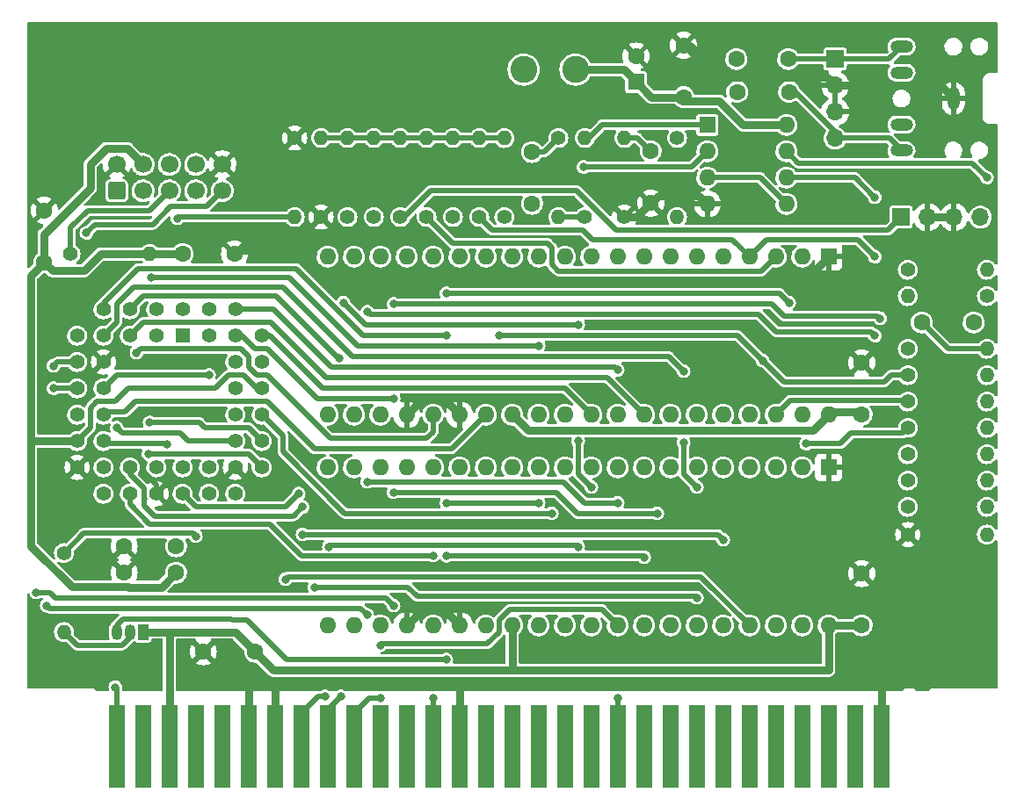
<source format=gbl>
%TF.GenerationSoftware,KiCad,Pcbnew,(6.0.8)*%
%TF.CreationDate,2022-10-26T09:36:09+07:00*%
%TF.ProjectId,TS_Ext_EPM3032,54535f45-7874-45f4-9550-4d333033322e,1.1*%
%TF.SameCoordinates,Original*%
%TF.FileFunction,Copper,L2,Bot*%
%TF.FilePolarity,Positive*%
%FSLAX46Y46*%
G04 Gerber Fmt 4.6, Leading zero omitted, Abs format (unit mm)*
G04 Created by KiCad (PCBNEW (6.0.8)) date 2022-10-26 09:36:09*
%MOMM*%
%LPD*%
G01*
G04 APERTURE LIST*
G04 Aperture macros list*
%AMRoundRect*
0 Rectangle with rounded corners*
0 $1 Rounding radius*
0 $2 $3 $4 $5 $6 $7 $8 $9 X,Y pos of 4 corners*
0 Add a 4 corners polygon primitive as box body*
4,1,4,$2,$3,$4,$5,$6,$7,$8,$9,$2,$3,0*
0 Add four circle primitives for the rounded corners*
1,1,$1+$1,$2,$3*
1,1,$1+$1,$4,$5*
1,1,$1+$1,$6,$7*
1,1,$1+$1,$8,$9*
0 Add four rect primitives between the rounded corners*
20,1,$1+$1,$2,$3,$4,$5,0*
20,1,$1+$1,$4,$5,$6,$7,0*
20,1,$1+$1,$6,$7,$8,$9,0*
20,1,$1+$1,$8,$9,$2,$3,0*%
G04 Aperture macros list end*
%TA.AperFunction,ComponentPad*%
%ADD10C,1.600000*%
%TD*%
%TA.AperFunction,ComponentPad*%
%ADD11R,1.050000X1.500000*%
%TD*%
%TA.AperFunction,ComponentPad*%
%ADD12O,1.050000X1.500000*%
%TD*%
%TA.AperFunction,ComponentPad*%
%ADD13C,1.400000*%
%TD*%
%TA.AperFunction,ComponentPad*%
%ADD14O,1.400000X1.400000*%
%TD*%
%TA.AperFunction,ComponentPad*%
%ADD15R,1.600000X1.600000*%
%TD*%
%TA.AperFunction,ComponentPad*%
%ADD16O,1.600000X1.600000*%
%TD*%
%TA.AperFunction,SMDPad,CuDef*%
%ADD17R,1.600000X8.000000*%
%TD*%
%TA.AperFunction,ComponentPad*%
%ADD18R,1.422400X1.422400*%
%TD*%
%TA.AperFunction,ComponentPad*%
%ADD19C,1.422400*%
%TD*%
%TA.AperFunction,ComponentPad*%
%ADD20O,2.200000X1.200000*%
%TD*%
%TA.AperFunction,ComponentPad*%
%ADD21O,1.200000X2.200000*%
%TD*%
%TA.AperFunction,ComponentPad*%
%ADD22RoundRect,0.250000X0.600000X-0.600000X0.600000X0.600000X-0.600000X0.600000X-0.600000X-0.600000X0*%
%TD*%
%TA.AperFunction,ComponentPad*%
%ADD23C,1.700000*%
%TD*%
%TA.AperFunction,ComponentPad*%
%ADD24C,2.600000*%
%TD*%
%TA.AperFunction,ComponentPad*%
%ADD25R,1.700000X1.700000*%
%TD*%
%TA.AperFunction,ComponentPad*%
%ADD26O,1.700000X1.700000*%
%TD*%
%TA.AperFunction,ViaPad*%
%ADD27C,0.800000*%
%TD*%
%TA.AperFunction,ViaPad*%
%ADD28C,1.000000*%
%TD*%
%TA.AperFunction,Conductor*%
%ADD29C,0.762000*%
%TD*%
%TA.AperFunction,Conductor*%
%ADD30C,0.508000*%
%TD*%
G04 APERTURE END LIST*
D10*
%TO.P,C4,1*%
%TO.N,+5V*%
X108585000Y-83820000D03*
%TO.P,C4,2*%
%TO.N,GND*%
X108585000Y-78820000D03*
%TD*%
D11*
%TO.P,Q1,1,C*%
%TO.N,+5V*%
X39370000Y-84455000D03*
D12*
%TO.P,Q1,2,B*%
%TO.N,Net-(Q1-Pad2)*%
X38100000Y-84455000D03*
%TO.P,Q1,3,E*%
%TO.N,/~{IORQGE}*%
X36830000Y-84455000D03*
%TD*%
D13*
%TO.P,R21,1*%
%TO.N,/VCCA*%
X90805000Y-36830000D03*
D14*
%TO.P,R21,2*%
%TO.N,Net-(C12-Pad1)*%
X90805000Y-44450000D03*
%TD*%
D15*
%TO.P,U4,1,VSS*%
%TO.N,GND*%
X105410000Y-68580000D03*
D16*
%TO.P,U4,2,NC*%
%TO.N,unconnected-(U4-Pad2)*%
X102870000Y-68580000D03*
%TO.P,U4,3,A*%
%TO.N,/YM_1_A*%
X100330000Y-68580000D03*
%TO.P,U4,4,B*%
%TO.N,/YM_1_B*%
X97790000Y-68580000D03*
%TO.P,U4,5,NC*%
%TO.N,unconnected-(U4-Pad5)*%
X95250000Y-68580000D03*
%TO.P,U4,6,IOB7*%
%TO.N,unconnected-(U4-Pad6)*%
X92710000Y-68580000D03*
%TO.P,U4,7,IOB6*%
%TO.N,unconnected-(U4-Pad7)*%
X90170000Y-68580000D03*
%TO.P,U4,8,IOB5*%
%TO.N,unconnected-(U4-Pad8)*%
X87630000Y-68580000D03*
%TO.P,U4,9,IOB4*%
%TO.N,unconnected-(U4-Pad9)*%
X85090000Y-68580000D03*
%TO.P,U4,10,IOB3*%
%TO.N,unconnected-(U4-Pad10)*%
X82550000Y-68580000D03*
%TO.P,U4,11,IOB2*%
%TO.N,unconnected-(U4-Pad11)*%
X80010000Y-68580000D03*
%TO.P,U4,12,IOB1*%
%TO.N,unconnected-(U4-Pad12)*%
X77470000Y-68580000D03*
%TO.P,U4,13,IOB0*%
%TO.N,unconnected-(U4-Pad13)*%
X74930000Y-68580000D03*
%TO.P,U4,14,IOA7*%
%TO.N,unconnected-(U4-Pad14)*%
X72390000Y-68580000D03*
%TO.P,U4,15,IOA6*%
%TO.N,unconnected-(U4-Pad15)*%
X69850000Y-68580000D03*
%TO.P,U4,16,IOA5*%
%TO.N,unconnected-(U4-Pad16)*%
X67310000Y-68580000D03*
%TO.P,U4,17,IOA4*%
%TO.N,unconnected-(U4-Pad17)*%
X64770000Y-68580000D03*
%TO.P,U4,18,IOA3*%
%TO.N,unconnected-(U4-Pad18)*%
X62230000Y-68580000D03*
%TO.P,U4,19,IOA2*%
%TO.N,unconnected-(U4-Pad19)*%
X59690000Y-68580000D03*
%TO.P,U4,20,IOA1*%
%TO.N,unconnected-(U4-Pad20)*%
X57150000Y-68580000D03*
%TO.P,U4,21,IOA0*%
%TO.N,unconnected-(U4-Pad21)*%
X57150000Y-83820000D03*
%TO.P,U4,22,CLOCK*%
%TO.N,/CLK350*%
X59690000Y-83820000D03*
%TO.P,U4,23,~{RESET}*%
%TO.N,/~{RESET}*%
X62230000Y-83820000D03*
%TO.P,U4,24,~{A9}*%
%TO.N,GND*%
X64770000Y-83820000D03*
%TO.P,U4,25,A8*%
%TO.N,/A8_1*%
X67310000Y-83820000D03*
%TO.P,U4,26,~{SEL}*%
%TO.N,GND*%
X69850000Y-83820000D03*
%TO.P,U4,27,BDIR*%
%TO.N,/BDIR*%
X72390000Y-83820000D03*
%TO.P,U4,28,BC2*%
%TO.N,+5V*%
X74930000Y-83820000D03*
%TO.P,U4,29,BC1*%
%TO.N,/BC1*%
X77470000Y-83820000D03*
%TO.P,U4,30,DA7*%
%TO.N,/D7*%
X80010000Y-83820000D03*
%TO.P,U4,31,DA6*%
%TO.N,/D6*%
X82550000Y-83820000D03*
%TO.P,U4,32,DA5*%
%TO.N,/D5*%
X85090000Y-83820000D03*
%TO.P,U4,33,DA4*%
%TO.N,/D4*%
X87630000Y-83820000D03*
%TO.P,U4,34,DA3*%
%TO.N,/D3*%
X90170000Y-83820000D03*
%TO.P,U4,35,DA2*%
%TO.N,/D2*%
X92710000Y-83820000D03*
%TO.P,U4,36,DA1*%
%TO.N,/D1*%
X95250000Y-83820000D03*
%TO.P,U4,37,DA0*%
%TO.N,/D0*%
X97790000Y-83820000D03*
%TO.P,U4,38,C*%
%TO.N,/YM_1_C*%
X100330000Y-83820000D03*
%TO.P,U4,39,TEST1*%
%TO.N,unconnected-(U4-Pad39)*%
X102870000Y-83820000D03*
%TO.P,U4,40,VCC*%
%TO.N,+5V*%
X105410000Y-83820000D03*
%TD*%
D17*
%TO.P,J3,b1,Pin_b1*%
%TO.N,/A14*%
X36830000Y-95478600D03*
%TO.P,J3,b2,Pin_b2*%
%TO.N,unconnected-(J3-Padb2)*%
X39370000Y-95478600D03*
%TO.P,J3,b3,Pin_b3*%
%TO.N,+5V*%
X41910000Y-95478600D03*
%TO.P,J3,b4,Pin_b4*%
%TO.N,unconnected-(J3-Padb4)*%
X44450000Y-95478600D03*
%TO.P,J3,b5,Pin_b5*%
%TO.N,unconnected-(J3-Padb5)*%
X46990000Y-95478600D03*
%TO.P,J3,b6,Pin_b6*%
%TO.N,GND*%
X49530000Y-95478600D03*
%TO.P,J3,b7,Pin_b7*%
X52070000Y-95478600D03*
%TO.P,J3,b8,Pin_b8*%
%TO.N,/CLK350*%
X54610000Y-95478600D03*
%TO.P,J3,b9,Pin_b9*%
%TO.N,/A0*%
X57150000Y-95478600D03*
%TO.P,J3,b10,Pin_b10*%
%TO.N,/A1*%
X59690000Y-95478600D03*
%TO.P,J3,b11,Pin_b11*%
%TO.N,unconnected-(J3-Padb11)*%
X62230000Y-95478600D03*
%TO.P,J3,b12,Pin_b12*%
%TO.N,unconnected-(J3-Padb12)*%
X64770000Y-95478600D03*
%TO.P,J3,b13,Pin_b13*%
%TO.N,/~{IORQGE}*%
X67310000Y-95478600D03*
%TO.P,J3,b14,Pin_b14*%
%TO.N,GND*%
X69850000Y-95478600D03*
%TO.P,J3,b15,Pin_b15*%
%TO.N,/~{RDR}*%
X72390000Y-95478600D03*
%TO.P,J3,b16,Pin_b16*%
%TO.N,unconnected-(J3-Padb16)*%
X74930000Y-95478600D03*
%TO.P,J3,b17,Pin_b17*%
%TO.N,unconnected-(J3-Padb17)*%
X77470000Y-95478600D03*
%TO.P,J3,b18,Pin_b18*%
%TO.N,unconnected-(J3-Padb18)*%
X80010000Y-95478600D03*
%TO.P,J3,b19,Pin_b19*%
%TO.N,unconnected-(J3-Padb19)*%
X82550000Y-95478600D03*
%TO.P,J3,b20,Pin_b20*%
%TO.N,/~{RESET}*%
X85090000Y-95478600D03*
%TO.P,J3,b21,Pin_b21*%
%TO.N,unconnected-(J3-Padb21)*%
X87630000Y-95478600D03*
%TO.P,J3,b22,Pin_b22*%
%TO.N,unconnected-(J3-Padb22)*%
X90170000Y-95478600D03*
%TO.P,J3,b23,Pin_b23*%
%TO.N,unconnected-(J3-Padb23)*%
X92710000Y-95478600D03*
%TO.P,J3,b24,Pin_b24*%
%TO.N,unconnected-(J3-Padb24)*%
X95250000Y-95478600D03*
%TO.P,J3,b25,Pin_b25*%
%TO.N,unconnected-(J3-Padb25)*%
X97790000Y-95478600D03*
%TO.P,J3,b26,Pin_b26*%
%TO.N,unconnected-(J3-Padb26)*%
X100330000Y-95478600D03*
%TO.P,J3,b27,Pin_b27*%
%TO.N,unconnected-(J3-Padb27)*%
X102870000Y-95478600D03*
%TO.P,J3,b28,Pin_b28*%
%TO.N,unconnected-(J3-Padb28)*%
X105410000Y-95478600D03*
%TO.P,J3,b29,Pin_b29*%
%TO.N,unconnected-(J3-Padb29)*%
X107950000Y-95478600D03*
%TO.P,J3,b30,Pin_b30*%
%TO.N,GND*%
X110490000Y-95478600D03*
%TD*%
D13*
%TO.P,R2,1*%
%TO.N,GND*%
X53975000Y-36830000D03*
D14*
%TO.P,R2,2*%
%TO.N,/TDO*%
X53975000Y-44450000D03*
%TD*%
D13*
%TO.P,R16,1*%
%TO.N,/TAPEOUT*%
X113030000Y-72390000D03*
D14*
%TO.P,R16,2*%
%TO.N,Net-(C11-Pad2)*%
X120650000Y-72390000D03*
%TD*%
D18*
%TO.P,U1,1,I/GCLRn*%
%TO.N,unconnected-(U1-Pad1)*%
X43180000Y-55880000D03*
D19*
%TO.P,U1,2,I/OE2*%
%TO.N,unconnected-(U1-Pad2)*%
X40640000Y-53340000D03*
%TO.P,U1,3,VCCINT*%
%TO.N,+3.3V*%
X40640000Y-55880000D03*
%TO.P,U1,4,IO*%
%TO.N,/~{RESET}*%
X38100000Y-53340000D03*
%TO.P,U1,5,IO*%
%TO.N,/D4*%
X38100000Y-55880000D03*
%TO.P,U1,6,IO*%
%TO.N,/~{IORQ}*%
X35560000Y-53340000D03*
%TO.P,U1,7,TDI*%
%TO.N,/TDI*%
X33020000Y-55880000D03*
%TO.P,U1,8,IO*%
%TO.N,/~{M1}*%
X35560000Y-55880000D03*
%TO.P,U1,9,IO*%
%TO.N,/A1*%
X33020000Y-58420000D03*
%TO.P,U1,10,GNDIO*%
%TO.N,GND*%
X35560000Y-58420000D03*
%TO.P,U1,11,IO*%
%TO.N,/A0*%
X33020000Y-60960000D03*
%TO.P,U1,12,IO*%
%TO.N,/~{WR}*%
X35560000Y-60960000D03*
%TO.P,U1,13,TMS*%
%TO.N,/TMS*%
X33020000Y-63500000D03*
%TO.P,U1,14,IO*%
%TO.N,/BDIR*%
X35560000Y-63500000D03*
%TO.P,U1,15,VCCIO*%
%TO.N,+3.3V*%
X33020000Y-66040000D03*
%TO.P,U1,16,IO*%
%TO.N,/BC1*%
X35560000Y-66040000D03*
%TO.P,U1,17,GNDIO*%
%TO.N,GND*%
X33020000Y-68580000D03*
%TO.P,U1,18,IO*%
%TO.N,unconnected-(U1-Pad18)*%
X35560000Y-71120000D03*
%TO.P,U1,19,IO*%
%TO.N,/A8_0*%
X35560000Y-68580000D03*
%TO.P,U1,20,IO*%
%TO.N,/A8_1*%
X38100000Y-71120000D03*
%TO.P,U1,21,IO*%
%TO.N,/BEEPER*%
X38100000Y-68580000D03*
%TO.P,U1,22,GNDINT*%
%TO.N,GND*%
X40640000Y-71120000D03*
%TO.P,U1,23,VCCINT*%
%TO.N,+3.3V*%
X40640000Y-68580000D03*
%TO.P,U1,24,IO*%
%TO.N,/TAPEOUT*%
X43180000Y-71120000D03*
%TO.P,U1,25,IO*%
%TO.N,unconnected-(U1-Pad25)*%
X43180000Y-68580000D03*
%TO.P,U1,26,IO*%
%TO.N,unconnected-(U1-Pad26)*%
X45720000Y-71120000D03*
%TO.P,U1,27,IO*%
%TO.N,/~{IORQGE33}*%
X45720000Y-68580000D03*
%TO.P,U1,28,IO*%
%TO.N,unconnected-(U1-Pad28)*%
X48260000Y-71120000D03*
%TO.P,U1,29,IO*%
%TO.N,/A14*%
X50800000Y-68580000D03*
%TO.P,U1,30,GNDIO*%
%TO.N,GND*%
X48260000Y-68580000D03*
%TO.P,U1,31,IO*%
%TO.N,/A15*%
X50800000Y-66040000D03*
%TO.P,U1,32,TCK*%
%TO.N,/TCK*%
X48260000Y-66040000D03*
%TO.P,U1,33,IO*%
%TO.N,/D7*%
X50800000Y-63500000D03*
%TO.P,U1,34,IO*%
%TO.N,/D0*%
X48260000Y-63500000D03*
%TO.P,U1,35,VCCIO*%
%TO.N,+3.3V*%
X50800000Y-60960000D03*
%TO.P,U1,36,GNDIO*%
%TO.N,GND*%
X48260000Y-60960000D03*
%TO.P,U1,37,IO*%
%TO.N,unconnected-(U1-Pad37)*%
X50800000Y-58420000D03*
%TO.P,U1,38,TDO*%
%TO.N,/TDO*%
X48260000Y-58420000D03*
%TO.P,U1,39,IO*%
%TO.N,/D6*%
X50800000Y-55880000D03*
%TO.P,U1,40,IO*%
%TO.N,/D5*%
X48260000Y-53340000D03*
%TO.P,U1,41,IO*%
%TO.N,/D3*%
X48260000Y-55880000D03*
%TO.P,U1,42,GNDINT*%
%TO.N,GND*%
X45720000Y-53340000D03*
%TO.P,U1,43,I/GCLK1*%
%TO.N,unconnected-(U1-Pad43)*%
X45720000Y-55880000D03*
%TO.P,U1,44,I/OE1*%
%TO.N,unconnected-(U1-Pad44)*%
X43180000Y-53340000D03*
%TD*%
D13*
%TO.P,R22,1*%
%TO.N,GND*%
X85725000Y-44450000D03*
D14*
%TO.P,R22,2*%
%TO.N,Net-(C12-Pad1)*%
X85725000Y-36830000D03*
%TD*%
D10*
%TO.P,C8,1*%
%TO.N,+3.3V*%
X29845000Y-48815000D03*
%TO.P,C8,2*%
%TO.N,GND*%
X29845000Y-43815000D03*
%TD*%
D13*
%TO.P,R25,1*%
%TO.N,/~{IORQGE33}*%
X31750000Y-76835000D03*
D14*
%TO.P,R25,2*%
%TO.N,Net-(Q1-Pad2)*%
X31750000Y-84455000D03*
%TD*%
D15*
%TO.P,U5,1*%
%TO.N,Net-(C13-Pad1)*%
X93726000Y-35560000D03*
D16*
%TO.P,U5,2,-*%
%TO.N,Net-(R19-Pad2)*%
X93726000Y-38100000D03*
%TO.P,U5,3,+*%
%TO.N,Net-(C12-Pad1)*%
X93726000Y-40640000D03*
%TO.P,U5,4,V-*%
%TO.N,GND*%
X93726000Y-43180000D03*
%TO.P,U5,5,+*%
%TO.N,Net-(C12-Pad1)*%
X101346000Y-43180000D03*
%TO.P,U5,6,-*%
%TO.N,Net-(R20-Pad2)*%
X101346000Y-40640000D03*
%TO.P,U5,7*%
%TO.N,Net-(C14-Pad2)*%
X101346000Y-38100000D03*
%TO.P,U5,8,V+*%
%TO.N,/VCCA*%
X101346000Y-35560000D03*
%TD*%
D20*
%TO.P,J5,R*%
%TO.N,/ROUT*%
X112420000Y-38020000D03*
%TO.P,J5,RN*%
%TO.N,unconnected-(J5-PadRN)*%
X112420000Y-35520000D03*
D21*
%TO.P,J5,S*%
%TO.N,GND*%
X117420000Y-33020000D03*
D20*
%TO.P,J5,T*%
%TO.N,/LOUT*%
X112420000Y-28020000D03*
%TO.P,J5,TN*%
%TO.N,unconnected-(J5-PadTN)*%
X112420000Y-30520000D03*
%TD*%
D22*
%TO.P,J1,1,Pin_1*%
%TO.N,/TCK*%
X36830000Y-41910000D03*
D23*
%TO.P,J1,2,Pin_2*%
%TO.N,GND*%
X36830000Y-39370000D03*
%TO.P,J1,3,Pin_3*%
%TO.N,/TDO*%
X39370000Y-41910000D03*
%TO.P,J1,4,Pin_4*%
%TO.N,+3.3V*%
X39370000Y-39370000D03*
%TO.P,J1,5,Pin_5*%
%TO.N,/TMS*%
X41910000Y-41910000D03*
%TO.P,J1,6,Pin_6*%
%TO.N,unconnected-(J1-Pad6)*%
X41910000Y-39370000D03*
%TO.P,J1,7,Pin_7*%
%TO.N,unconnected-(J1-Pad7)*%
X44450000Y-41910000D03*
%TO.P,J1,8,Pin_8*%
%TO.N,unconnected-(J1-Pad8)*%
X44450000Y-39370000D03*
%TO.P,J1,9,Pin_9*%
%TO.N,/TDI*%
X46990000Y-41910000D03*
%TO.P,J1,10,Pin_10*%
%TO.N,GND*%
X46990000Y-39370000D03*
%TD*%
D13*
%TO.P,R24,1*%
%TO.N,Net-(R20-Pad2)*%
X113030000Y-49530000D03*
D14*
%TO.P,R24,2*%
%TO.N,Net-(C14-Pad2)*%
X120650000Y-49530000D03*
%TD*%
D24*
%TO.P,L1,1,1*%
%TO.N,/VCCA*%
X81026000Y-30226000D03*
%TO.P,L1,2,2*%
%TO.N,+5V*%
X76026000Y-30226000D03*
%TD*%
D13*
%TO.P,R11,1*%
%TO.N,/YM_1_B*%
X113030000Y-59690000D03*
D14*
%TO.P,R11,2*%
%TO.N,Net-(C11-Pad2)*%
X120650000Y-59690000D03*
%TD*%
D15*
%TO.P,U3,1,VSS*%
%TO.N,GND*%
X105410000Y-48260000D03*
D16*
%TO.P,U3,2,NC*%
%TO.N,unconnected-(U3-Pad2)*%
X102870000Y-48260000D03*
%TO.P,U3,3,A*%
%TO.N,/YM_0_A*%
X100330000Y-48260000D03*
%TO.P,U3,4,B*%
%TO.N,/YM_0_B*%
X97790000Y-48260000D03*
%TO.P,U3,5,NC*%
%TO.N,unconnected-(U3-Pad5)*%
X95250000Y-48260000D03*
%TO.P,U3,6,IOB7*%
%TO.N,unconnected-(U3-Pad6)*%
X92710000Y-48260000D03*
%TO.P,U3,7,IOB6*%
%TO.N,unconnected-(U3-Pad7)*%
X90170000Y-48260000D03*
%TO.P,U3,8,IOB5*%
%TO.N,unconnected-(U3-Pad8)*%
X87630000Y-48260000D03*
%TO.P,U3,9,IOB4*%
%TO.N,unconnected-(U3-Pad9)*%
X85090000Y-48260000D03*
%TO.P,U3,10,IOB3*%
%TO.N,unconnected-(U3-Pad10)*%
X82550000Y-48260000D03*
%TO.P,U3,11,IOB2*%
%TO.N,unconnected-(U3-Pad11)*%
X80010000Y-48260000D03*
%TO.P,U3,12,IOB1*%
%TO.N,unconnected-(U3-Pad12)*%
X77470000Y-48260000D03*
%TO.P,U3,13,IOB0*%
%TO.N,unconnected-(U3-Pad13)*%
X74930000Y-48260000D03*
%TO.P,U3,14,IOA7*%
%TO.N,unconnected-(U3-Pad14)*%
X72390000Y-48260000D03*
%TO.P,U3,15,IOA6*%
%TO.N,unconnected-(U3-Pad15)*%
X69850000Y-48260000D03*
%TO.P,U3,16,IOA5*%
%TO.N,unconnected-(U3-Pad16)*%
X67310000Y-48260000D03*
%TO.P,U3,17,IOA4*%
%TO.N,unconnected-(U3-Pad17)*%
X64770000Y-48260000D03*
%TO.P,U3,18,IOA3*%
%TO.N,unconnected-(U3-Pad18)*%
X62230000Y-48260000D03*
%TO.P,U3,19,IOA2*%
%TO.N,unconnected-(U3-Pad19)*%
X59690000Y-48260000D03*
%TO.P,U3,20,IOA1*%
%TO.N,unconnected-(U3-Pad20)*%
X57150000Y-48260000D03*
%TO.P,U3,21,IOA0*%
%TO.N,unconnected-(U3-Pad21)*%
X57150000Y-63500000D03*
%TO.P,U3,22,CLOCK*%
%TO.N,/CLK350*%
X59690000Y-63500000D03*
%TO.P,U3,23,~{RESET}*%
%TO.N,/~{RESET}*%
X62230000Y-63500000D03*
%TO.P,U3,24,~{A9}*%
%TO.N,GND*%
X64770000Y-63500000D03*
%TO.P,U3,25,A8*%
%TO.N,/A8_0*%
X67310000Y-63500000D03*
%TO.P,U3,26,~{SEL}*%
%TO.N,GND*%
X69850000Y-63500000D03*
%TO.P,U3,27,BDIR*%
%TO.N,/BDIR*%
X72390000Y-63500000D03*
%TO.P,U3,28,BC2*%
%TO.N,+5V*%
X74930000Y-63500000D03*
%TO.P,U3,29,BC1*%
%TO.N,/BC1*%
X77470000Y-63500000D03*
%TO.P,U3,30,DA7*%
%TO.N,/D7*%
X80010000Y-63500000D03*
%TO.P,U3,31,DA6*%
%TO.N,/D6*%
X82550000Y-63500000D03*
%TO.P,U3,32,DA5*%
%TO.N,/D5*%
X85090000Y-63500000D03*
%TO.P,U3,33,DA4*%
%TO.N,/D4*%
X87630000Y-63500000D03*
%TO.P,U3,34,DA3*%
%TO.N,/D3*%
X90170000Y-63500000D03*
%TO.P,U3,35,DA2*%
%TO.N,/D2*%
X92710000Y-63500000D03*
%TO.P,U3,36,DA1*%
%TO.N,/D1*%
X95250000Y-63500000D03*
%TO.P,U3,37,DA0*%
%TO.N,/D0*%
X97790000Y-63500000D03*
%TO.P,U3,38,C*%
%TO.N,/YM_0_C*%
X100330000Y-63500000D03*
%TO.P,U3,39,TEST1*%
%TO.N,unconnected-(U3-Pad39)*%
X102870000Y-63500000D03*
%TO.P,U3,40,VCC*%
%TO.N,+5V*%
X105410000Y-63500000D03*
%TD*%
D25*
%TO.P,J4,1,Pin_1*%
%TO.N,/LOUT*%
X106045000Y-29220000D03*
D26*
%TO.P,J4,2,Pin_2*%
%TO.N,GND*%
X106045000Y-31760000D03*
%TO.P,J4,3,Pin_3*%
X106045000Y-34300000D03*
%TO.P,J4,4,Pin_4*%
%TO.N,/ROUT*%
X106045000Y-36840000D03*
%TD*%
D10*
%TO.P,C5,1*%
%TO.N,+5V*%
X50165000Y-86360000D03*
%TO.P,C5,2*%
%TO.N,GND*%
X45165000Y-86360000D03*
%TD*%
D15*
%TO.P,C1,1*%
%TO.N,/VCCA*%
X86868000Y-31431113D03*
D10*
%TO.P,C1,2*%
%TO.N,GND*%
X86868000Y-28931113D03*
%TD*%
D13*
%TO.P,R8,1*%
%TO.N,/YM_0_B*%
X71755000Y-44450000D03*
D14*
%TO.P,R8,2*%
%TO.N,Net-(C10-Pad1)*%
X71755000Y-36830000D03*
%TD*%
D13*
%TO.P,R12,1*%
%TO.N,/YM_0_C*%
X113030000Y-62230000D03*
D14*
%TO.P,R12,2*%
%TO.N,Net-(C11-Pad2)*%
X120650000Y-62230000D03*
%TD*%
D13*
%TO.P,R13,1*%
%TO.N,/YM_1_C*%
X113030000Y-64770000D03*
D14*
%TO.P,R13,2*%
%TO.N,Net-(C11-Pad2)*%
X120650000Y-64770000D03*
%TD*%
D10*
%TO.P,C6,1*%
%TO.N,+3.3V*%
X42545000Y-78740000D03*
%TO.P,C6,2*%
%TO.N,GND*%
X37545000Y-78740000D03*
%TD*%
%TO.P,C9,1*%
%TO.N,+3.3V*%
X42545000Y-76200000D03*
%TO.P,C9,2*%
%TO.N,GND*%
X37545000Y-76200000D03*
%TD*%
D13*
%TO.P,R18,1*%
%TO.N,GND*%
X56515000Y-44450000D03*
D14*
%TO.P,R18,2*%
%TO.N,Net-(C10-Pad1)*%
X56515000Y-36830000D03*
%TD*%
D13*
%TO.P,R15,1*%
%TO.N,/BEEPER*%
X113030000Y-69850000D03*
D14*
%TO.P,R15,2*%
%TO.N,Net-(C11-Pad2)*%
X120650000Y-69850000D03*
%TD*%
D10*
%TO.P,C7,1*%
%TO.N,+3.3V*%
X43180000Y-48006000D03*
%TO.P,C7,2*%
%TO.N,GND*%
X48180000Y-48006000D03*
%TD*%
%TO.P,C12,1*%
%TO.N,Net-(C12-Pad1)*%
X88265000Y-38100000D03*
%TO.P,C12,2*%
%TO.N,GND*%
X88265000Y-43100000D03*
%TD*%
D13*
%TO.P,R9,1*%
%TO.N,/YM_1_B*%
X74168000Y-44450000D03*
D14*
%TO.P,R9,2*%
%TO.N,Net-(C10-Pad1)*%
X74168000Y-36830000D03*
%TD*%
D13*
%TO.P,R7,1*%
%TO.N,/YM_1_A*%
X69215000Y-44450000D03*
D14*
%TO.P,R7,2*%
%TO.N,Net-(C10-Pad1)*%
X69215000Y-36830000D03*
%TD*%
D13*
%TO.P,R6,1*%
%TO.N,/YM_0_A*%
X66675000Y-44450000D03*
D14*
%TO.P,R6,2*%
%TO.N,Net-(C10-Pad1)*%
X66675000Y-36830000D03*
%TD*%
D10*
%TO.P,C2,1*%
%TO.N,/VCCA*%
X91440000Y-32893000D03*
%TO.P,C2,2*%
%TO.N,GND*%
X91440000Y-27893000D03*
%TD*%
%TO.P,C11,1*%
%TO.N,Net-(C11-Pad1)*%
X119380000Y-54610000D03*
%TO.P,C11,2*%
%TO.N,Net-(C11-Pad2)*%
X114380000Y-54610000D03*
%TD*%
D13*
%TO.P,R14,1*%
%TO.N,/CDINR*%
X113030000Y-67310000D03*
D14*
%TO.P,R14,2*%
%TO.N,Net-(C11-Pad2)*%
X120650000Y-67310000D03*
%TD*%
D13*
%TO.P,R4,1*%
%TO.N,/BEEPER*%
X61595000Y-44450000D03*
D14*
%TO.P,R4,2*%
%TO.N,Net-(C10-Pad1)*%
X61595000Y-36830000D03*
%TD*%
D10*
%TO.P,C3,1*%
%TO.N,+5V*%
X108585000Y-63500000D03*
%TO.P,C3,2*%
%TO.N,GND*%
X108585000Y-58500000D03*
%TD*%
D13*
%TO.P,R23,1*%
%TO.N,Net-(R19-Pad2)*%
X81915000Y-44450000D03*
D14*
%TO.P,R23,2*%
%TO.N,Net-(C13-Pad1)*%
X81915000Y-36830000D03*
%TD*%
D13*
%TO.P,R10,1*%
%TO.N,/YM_0_B*%
X113030000Y-57150000D03*
D14*
%TO.P,R10,2*%
%TO.N,Net-(C11-Pad2)*%
X120650000Y-57150000D03*
%TD*%
D10*
%TO.P,C13,1*%
%TO.N,Net-(C13-Pad1)*%
X96520000Y-29210000D03*
%TO.P,C13,2*%
%TO.N,/LOUT*%
X101520000Y-29210000D03*
%TD*%
D25*
%TO.P,J2,1,Pin_1*%
%TO.N,/CDINL*%
X112395000Y-44450000D03*
D26*
%TO.P,J2,2,Pin_2*%
%TO.N,GND*%
X114935000Y-44450000D03*
%TO.P,J2,3,Pin_3*%
X117475000Y-44450000D03*
%TO.P,J2,4,Pin_4*%
%TO.N,/CDINR*%
X120015000Y-44450000D03*
%TD*%
D13*
%TO.P,R3,1*%
%TO.N,/TAPEOUT*%
X59055000Y-44450000D03*
D14*
%TO.P,R3,2*%
%TO.N,Net-(C10-Pad1)*%
X59055000Y-36830000D03*
%TD*%
D13*
%TO.P,R17,1*%
%TO.N,GND*%
X113030000Y-75057000D03*
D14*
%TO.P,R17,2*%
%TO.N,Net-(C11-Pad2)*%
X120650000Y-75057000D03*
%TD*%
D13*
%TO.P,R1,1*%
%TO.N,/TMS*%
X32385000Y-48006000D03*
D14*
%TO.P,R1,2*%
%TO.N,+3.3V*%
X40005000Y-48006000D03*
%TD*%
D10*
%TO.P,C14,1*%
%TO.N,/ROUT*%
X101600000Y-32385000D03*
%TO.P,C14,2*%
%TO.N,Net-(C14-Pad2)*%
X96600000Y-32385000D03*
%TD*%
D13*
%TO.P,R5,1*%
%TO.N,/CDINL*%
X64135000Y-44450000D03*
D14*
%TO.P,R5,2*%
%TO.N,Net-(C10-Pad1)*%
X64135000Y-36830000D03*
%TD*%
D13*
%TO.P,R20,1*%
%TO.N,Net-(C11-Pad1)*%
X120650000Y-52070000D03*
D14*
%TO.P,R20,2*%
%TO.N,Net-(R20-Pad2)*%
X113030000Y-52070000D03*
%TD*%
D13*
%TO.P,R19,1*%
%TO.N,Net-(C10-Pad2)*%
X79375000Y-36830000D03*
D14*
%TO.P,R19,2*%
%TO.N,Net-(R19-Pad2)*%
X79375000Y-44450000D03*
%TD*%
D10*
%TO.P,C10,1*%
%TO.N,Net-(C10-Pad1)*%
X76835000Y-43180000D03*
%TO.P,C10,2*%
%TO.N,Net-(C10-Pad2)*%
X76835000Y-38180000D03*
%TD*%
D27*
%TO.N,GND*%
X110490000Y-89535000D03*
X70485000Y-43180000D03*
X40640000Y-29210000D03*
X99060000Y-80645000D03*
X81280000Y-86360000D03*
X91440000Y-86360000D03*
X66040000Y-72136000D03*
X40640000Y-34290000D03*
X62230000Y-71882000D03*
X71120000Y-29210000D03*
X71120000Y-39370000D03*
X102870000Y-80645000D03*
X119380000Y-73660000D03*
X83185000Y-61468000D03*
X62230000Y-51689000D03*
X119380000Y-58420000D03*
X46609000Y-63754000D03*
X40005000Y-58547000D03*
D28*
X46355000Y-89535000D03*
D27*
X30480000Y-34290000D03*
X56515000Y-73025000D03*
X60960000Y-34290000D03*
X50800000Y-29210000D03*
X99695000Y-26670000D03*
X30480000Y-29210000D03*
X93980000Y-59055000D03*
D28*
X64897000Y-50165000D03*
D27*
X59690000Y-71374000D03*
X88900000Y-86360000D03*
X39370000Y-88900000D03*
X101600000Y-86360000D03*
X114300000Y-80645000D03*
X30480000Y-87630000D03*
X99822000Y-30988000D03*
X114300000Y-68580000D03*
X62103000Y-46482000D03*
X99060000Y-43180000D03*
X96520000Y-36830000D03*
X60960000Y-29210000D03*
X37719000Y-58420000D03*
X119380000Y-50800000D03*
X50800000Y-34290000D03*
X60960000Y-39370000D03*
X79121000Y-56896000D03*
X73660000Y-86360000D03*
X90170000Y-70485000D03*
X104775000Y-51435000D03*
X96520000Y-86360000D03*
X71120000Y-34290000D03*
D28*
X64730773Y-89495773D03*
D27*
X104140000Y-57150000D03*
%TO.N,Net-(C14-Pad2)*%
X120650000Y-40640000D03*
%TO.N,/TCK*%
X36830000Y-64770000D03*
%TO.N,/TDO*%
X42672000Y-44577000D03*
%TO.N,/TDI*%
X33909000Y-45974000D03*
%TO.N,/~{IORQGE}*%
X68580000Y-87122000D03*
X67310000Y-90805000D03*
%TO.N,/TAPEOUT*%
X60960000Y-53594000D03*
X109855000Y-55880000D03*
X54356000Y-71120000D03*
%TO.N,/BEEPER*%
X110363000Y-54229000D03*
X54737000Y-72390000D03*
X63500000Y-52832000D03*
%TO.N,Net-(R19-Pad2)*%
X81788000Y-39624000D03*
%TO.N,Net-(R20-Pad2)*%
X109855000Y-42545000D03*
%TO.N,/~{RESET}*%
X60960000Y-69977000D03*
X85090000Y-90805000D03*
X58293000Y-58039000D03*
X85090000Y-72009000D03*
%TO.N,/D4*%
X68596000Y-77105000D03*
X87630000Y-77251500D03*
%TO.N,/~{IORQ}*%
X68596000Y-72025000D03*
X68580000Y-55880000D03*
X77470000Y-72009000D03*
%TO.N,/~{M1}*%
X91440000Y-59309000D03*
X92710000Y-70485000D03*
X91440000Y-66167000D03*
%TO.N,/A1*%
X62230000Y-90805000D03*
X63500000Y-81915000D03*
X29083000Y-80645000D03*
X30734000Y-58801000D03*
%TO.N,/A0*%
X30734000Y-60960000D03*
X58420000Y-90678000D03*
X30099000Y-81915000D03*
X60960000Y-82804000D03*
%TO.N,/~{WR}*%
X81280000Y-54864000D03*
X58674000Y-52705000D03*
X45720000Y-59690000D03*
X82550000Y-70485000D03*
X81280000Y-66040000D03*
%TO.N,/BC1*%
X40132000Y-50292000D03*
X41656000Y-66331500D03*
X77470000Y-56896000D03*
%TO.N,/A8_0*%
X38735000Y-57531000D03*
%TO.N,/A8_1*%
X67310000Y-77089000D03*
%TO.N,/A14*%
X36703000Y-89789000D03*
X39878000Y-67310000D03*
%TO.N,/A15*%
X40005000Y-64262000D03*
%TO.N,/D7*%
X78740000Y-73025000D03*
%TO.N,/D0*%
X53086000Y-79375000D03*
%TO.N,/D6*%
X81280000Y-76237500D03*
X57277000Y-76235500D03*
%TO.N,/D5*%
X85090000Y-59182000D03*
X62230000Y-85725000D03*
%TO.N,/D3*%
X63500000Y-70993000D03*
X88900000Y-73025000D03*
X63500000Y-61976000D03*
%TO.N,/CLK350*%
X56896000Y-90678000D03*
%TO.N,/D2*%
X92710000Y-81153000D03*
X55880000Y-80137000D03*
%TO.N,/D1*%
X54737000Y-75057000D03*
X95250000Y-75565000D03*
%TO.N,/YM_0_B*%
X109855000Y-48260000D03*
%TO.N,/YM_1_A*%
X68580000Y-51816000D03*
X101600000Y-52705000D03*
%TO.N,/YM_1_B*%
X73660000Y-55880000D03*
X99060000Y-58293000D03*
%TO.N,/YM_1_C*%
X103251000Y-66294000D03*
%TO.N,/~{IORQGE33}*%
X44450000Y-75219500D03*
%TD*%
D29*
%TO.N,/VCCA*%
X86868000Y-31431113D02*
X88329887Y-32893000D01*
X91440000Y-32893000D02*
X91821000Y-33274000D01*
X91821000Y-33274000D02*
X94869000Y-33274000D01*
X88329887Y-32893000D02*
X91440000Y-32893000D01*
X94869000Y-33274000D02*
X97165000Y-35570000D01*
X85662887Y-30226000D02*
X86868000Y-31431113D01*
X97165000Y-35570000D02*
X101336000Y-35570000D01*
X81026000Y-30226000D02*
X85662887Y-30226000D01*
%TO.N,GND*%
X68326000Y-61976000D02*
X69850000Y-63500000D01*
X110490000Y-89535000D02*
X110490000Y-95478600D01*
D30*
X33020000Y-68580000D02*
X34290000Y-67310000D01*
D29*
X110490000Y-89535000D02*
X69850000Y-89535000D01*
X64730773Y-89495773D02*
X64691546Y-89535000D01*
X99838000Y-31004000D02*
X105289000Y-31004000D01*
D30*
X41910000Y-69850000D02*
X46990000Y-69850000D01*
D29*
X64691546Y-89535000D02*
X52705000Y-89535000D01*
X116160000Y-31760000D02*
X117420000Y-33020000D01*
X64897000Y-50165000D02*
X65405000Y-50673000D01*
X66294000Y-82296000D02*
X68326000Y-82296000D01*
X105289000Y-31004000D02*
X106045000Y-31760000D01*
X48561000Y-47625000D02*
X48180000Y-48006000D01*
X64730773Y-89495773D02*
X64770000Y-89535000D01*
D30*
X40640000Y-70231000D02*
X40640000Y-71120000D01*
D29*
X99822000Y-30988000D02*
X99838000Y-31004000D01*
X49530000Y-89535000D02*
X49530000Y-95478600D01*
X114935000Y-44450000D02*
X117475000Y-44450000D01*
X85725000Y-44450000D02*
X86915000Y-44450000D01*
X86915000Y-44450000D02*
X88265000Y-43100000D01*
X64770000Y-63500000D02*
X66294000Y-61976000D01*
X64770000Y-89535000D02*
X69850000Y-89535000D01*
X49530000Y-89535000D02*
X52070000Y-89535000D01*
X47498000Y-89535000D02*
X49530000Y-89535000D01*
X66294000Y-61976000D02*
X68326000Y-61976000D01*
D30*
X40640000Y-71120000D02*
X41910000Y-69850000D01*
D29*
X93726000Y-43180000D02*
X92924000Y-42378000D01*
X52070000Y-95478600D02*
X52070000Y-89535000D01*
D30*
X38608000Y-67310000D02*
X39370000Y-68072000D01*
X46990000Y-69850000D02*
X48260000Y-68580000D01*
X39370000Y-68072000D02*
X39370000Y-68961000D01*
D29*
X65405000Y-50673000D02*
X102997000Y-50673000D01*
X54229000Y-47625000D02*
X48561000Y-47625000D01*
X68326000Y-82296000D02*
X69850000Y-83820000D01*
X47498000Y-89535000D02*
X46355000Y-89535000D01*
X88987000Y-42378000D02*
X88265000Y-43100000D01*
X106045000Y-31760000D02*
X116160000Y-31760000D01*
X69850000Y-95478600D02*
X69850000Y-89535000D01*
X64897000Y-50165000D02*
X56769000Y-50165000D01*
D30*
X34290000Y-67310000D02*
X38608000Y-67310000D01*
D29*
X92075000Y-27893000D02*
X95170000Y-30988000D01*
X92924000Y-42378000D02*
X88987000Y-42378000D01*
X64770000Y-83820000D02*
X66294000Y-82296000D01*
X102997000Y-50673000D02*
X105410000Y-48260000D01*
X95170000Y-30988000D02*
X99822000Y-30988000D01*
X91440000Y-27893000D02*
X92075000Y-27893000D01*
X56769000Y-50165000D02*
X54229000Y-47625000D01*
D30*
X39370000Y-68961000D02*
X40640000Y-70231000D01*
D29*
%TO.N,+5V*%
X51943000Y-88138000D02*
X74930000Y-88138000D01*
X105410000Y-88138000D02*
X105410000Y-83820000D01*
X74930000Y-63500000D02*
X76454000Y-65024000D01*
X103886000Y-65024000D02*
X105410000Y-63500000D01*
X41910000Y-84455000D02*
X39370000Y-84455000D01*
X74930000Y-83820000D02*
X74930000Y-88138000D01*
X50165000Y-86360000D02*
X51943000Y-88138000D01*
X50165000Y-86360000D02*
X48260000Y-84455000D01*
X48260000Y-84455000D02*
X39370000Y-84455000D01*
X41910000Y-95478600D02*
X41910000Y-84455000D01*
X74930000Y-88138000D02*
X105410000Y-88138000D01*
X108331000Y-63246000D02*
X105664000Y-63246000D01*
X76454000Y-65024000D02*
X103886000Y-65024000D01*
X105410000Y-83820000D02*
X108545000Y-83820000D01*
D30*
%TO.N,+3.3V*%
X50292000Y-60960000D02*
X49022000Y-59690000D01*
D29*
X32496000Y-80121000D02*
X28521000Y-76146000D01*
X37957000Y-80121000D02*
X32496000Y-80121000D01*
D30*
X34290000Y-64770000D02*
X33020000Y-66040000D01*
D29*
X37973000Y-80137000D02*
X37957000Y-80121000D01*
D30*
X46355000Y-60960000D02*
X37916868Y-60960000D01*
D29*
X34290000Y-39370000D02*
X35814000Y-37846000D01*
X29845000Y-46101000D02*
X34290000Y-41656000D01*
D30*
X37916868Y-60960000D02*
X36646868Y-62230000D01*
X34290000Y-62865000D02*
X34290000Y-64770000D01*
X49022000Y-59690000D02*
X47625000Y-59690000D01*
X50800000Y-60960000D02*
X50292000Y-60960000D01*
D29*
X35306000Y-48006000D02*
X33697001Y-49614999D01*
X30644999Y-49614999D02*
X29845000Y-48815000D01*
X35814000Y-37846000D02*
X37846000Y-37846000D01*
X28521000Y-76146000D02*
X28521000Y-66167000D01*
X29845000Y-48815000D02*
X29845000Y-46101000D01*
X33697001Y-49614999D02*
X30644999Y-49614999D01*
X41148000Y-80137000D02*
X37973000Y-80137000D01*
X42545000Y-78740000D02*
X41148000Y-80137000D01*
X40005000Y-48006000D02*
X35306000Y-48006000D01*
X28521000Y-66167000D02*
X28648000Y-66040000D01*
D30*
X34925000Y-62230000D02*
X34290000Y-62865000D01*
D29*
X28648000Y-66040000D02*
X33020000Y-66040000D01*
D30*
X36646868Y-62230000D02*
X34925000Y-62230000D01*
D29*
X34290000Y-41656000D02*
X34290000Y-39370000D01*
X37846000Y-37846000D02*
X39370000Y-39370000D01*
X29845000Y-48815000D02*
X28521000Y-50139000D01*
X43180000Y-48006000D02*
X40005000Y-48006000D01*
X28521000Y-50139000D02*
X28521000Y-66167000D01*
D30*
X47625000Y-59690000D02*
X46355000Y-60960000D01*
%TO.N,Net-(C11-Pad2)*%
X116920000Y-57150000D02*
X114380000Y-54610000D01*
X120650000Y-57150000D02*
X116920000Y-57150000D01*
%TO.N,Net-(C12-Pad1)*%
X85725000Y-36830000D02*
X86995000Y-36830000D01*
X86995000Y-36830000D02*
X88265000Y-38100000D01*
X98806000Y-40640000D02*
X101346000Y-43180000D01*
X93726000Y-40640000D02*
X98806000Y-40640000D01*
%TO.N,Net-(C13-Pad1)*%
X83556000Y-35570000D02*
X93716000Y-35570000D01*
X82296000Y-36830000D02*
X83556000Y-35570000D01*
%TO.N,/LOUT*%
X106045000Y-29220000D02*
X101530000Y-29220000D01*
X106045000Y-29220000D02*
X111220000Y-29220000D01*
X111220000Y-29220000D02*
X112420000Y-28020000D01*
%TO.N,/ROUT*%
X102235000Y-32385000D02*
X101600000Y-32385000D01*
X106045000Y-36840000D02*
X106045000Y-36195000D01*
X106045000Y-36840000D02*
X111240000Y-36840000D01*
X111240000Y-36840000D02*
X112420000Y-38020000D01*
X106045000Y-36195000D02*
X102235000Y-32385000D01*
%TO.N,Net-(C14-Pad2)*%
X119253000Y-39243000D02*
X102489000Y-39243000D01*
X102489000Y-39243000D02*
X101346000Y-38100000D01*
X120650000Y-40640000D02*
X119253000Y-39243000D01*
%TO.N,/TCK*%
X43688000Y-66040000D02*
X48260000Y-66040000D01*
X37338000Y-65278000D02*
X42926000Y-65278000D01*
X36830000Y-64770000D02*
X37338000Y-65278000D01*
X42926000Y-65278000D02*
X43688000Y-66040000D01*
%TO.N,/TDO*%
X42799000Y-44450000D02*
X53975000Y-44450000D01*
X42672000Y-44577000D02*
X42799000Y-44450000D01*
%TO.N,/TMS*%
X32385000Y-45466000D02*
X32385000Y-48006000D01*
X40005000Y-43815000D02*
X34036000Y-43815000D01*
X41910000Y-41910000D02*
X40005000Y-43815000D01*
X34036000Y-43815000D02*
X32385000Y-45466000D01*
%TO.N,/TDI*%
X45466000Y-43434000D02*
X46990000Y-41910000D01*
X33909000Y-45974000D02*
X34725000Y-45158000D01*
X34725000Y-45158000D02*
X40313000Y-45158000D01*
X42037000Y-43434000D02*
X45466000Y-43434000D01*
X40313000Y-45158000D02*
X42037000Y-43434000D01*
%TO.N,/CDINL*%
X111125000Y-45720000D02*
X84963000Y-45720000D01*
X112395000Y-44450000D02*
X111125000Y-45720000D01*
X81153000Y-41910000D02*
X67056000Y-41910000D01*
X84963000Y-45720000D02*
X81153000Y-41910000D01*
X67056000Y-41910000D02*
X64516000Y-44450000D01*
%TO.N,Net-(Q1-Pad2)*%
X31750000Y-84455000D02*
X33020000Y-85725000D01*
X38100000Y-84963000D02*
X38100000Y-84455000D01*
X33020000Y-85725000D02*
X37338000Y-85725000D01*
X37338000Y-85725000D02*
X38100000Y-84963000D01*
%TO.N,Net-(C10-Pad1)*%
X56515000Y-36830000D02*
X74168000Y-36830000D01*
%TO.N,/~{IORQGE}*%
X67310000Y-90805000D02*
X67310000Y-95478600D01*
X49349000Y-83258000D02*
X47966737Y-83258000D01*
X47966737Y-83258000D02*
X47893737Y-83185000D01*
X68580000Y-87122000D02*
X53213000Y-87122000D01*
X47893737Y-83185000D02*
X37465000Y-83185000D01*
X53213000Y-87122000D02*
X49349000Y-83258000D01*
X36830000Y-83820000D02*
X36830000Y-84455000D01*
X37465000Y-83185000D02*
X36830000Y-83820000D01*
%TO.N,/TAPEOUT*%
X53086000Y-72390000D02*
X44450000Y-72390000D01*
X44450000Y-72390000D02*
X43180000Y-71120000D01*
X54356000Y-71120000D02*
X53086000Y-72390000D01*
X60960000Y-53594000D02*
X61214000Y-53848000D01*
X109474000Y-55499000D02*
X109855000Y-55880000D01*
X98679000Y-53848000D02*
X100330000Y-55499000D01*
X61214000Y-53848000D02*
X98679000Y-53848000D01*
X100330000Y-55499000D02*
X109474000Y-55499000D01*
%TO.N,/BEEPER*%
X39497000Y-72263000D02*
X40513000Y-73279000D01*
X110109000Y-53975000D02*
X110363000Y-54229000D01*
X39474800Y-70637358D02*
X39474800Y-71493536D01*
X53848000Y-73279000D02*
X54737000Y-72390000D01*
X39497000Y-71628000D02*
X39497000Y-72263000D01*
X38100000Y-69262558D02*
X39474800Y-70637358D01*
X101092000Y-53975000D02*
X110109000Y-53975000D01*
X99949000Y-52832000D02*
X101092000Y-53975000D01*
X39474800Y-71493536D02*
X39553132Y-71571868D01*
X63500000Y-52832000D02*
X99949000Y-52832000D01*
X38100000Y-68580000D02*
X38100000Y-69262558D01*
X39553132Y-71571868D02*
X39497000Y-71628000D01*
X40513000Y-73279000D02*
X53848000Y-73279000D01*
%TO.N,Net-(R19-Pad2)*%
X79375000Y-44450000D02*
X81915000Y-44450000D01*
X81788000Y-39624000D02*
X92202000Y-39624000D01*
X92202000Y-39624000D02*
X93726000Y-38100000D01*
%TO.N,Net-(R20-Pad2)*%
X109855000Y-42545000D02*
X107960000Y-40650000D01*
X107960000Y-40650000D02*
X101356000Y-40650000D01*
%TO.N,/~{RESET}*%
X52197000Y-52070000D02*
X39370000Y-52070000D01*
X58293000Y-58039000D02*
X58166000Y-58039000D01*
X39370000Y-52070000D02*
X38100000Y-53340000D01*
X79883000Y-69977000D02*
X60960000Y-69977000D01*
X85090000Y-95478600D02*
X85090000Y-90805000D01*
X81915000Y-72009000D02*
X79883000Y-69977000D01*
X58166000Y-58039000D02*
X52197000Y-52070000D01*
X85090000Y-72009000D02*
X81915000Y-72009000D01*
%TO.N,/D4*%
X68596000Y-77105000D02*
X68612000Y-77089000D01*
X68612000Y-77089000D02*
X80923761Y-77089000D01*
X57023000Y-59944000D02*
X84074000Y-59944000D01*
X80926261Y-77091500D02*
X87470000Y-77091500D01*
X39370000Y-54610000D02*
X51689000Y-54610000D01*
X80923761Y-77089000D02*
X80926261Y-77091500D01*
X84074000Y-59944000D02*
X87630000Y-63500000D01*
X51689000Y-54610000D02*
X57023000Y-59944000D01*
X87470000Y-77091500D02*
X87630000Y-77251500D01*
X38100000Y-55880000D02*
X39370000Y-54610000D01*
%TO.N,/~{IORQ}*%
X54102000Y-49403000D02*
X60579000Y-55880000D01*
X60579000Y-55880000D02*
X68580000Y-55880000D01*
X77470000Y-72009000D02*
X68612000Y-72009000D01*
X35560000Y-52705000D02*
X38862000Y-49403000D01*
X68612000Y-72009000D02*
X68596000Y-72025000D01*
X35560000Y-53340000D02*
X35560000Y-52705000D01*
X38862000Y-49403000D02*
X54102000Y-49403000D01*
%TO.N,/~{M1}*%
X90043000Y-57912000D02*
X59563000Y-57912000D01*
X59563000Y-57912000D02*
X52832000Y-51181000D01*
X36830000Y-52832000D02*
X36830000Y-54610000D01*
X38481000Y-51181000D02*
X36830000Y-52832000D01*
X92710000Y-70485000D02*
X91440000Y-69215000D01*
X52832000Y-51181000D02*
X38481000Y-51181000D01*
X91440000Y-69215000D02*
X91440000Y-66167000D01*
X36830000Y-54610000D02*
X35560000Y-55880000D01*
X91440000Y-59309000D02*
X90043000Y-57912000D01*
%TO.N,/A1*%
X30734000Y-58801000D02*
X31115000Y-58420000D01*
X29083000Y-80645000D02*
X30417739Y-80645000D01*
X30417739Y-80645000D02*
X30925739Y-81153000D01*
X30925739Y-81153000D02*
X62738000Y-81153000D01*
X63500000Y-81915000D02*
X62738000Y-81153000D01*
X62230000Y-90805000D02*
X61160000Y-90805000D01*
X31115000Y-58420000D02*
X33020000Y-58420000D01*
X61160000Y-90805000D02*
X59690000Y-92275000D01*
%TO.N,/A0*%
X30353000Y-82169000D02*
X60325000Y-82169000D01*
X30099000Y-81915000D02*
X30353000Y-82169000D01*
X60325000Y-82169000D02*
X60960000Y-82804000D01*
X58420000Y-90678000D02*
X57150000Y-91948000D01*
X30734000Y-60960000D02*
X33020000Y-60960000D01*
%TO.N,/~{WR}*%
X81280000Y-69215000D02*
X82550000Y-70485000D01*
X45720000Y-59690000D02*
X36830000Y-59690000D01*
X36830000Y-59690000D02*
X35560000Y-60960000D01*
X81280000Y-66040000D02*
X81280000Y-69215000D01*
X60833000Y-54864000D02*
X81280000Y-54864000D01*
X58674000Y-52705000D02*
X60833000Y-54864000D01*
%TO.N,/BDIR*%
X38608000Y-62230000D02*
X51308000Y-62230000D01*
X55880000Y-66802000D02*
X69078000Y-66802000D01*
X69078000Y-66802000D02*
X72385000Y-63495000D01*
X51308000Y-62230000D02*
X55880000Y-66802000D01*
X35814000Y-63246000D02*
X37592000Y-63246000D01*
X37592000Y-63246000D02*
X38608000Y-62230000D01*
%TO.N,/BC1*%
X35814000Y-66294000D02*
X41618500Y-66294000D01*
X60071000Y-56896000D02*
X77470000Y-56896000D01*
X40132000Y-50292000D02*
X53467000Y-50292000D01*
X53467000Y-50292000D02*
X60071000Y-56896000D01*
X41618500Y-66294000D02*
X41656000Y-66331500D01*
%TO.N,/A8_0*%
X57404000Y-65786000D02*
X51308000Y-59690000D01*
X50292000Y-59690000D02*
X49530000Y-58928000D01*
X67310000Y-65151000D02*
X66675000Y-65786000D01*
X49530000Y-58928000D02*
X49530000Y-57912000D01*
X66675000Y-65786000D02*
X57404000Y-65786000D01*
X49530000Y-57912000D02*
X48768000Y-57150000D01*
X67310000Y-63500000D02*
X67310000Y-65151000D01*
X39116000Y-57150000D02*
X38735000Y-57531000D01*
X48768000Y-57150000D02*
X39116000Y-57150000D01*
X51308000Y-59690000D02*
X50292000Y-59690000D01*
%TO.N,/A8_1*%
X54610000Y-77089000D02*
X51562000Y-74041000D01*
X40005000Y-74041000D02*
X38100000Y-72136000D01*
X67310000Y-77089000D02*
X54610000Y-77089000D01*
X51562000Y-74041000D02*
X40005000Y-74041000D01*
X38100000Y-72136000D02*
X38100000Y-71120000D01*
%TO.N,/A14*%
X49530000Y-67310000D02*
X50800000Y-68580000D01*
X39878000Y-67310000D02*
X49530000Y-67310000D01*
X36830000Y-89916000D02*
X36703000Y-89789000D01*
X36830000Y-95478600D02*
X36830000Y-89916000D01*
%TO.N,/A15*%
X44827316Y-64262000D02*
X45335316Y-64770000D01*
X40005000Y-64262000D02*
X44827316Y-64262000D01*
X49530000Y-64770000D02*
X50800000Y-66040000D01*
X45335316Y-64770000D02*
X49530000Y-64770000D01*
%TO.N,/D7*%
X78740000Y-73025000D02*
X58801000Y-73025000D01*
X58801000Y-73025000D02*
X52832000Y-67056000D01*
X52832000Y-67056000D02*
X52832000Y-65532000D01*
X52832000Y-65532000D02*
X50800000Y-63500000D01*
%TO.N,/D0*%
X53340000Y-79121000D02*
X93091000Y-79121000D01*
X53086000Y-79375000D02*
X53340000Y-79121000D01*
X93091000Y-79121000D02*
X97785000Y-83815000D01*
%TO.N,/D6*%
X80010000Y-60960000D02*
X82550000Y-63500000D01*
X81115500Y-76073000D02*
X81280000Y-76237500D01*
X50800000Y-55880000D02*
X51562000Y-55880000D01*
X57277000Y-76235500D02*
X57439500Y-76073000D01*
X57439500Y-76073000D02*
X81115500Y-76073000D01*
X51562000Y-55880000D02*
X56642000Y-60960000D01*
X56642000Y-60960000D02*
X80010000Y-60960000D01*
%TO.N,/D5*%
X83566000Y-82296000D02*
X85090000Y-83820000D01*
X48260000Y-53340000D02*
X51943000Y-53340000D01*
X72517000Y-85598000D02*
X73660000Y-84455000D01*
X62230000Y-85725000D02*
X62357000Y-85598000D01*
X73660000Y-84455000D02*
X73660000Y-83316576D01*
X62357000Y-85598000D02*
X72517000Y-85598000D01*
X51943000Y-53340000D02*
X57531000Y-58928000D01*
X74680576Y-82296000D02*
X83566000Y-82296000D01*
X73660000Y-83316576D02*
X74680576Y-82296000D01*
X57531000Y-58928000D02*
X84836000Y-58928000D01*
X84836000Y-58928000D02*
X85090000Y-59182000D01*
%TO.N,/D3*%
X56134000Y-61976000D02*
X51308000Y-57150000D01*
X79184500Y-70993000D02*
X63500000Y-70993000D01*
X81216500Y-73025000D02*
X79184500Y-70993000D01*
X48895000Y-55880000D02*
X48260000Y-55880000D01*
X50165000Y-57150000D02*
X48895000Y-55880000D01*
X63500000Y-61976000D02*
X56134000Y-61976000D01*
X51308000Y-57150000D02*
X50165000Y-57150000D01*
X88900000Y-73025000D02*
X81216500Y-73025000D01*
%TO.N,/CLK350*%
X56242600Y-90678000D02*
X54610000Y-92310600D01*
X56896000Y-90678000D02*
X56242600Y-90678000D01*
%TO.N,/D2*%
X64897000Y-80137000D02*
X65786000Y-81026000D01*
X65786000Y-81026000D02*
X92583000Y-81026000D01*
X92583000Y-81026000D02*
X92710000Y-81153000D01*
X55880000Y-80137000D02*
X64897000Y-80137000D01*
%TO.N,/D1*%
X94742000Y-75057000D02*
X54737000Y-75057000D01*
X95250000Y-75565000D02*
X94742000Y-75057000D01*
%TO.N,/YM_0_A*%
X66675000Y-44450000D02*
X69231000Y-47006000D01*
X78740000Y-47371000D02*
X78740000Y-49022000D01*
X78375000Y-47006000D02*
X78740000Y-47371000D01*
X98933000Y-49657000D02*
X100330000Y-48260000D01*
X78740000Y-49022000D02*
X79375000Y-49657000D01*
X69231000Y-47006000D02*
X78375000Y-47006000D01*
X79375000Y-49657000D02*
X98933000Y-49657000D01*
%TO.N,/YM_0_B*%
X81724500Y-45720000D02*
X73025000Y-45720000D01*
X96139000Y-46609000D02*
X82613500Y-46609000D01*
X97790000Y-48260000D02*
X96139000Y-46609000D01*
X109855000Y-48260000D02*
X108204000Y-46609000D01*
X99441000Y-46609000D02*
X97790000Y-48260000D01*
X82613500Y-46609000D02*
X81724500Y-45720000D01*
X73025000Y-45720000D02*
X71755000Y-44450000D01*
X108204000Y-46609000D02*
X99441000Y-46609000D01*
%TO.N,/YM_0_C*%
X101727000Y-62103000D02*
X100330000Y-63500000D01*
X112903000Y-62103000D02*
X101727000Y-62103000D01*
%TO.N,/YM_1_A*%
X68580000Y-51816000D02*
X100711000Y-51816000D01*
X100711000Y-51816000D02*
X101600000Y-52705000D01*
%TO.N,/YM_1_B*%
X99060000Y-58293000D02*
X101092000Y-60325000D01*
X96647000Y-55880000D02*
X99060000Y-58293000D01*
X101092000Y-60325000D02*
X110781712Y-60325000D01*
X73660000Y-55880000D02*
X96647000Y-55880000D01*
X110781712Y-60325000D02*
X111416712Y-59690000D01*
X111416712Y-59690000D02*
X113030000Y-59690000D01*
%TO.N,/YM_1_C*%
X112522000Y-65278000D02*
X113030000Y-64770000D01*
X103251000Y-66294000D02*
X106553000Y-66294000D01*
X106553000Y-66294000D02*
X107569000Y-65278000D01*
X107569000Y-65278000D02*
X112522000Y-65278000D01*
%TO.N,Net-(C10-Pad2)*%
X76835000Y-38180000D02*
X78025000Y-38180000D01*
X78025000Y-38180000D02*
X79375000Y-36830000D01*
%TO.N,/~{IORQGE33}*%
X44176500Y-74946000D02*
X33639000Y-74946000D01*
X33639000Y-74946000D02*
X31750000Y-76835000D01*
X44450000Y-75219500D02*
X44176500Y-74946000D01*
%TD*%
%TA.AperFunction,Conductor*%
%TO.N,GND*%
G36*
X28403012Y-80733879D02*
G01*
X28440433Y-80795802D01*
X28441113Y-80795553D01*
X28443723Y-80802685D01*
X28460140Y-80847546D01*
X28495553Y-80944319D01*
X28583908Y-81075805D01*
X28589527Y-81080918D01*
X28589528Y-81080919D01*
X28688407Y-81170891D01*
X28701076Y-81182419D01*
X28840293Y-81258008D01*
X28993522Y-81298207D01*
X29077477Y-81299526D01*
X29144319Y-81300576D01*
X29144322Y-81300576D01*
X29151916Y-81300695D01*
X29306332Y-81265329D01*
X29382227Y-81227158D01*
X29441072Y-81197563D01*
X29441075Y-81197561D01*
X29447855Y-81194151D01*
X29460103Y-81183690D01*
X29524892Y-81154658D01*
X29541935Y-81153500D01*
X29640140Y-81153500D01*
X29708261Y-81173502D01*
X29754754Y-81227158D01*
X29764858Y-81297432D01*
X29735364Y-81362012D01*
X29722970Y-81374449D01*
X29609039Y-81473838D01*
X29517950Y-81603444D01*
X29500785Y-81647470D01*
X29464857Y-81739622D01*
X29460406Y-81751037D01*
X29459414Y-81758570D01*
X29459414Y-81758571D01*
X29440743Y-81900396D01*
X29439729Y-81908096D01*
X29457113Y-82065553D01*
X29459723Y-82072684D01*
X29459723Y-82072686D01*
X29503400Y-82192039D01*
X29511553Y-82214319D01*
X29599908Y-82345805D01*
X29605527Y-82350918D01*
X29605528Y-82350919D01*
X29616903Y-82361269D01*
X29717076Y-82452419D01*
X29856293Y-82528008D01*
X30003215Y-82566552D01*
X30003214Y-82566552D01*
X30009522Y-82568207D01*
X30009232Y-82569311D01*
X30054917Y-82590251D01*
X30056720Y-82587507D01*
X30064221Y-82592434D01*
X30070951Y-82598378D01*
X30079080Y-82602194D01*
X30081567Y-82603828D01*
X30096523Y-82612814D01*
X30099109Y-82614230D01*
X30106295Y-82619616D01*
X30150650Y-82636244D01*
X30159948Y-82640162D01*
X30202800Y-82660281D01*
X30211666Y-82661662D01*
X30214467Y-82662518D01*
X30231404Y-82666962D01*
X30234284Y-82667595D01*
X30242684Y-82670744D01*
X30251629Y-82671409D01*
X30251630Y-82671409D01*
X30289889Y-82674252D01*
X30299937Y-82675406D01*
X30304588Y-82676130D01*
X30313386Y-82677500D01*
X30328923Y-82677500D01*
X30338261Y-82677847D01*
X30378990Y-82680874D01*
X30378991Y-82680874D01*
X30387941Y-82681539D01*
X30396716Y-82679666D01*
X30404973Y-82679103D01*
X30420162Y-82677500D01*
X36949183Y-82677500D01*
X37017304Y-82697502D01*
X37063797Y-82751158D01*
X37073901Y-82821432D01*
X37044407Y-82886012D01*
X37038278Y-82892595D01*
X36520696Y-83410177D01*
X36511156Y-83417800D01*
X36511470Y-83418168D01*
X36504634Y-83423986D01*
X36497042Y-83428776D01*
X36471828Y-83457326D01*
X36461407Y-83469125D01*
X36456061Y-83474812D01*
X36444618Y-83486255D01*
X36438978Y-83493780D01*
X36438341Y-83494630D01*
X36431967Y-83502459D01*
X36400622Y-83537951D01*
X36396808Y-83546074D01*
X36395174Y-83548562D01*
X36386191Y-83563513D01*
X36384769Y-83566110D01*
X36379384Y-83573295D01*
X36378184Y-83576497D01*
X36349330Y-83610460D01*
X36347055Y-83611859D01*
X36294031Y-83663784D01*
X36263687Y-83693500D01*
X36222109Y-83734216D01*
X36127375Y-83881214D01*
X36124964Y-83887837D01*
X36124963Y-83887840D01*
X36090839Y-83981595D01*
X36067563Y-84045547D01*
X36050500Y-84180610D01*
X36050500Y-84723969D01*
X36065062Y-84853790D01*
X36067379Y-84860443D01*
X36067379Y-84860444D01*
X36073970Y-84879370D01*
X36122574Y-85018942D01*
X36126309Y-85024919D01*
X36129352Y-85031271D01*
X36127874Y-85031979D01*
X36144702Y-85092097D01*
X36123838Y-85159959D01*
X36069597Y-85205768D01*
X36018712Y-85216500D01*
X33282819Y-85216500D01*
X33214698Y-85196498D01*
X33193724Y-85179596D01*
X32963265Y-84949137D01*
X32728519Y-84714392D01*
X32694494Y-84652079D01*
X32692608Y-84609507D01*
X32708744Y-84481780D01*
X32709118Y-84455000D01*
X32690852Y-84268706D01*
X32636749Y-84089509D01*
X32622449Y-84062614D01*
X32551764Y-83929674D01*
X32551762Y-83929671D01*
X32548870Y-83924232D01*
X32544980Y-83919462D01*
X32544977Y-83919458D01*
X32434457Y-83783948D01*
X32434454Y-83783945D01*
X32430562Y-83779173D01*
X32286332Y-83659855D01*
X32121673Y-83570824D01*
X32032265Y-83543148D01*
X31948744Y-83517294D01*
X31948741Y-83517293D01*
X31942857Y-83515472D01*
X31936732Y-83514828D01*
X31936731Y-83514828D01*
X31762824Y-83496549D01*
X31762823Y-83496549D01*
X31756696Y-83495905D01*
X31684584Y-83502468D01*
X31576418Y-83512312D01*
X31576415Y-83512313D01*
X31570279Y-83512871D01*
X31564373Y-83514609D01*
X31564369Y-83514610D01*
X31462883Y-83544479D01*
X31390708Y-83565721D01*
X31224822Y-83652444D01*
X31220022Y-83656304D01*
X31220021Y-83656304D01*
X31210718Y-83663784D01*
X31078940Y-83769736D01*
X30958619Y-83913130D01*
X30955655Y-83918522D01*
X30955652Y-83918526D01*
X30902326Y-84015527D01*
X30868441Y-84077163D01*
X30866580Y-84083030D01*
X30866579Y-84083032D01*
X30834370Y-84184569D01*
X30811841Y-84255588D01*
X30790975Y-84441609D01*
X30794348Y-84481780D01*
X30804713Y-84605200D01*
X30806639Y-84628139D01*
X30808338Y-84634064D01*
X30851662Y-84785151D01*
X30858235Y-84808075D01*
X30861050Y-84813552D01*
X30861051Y-84813555D01*
X30894633Y-84878898D01*
X30943797Y-84974562D01*
X30947620Y-84979386D01*
X30947623Y-84979390D01*
X31020147Y-85070892D01*
X31060068Y-85121259D01*
X31064762Y-85125254D01*
X31187917Y-85230067D01*
X31202618Y-85242579D01*
X31366018Y-85333900D01*
X31544043Y-85391744D01*
X31729914Y-85413908D01*
X31736049Y-85413436D01*
X31736051Y-85413436D01*
X31913432Y-85399787D01*
X31982887Y-85414504D01*
X32012194Y-85436321D01*
X32610177Y-86034304D01*
X32617800Y-86043844D01*
X32618168Y-86043530D01*
X32623986Y-86050366D01*
X32628776Y-86057958D01*
X32635504Y-86063900D01*
X32669125Y-86093593D01*
X32674812Y-86098939D01*
X32686255Y-86110382D01*
X32692852Y-86115326D01*
X32694630Y-86116659D01*
X32702459Y-86123033D01*
X32737951Y-86154378D01*
X32746074Y-86158192D01*
X32748562Y-86159826D01*
X32763523Y-86168814D01*
X32766109Y-86170230D01*
X32773295Y-86175616D01*
X32817650Y-86192244D01*
X32826948Y-86196162D01*
X32869800Y-86216281D01*
X32878666Y-86217662D01*
X32881467Y-86218518D01*
X32898404Y-86222962D01*
X32901284Y-86223595D01*
X32909684Y-86226744D01*
X32918629Y-86227409D01*
X32918630Y-86227409D01*
X32956889Y-86230252D01*
X32966937Y-86231406D01*
X32970856Y-86232016D01*
X32980386Y-86233500D01*
X32995923Y-86233500D01*
X33005261Y-86233847D01*
X33045990Y-86236874D01*
X33045991Y-86236874D01*
X33054941Y-86237539D01*
X33063716Y-86235666D01*
X33071973Y-86235103D01*
X33087162Y-86233500D01*
X37266928Y-86233500D01*
X37279058Y-86234855D01*
X37279097Y-86234373D01*
X37288044Y-86235093D01*
X37296800Y-86237074D01*
X37350508Y-86233742D01*
X37358310Y-86233500D01*
X37374513Y-86233500D01*
X37383429Y-86232223D01*
X37384878Y-86232016D01*
X37394928Y-86230987D01*
X37433216Y-86228611D01*
X37442177Y-86228055D01*
X37450623Y-86225006D01*
X37453514Y-86224407D01*
X37470480Y-86220178D01*
X37473305Y-86219352D01*
X37482187Y-86218080D01*
X37525298Y-86198478D01*
X37534649Y-86194672D01*
X37536475Y-86194013D01*
X37579181Y-86178596D01*
X37586429Y-86173301D01*
X37589027Y-86171920D01*
X37604145Y-86163085D01*
X37606614Y-86161506D01*
X37614782Y-86157792D01*
X37650653Y-86126884D01*
X37658569Y-86120599D01*
X37665615Y-86115452D01*
X37665620Y-86115447D01*
X37669552Y-86112575D01*
X37680527Y-86101600D01*
X37687375Y-86095242D01*
X37718323Y-86068576D01*
X37718324Y-86068575D01*
X37725127Y-86062713D01*
X37730011Y-86055178D01*
X37735451Y-86048942D01*
X37745056Y-86037071D01*
X38350127Y-85432001D01*
X38398617Y-85401819D01*
X38427325Y-85392046D01*
X38427328Y-85392045D01*
X38433995Y-85389775D01*
X38493022Y-85353462D01*
X38561522Y-85334803D01*
X38629236Y-85356141D01*
X38648139Y-85371684D01*
X38654623Y-85378168D01*
X38661516Y-85388484D01*
X38745699Y-85444734D01*
X38819933Y-85459500D01*
X39369911Y-85459500D01*
X39920066Y-85459499D01*
X39955818Y-85452388D01*
X39982126Y-85447156D01*
X39982128Y-85447155D01*
X39994301Y-85444734D01*
X40004621Y-85437839D01*
X40004622Y-85437838D01*
X40068168Y-85395377D01*
X40078484Y-85388484D01*
X40134734Y-85304301D01*
X40149500Y-85230067D01*
X40149500Y-85216500D01*
X40169502Y-85148379D01*
X40223158Y-85101886D01*
X40275500Y-85090500D01*
X41148500Y-85090500D01*
X41216621Y-85110502D01*
X41263114Y-85164158D01*
X41274500Y-85216500D01*
X41274500Y-90044000D01*
X41254498Y-90112121D01*
X41200842Y-90158614D01*
X41148500Y-90170000D01*
X37464500Y-90170000D01*
X37396379Y-90149998D01*
X37349886Y-90096342D01*
X37338500Y-90044000D01*
X37338500Y-89987073D01*
X37339855Y-89974944D01*
X37339373Y-89974905D01*
X37340093Y-89965954D01*
X37342074Y-89957200D01*
X37341551Y-89948768D01*
X37342130Y-89943564D01*
X37347745Y-89904114D01*
X37362162Y-89802807D01*
X37362307Y-89789000D01*
X37343276Y-89631733D01*
X37287280Y-89483546D01*
X37197553Y-89352992D01*
X37079275Y-89247611D01*
X37071889Y-89243700D01*
X36945988Y-89177039D01*
X36945989Y-89177039D01*
X36939274Y-89173484D01*
X36785633Y-89134892D01*
X36778034Y-89134852D01*
X36778033Y-89134852D01*
X36712181Y-89134507D01*
X36627221Y-89134062D01*
X36619841Y-89135834D01*
X36619839Y-89135834D01*
X36480563Y-89169271D01*
X36480560Y-89169272D01*
X36473184Y-89171043D01*
X36332414Y-89243700D01*
X36213039Y-89347838D01*
X36121950Y-89477444D01*
X36064406Y-89625037D01*
X36043729Y-89782096D01*
X36050325Y-89841842D01*
X36060088Y-89930266D01*
X36061113Y-89939553D01*
X36063723Y-89946684D01*
X36063723Y-89946686D01*
X36083489Y-90000699D01*
X36088115Y-90071545D01*
X36053705Y-90133645D01*
X35991183Y-90167284D01*
X35965163Y-90170000D01*
X34906436Y-90170000D01*
X34838315Y-90149998D01*
X34790027Y-90092219D01*
X34786155Y-90082873D01*
X34783734Y-90070699D01*
X34727484Y-89986516D01*
X34643301Y-89930266D01*
X34569067Y-89915500D01*
X34556172Y-89912935D01*
X34544000Y-89910514D01*
X34531103Y-89913079D01*
X34506524Y-89915500D01*
X28320500Y-89915500D01*
X28252379Y-89895498D01*
X28205886Y-89841842D01*
X28194500Y-89789500D01*
X28194500Y-80829103D01*
X28214502Y-80760982D01*
X28268158Y-80714489D01*
X28338432Y-80704385D01*
X28403012Y-80733879D01*
G37*
%TD.AperFunction*%
%TA.AperFunction,Conductor*%
G36*
X121607621Y-25674502D02*
G01*
X121654114Y-25728158D01*
X121665500Y-25780500D01*
X121665500Y-30439500D01*
X121645498Y-30507621D01*
X121591842Y-30554114D01*
X121539500Y-30565500D01*
X120957476Y-30565500D01*
X120932897Y-30563079D01*
X120920000Y-30560514D01*
X120910201Y-30562463D01*
X120906012Y-30562935D01*
X120905715Y-30562935D01*
X120904937Y-30563056D01*
X120861229Y-30567981D01*
X120773439Y-30577873D01*
X120634226Y-30626585D01*
X120509344Y-30705054D01*
X120405054Y-30809344D01*
X120326585Y-30934226D01*
X120324248Y-30940905D01*
X120282669Y-31059734D01*
X120277873Y-31073439D01*
X120277081Y-31080468D01*
X120263056Y-31204937D01*
X120262935Y-31205715D01*
X120262935Y-31206012D01*
X120262463Y-31210201D01*
X120260514Y-31220000D01*
X120262935Y-31232170D01*
X120263079Y-31232894D01*
X120265500Y-31257476D01*
X120265500Y-34782524D01*
X120263079Y-34807103D01*
X120260514Y-34820000D01*
X120262463Y-34829799D01*
X120262935Y-34833988D01*
X120262935Y-34834285D01*
X120263056Y-34835063D01*
X120263617Y-34840041D01*
X120277873Y-34966561D01*
X120280210Y-34973240D01*
X120288588Y-34997183D01*
X120326585Y-35105774D01*
X120405054Y-35230656D01*
X120509344Y-35334946D01*
X120634226Y-35413415D01*
X120773439Y-35462127D01*
X120780468Y-35462919D01*
X120904937Y-35476944D01*
X120905715Y-35477065D01*
X120906012Y-35477065D01*
X120910201Y-35477537D01*
X120920000Y-35479486D01*
X120932897Y-35476921D01*
X120957476Y-35474500D01*
X121539500Y-35474500D01*
X121607621Y-35494502D01*
X121654114Y-35548158D01*
X121665500Y-35600500D01*
X121665500Y-48910997D01*
X121645498Y-48979118D01*
X121591842Y-49025611D01*
X121521568Y-49035715D01*
X121456988Y-49006221D01*
X121441857Y-48990633D01*
X121367893Y-48899945D01*
X121330562Y-48854173D01*
X121318974Y-48844586D01*
X121213759Y-48757545D01*
X121186332Y-48734855D01*
X121021673Y-48645824D01*
X120893596Y-48606178D01*
X120848744Y-48592294D01*
X120848741Y-48592293D01*
X120842857Y-48590472D01*
X120836732Y-48589828D01*
X120836731Y-48589828D01*
X120662824Y-48571549D01*
X120662823Y-48571549D01*
X120656696Y-48570905D01*
X120587529Y-48577200D01*
X120476418Y-48587312D01*
X120476415Y-48587313D01*
X120470279Y-48587871D01*
X120464373Y-48589609D01*
X120464369Y-48589610D01*
X120356186Y-48621450D01*
X120290708Y-48640721D01*
X120124822Y-48727444D01*
X120120022Y-48731304D01*
X120120021Y-48731304D01*
X120091532Y-48754210D01*
X119978940Y-48844736D01*
X119858619Y-48988130D01*
X119855655Y-48993522D01*
X119855652Y-48993526D01*
X119794551Y-49104669D01*
X119768441Y-49152163D01*
X119766580Y-49158030D01*
X119766579Y-49158032D01*
X119713703Y-49324718D01*
X119711841Y-49330588D01*
X119690975Y-49516609D01*
X119706639Y-49703139D01*
X119708338Y-49709064D01*
X119755604Y-49873898D01*
X119758235Y-49883075D01*
X119761050Y-49888552D01*
X119761051Y-49888555D01*
X119840512Y-50043170D01*
X119843797Y-50049562D01*
X119847620Y-50054386D01*
X119847623Y-50054390D01*
X119936960Y-50167104D01*
X119960068Y-50196259D01*
X119964762Y-50200254D01*
X120028487Y-50254488D01*
X120102618Y-50317579D01*
X120107996Y-50320585D01*
X120107998Y-50320586D01*
X120142396Y-50339810D01*
X120266018Y-50408900D01*
X120444043Y-50466744D01*
X120629914Y-50488908D01*
X120636049Y-50488436D01*
X120636051Y-50488436D01*
X120810408Y-50475020D01*
X120810413Y-50475019D01*
X120816549Y-50474547D01*
X120822479Y-50472891D01*
X120822481Y-50472891D01*
X120990913Y-50425864D01*
X120990912Y-50425864D01*
X120996841Y-50424209D01*
X121027148Y-50408900D01*
X121113406Y-50365327D01*
X121163921Y-50339810D01*
X121192376Y-50317579D01*
X121306571Y-50228360D01*
X121306572Y-50228360D01*
X121311427Y-50224566D01*
X121433738Y-50082867D01*
X121436625Y-50077784D01*
X121492151Y-50033717D01*
X121562796Y-50026654D01*
X121626044Y-50058906D01*
X121661815Y-50120233D01*
X121665500Y-50150482D01*
X121665500Y-51450997D01*
X121645498Y-51519118D01*
X121591842Y-51565611D01*
X121521568Y-51575715D01*
X121456988Y-51546221D01*
X121441857Y-51530633D01*
X121358090Y-51427925D01*
X121330562Y-51394173D01*
X121321435Y-51386622D01*
X121233154Y-51313590D01*
X121186332Y-51274855D01*
X121021673Y-51185824D01*
X120932265Y-51158148D01*
X120848744Y-51132294D01*
X120848741Y-51132293D01*
X120842857Y-51130472D01*
X120836732Y-51129828D01*
X120836731Y-51129828D01*
X120662824Y-51111549D01*
X120662823Y-51111549D01*
X120656696Y-51110905D01*
X120580143Y-51117872D01*
X120476418Y-51127312D01*
X120476415Y-51127313D01*
X120470279Y-51127871D01*
X120464373Y-51129609D01*
X120464369Y-51129610D01*
X120348395Y-51163743D01*
X120290708Y-51180721D01*
X120124822Y-51267444D01*
X120120022Y-51271304D01*
X120120021Y-51271304D01*
X120114567Y-51275689D01*
X119978940Y-51384736D01*
X119858619Y-51528130D01*
X119855655Y-51533522D01*
X119855652Y-51533526D01*
X119832459Y-51575715D01*
X119768441Y-51692163D01*
X119766580Y-51698030D01*
X119766579Y-51698032D01*
X119733736Y-51801565D01*
X119711841Y-51870588D01*
X119690975Y-52056609D01*
X119691491Y-52062752D01*
X119704401Y-52216484D01*
X119706639Y-52243139D01*
X119708338Y-52249064D01*
X119756271Y-52416224D01*
X119758235Y-52423075D01*
X119761050Y-52428552D01*
X119761051Y-52428555D01*
X119840881Y-52583889D01*
X119843797Y-52589562D01*
X119847620Y-52594386D01*
X119847623Y-52594390D01*
X119935292Y-52705000D01*
X119960068Y-52736259D01*
X119964762Y-52740254D01*
X120092208Y-52848719D01*
X120102618Y-52857579D01*
X120107996Y-52860585D01*
X120107998Y-52860586D01*
X120142396Y-52879810D01*
X120266018Y-52948900D01*
X120444043Y-53006744D01*
X120629914Y-53028908D01*
X120636049Y-53028436D01*
X120636051Y-53028436D01*
X120810408Y-53015020D01*
X120810413Y-53015019D01*
X120816549Y-53014547D01*
X120822479Y-53012891D01*
X120822481Y-53012891D01*
X120958181Y-52975003D01*
X120996841Y-52964209D01*
X121009670Y-52957729D01*
X121120357Y-52901816D01*
X121163921Y-52879810D01*
X121192376Y-52857579D01*
X121306571Y-52768360D01*
X121306572Y-52768360D01*
X121311427Y-52764566D01*
X121433738Y-52622867D01*
X121436625Y-52617784D01*
X121492151Y-52573717D01*
X121562796Y-52566654D01*
X121626044Y-52598906D01*
X121661815Y-52660233D01*
X121665500Y-52690482D01*
X121665500Y-56530997D01*
X121645498Y-56599118D01*
X121591842Y-56645611D01*
X121521568Y-56655715D01*
X121456988Y-56626221D01*
X121441857Y-56610633D01*
X121376907Y-56530997D01*
X121330562Y-56474173D01*
X121270180Y-56424220D01*
X121241109Y-56400171D01*
X121186332Y-56354855D01*
X121021673Y-56265824D01*
X120910117Y-56231292D01*
X120848744Y-56212294D01*
X120848741Y-56212293D01*
X120842857Y-56210472D01*
X120836732Y-56209828D01*
X120836731Y-56209828D01*
X120662824Y-56191549D01*
X120662823Y-56191549D01*
X120656696Y-56190905D01*
X120582870Y-56197624D01*
X120476418Y-56207312D01*
X120476415Y-56207313D01*
X120470279Y-56207871D01*
X120464373Y-56209609D01*
X120464369Y-56209610D01*
X120329075Y-56249429D01*
X120290708Y-56260721D01*
X120124822Y-56347444D01*
X120120022Y-56351304D01*
X120120021Y-56351304D01*
X120110718Y-56358784D01*
X119978940Y-56464736D01*
X119921387Y-56533326D01*
X119868385Y-56596491D01*
X119809275Y-56635818D01*
X119771863Y-56641500D01*
X117182818Y-56641500D01*
X117114697Y-56621498D01*
X117093723Y-56604595D01*
X115447253Y-54958126D01*
X115413228Y-54895814D01*
X115413462Y-54844777D01*
X115413270Y-54844753D01*
X115413470Y-54843173D01*
X115413470Y-54843170D01*
X115439189Y-54639586D01*
X115439602Y-54610000D01*
X115438151Y-54595206D01*
X118320501Y-54595206D01*
X118321743Y-54610000D01*
X118335039Y-54768323D01*
X118337806Y-54801278D01*
X118394807Y-55000066D01*
X118397625Y-55005548D01*
X118397626Y-55005552D01*
X118486514Y-55178509D01*
X118486517Y-55178513D01*
X118489334Y-55183995D01*
X118617786Y-55346061D01*
X118622479Y-55350055D01*
X118622480Y-55350056D01*
X118734244Y-55445174D01*
X118775271Y-55480091D01*
X118955789Y-55580980D01*
X119152466Y-55644884D01*
X119357809Y-55669370D01*
X119363944Y-55668898D01*
X119363946Y-55668898D01*
X119557856Y-55653977D01*
X119557860Y-55653976D01*
X119563998Y-55653504D01*
X119763178Y-55597892D01*
X119768682Y-55595112D01*
X119768684Y-55595111D01*
X119942262Y-55507431D01*
X119942264Y-55507430D01*
X119947763Y-55504652D01*
X120110722Y-55377334D01*
X120114748Y-55372670D01*
X120114751Y-55372667D01*
X120241819Y-55225457D01*
X120241820Y-55225455D01*
X120245848Y-55220789D01*
X120330437Y-55071887D01*
X120344950Y-55046340D01*
X120344952Y-55046336D01*
X120347995Y-55040979D01*
X120395299Y-54898776D01*
X120411325Y-54850601D01*
X120411326Y-54850598D01*
X120413270Y-54844753D01*
X120439189Y-54639586D01*
X120439602Y-54610000D01*
X120419422Y-54404189D01*
X120359651Y-54206217D01*
X120303508Y-54100627D01*
X120265459Y-54029067D01*
X120265457Y-54029064D01*
X120262565Y-54023625D01*
X120258674Y-54018855D01*
X120258672Y-54018851D01*
X120135758Y-53868143D01*
X120135755Y-53868140D01*
X120131863Y-53863368D01*
X120124966Y-53857662D01*
X119977271Y-53735478D01*
X119977266Y-53735475D01*
X119972522Y-53731550D01*
X119967103Y-53728620D01*
X119967100Y-53728618D01*
X119796032Y-53636122D01*
X119796027Y-53636120D01*
X119790612Y-53633192D01*
X119593063Y-53572040D01*
X119586938Y-53571396D01*
X119586937Y-53571396D01*
X119393526Y-53551068D01*
X119393524Y-53551068D01*
X119387397Y-53550424D01*
X119261229Y-53561906D01*
X119187591Y-53568607D01*
X119187590Y-53568607D01*
X119181450Y-53569166D01*
X118983066Y-53627554D01*
X118977601Y-53630411D01*
X118805261Y-53720508D01*
X118805257Y-53720511D01*
X118799801Y-53723363D01*
X118638635Y-53852943D01*
X118505708Y-54011360D01*
X118406082Y-54192578D01*
X118343553Y-54389696D01*
X118342867Y-54395813D01*
X118342866Y-54395817D01*
X118326375Y-54542838D01*
X118320501Y-54595206D01*
X115438151Y-54595206D01*
X115419422Y-54404189D01*
X115359651Y-54206217D01*
X115303508Y-54100627D01*
X115265459Y-54029067D01*
X115265457Y-54029064D01*
X115262565Y-54023625D01*
X115258674Y-54018855D01*
X115258672Y-54018851D01*
X115135758Y-53868143D01*
X115135755Y-53868140D01*
X115131863Y-53863368D01*
X115124966Y-53857662D01*
X114977271Y-53735478D01*
X114977266Y-53735475D01*
X114972522Y-53731550D01*
X114967103Y-53728620D01*
X114967100Y-53728618D01*
X114796032Y-53636122D01*
X114796027Y-53636120D01*
X114790612Y-53633192D01*
X114593063Y-53572040D01*
X114586938Y-53571396D01*
X114586937Y-53571396D01*
X114393526Y-53551068D01*
X114393524Y-53551068D01*
X114387397Y-53550424D01*
X114261229Y-53561906D01*
X114187591Y-53568607D01*
X114187590Y-53568607D01*
X114181450Y-53569166D01*
X113983066Y-53627554D01*
X113977601Y-53630411D01*
X113805261Y-53720508D01*
X113805257Y-53720511D01*
X113799801Y-53723363D01*
X113638635Y-53852943D01*
X113505708Y-54011360D01*
X113406082Y-54192578D01*
X113343553Y-54389696D01*
X113342867Y-54395813D01*
X113342866Y-54395817D01*
X113326375Y-54542838D01*
X113320501Y-54595206D01*
X113321743Y-54610000D01*
X113335039Y-54768323D01*
X113337806Y-54801278D01*
X113394807Y-55000066D01*
X113397625Y-55005548D01*
X113397626Y-55005552D01*
X113486514Y-55178509D01*
X113486517Y-55178513D01*
X113489334Y-55183995D01*
X113617786Y-55346061D01*
X113622479Y-55350055D01*
X113622480Y-55350056D01*
X113734244Y-55445174D01*
X113775271Y-55480091D01*
X113955789Y-55580980D01*
X114152466Y-55644884D01*
X114357809Y-55669370D01*
X114363944Y-55668898D01*
X114363946Y-55668898D01*
X114557856Y-55653977D01*
X114557860Y-55653976D01*
X114563998Y-55653504D01*
X114602822Y-55642664D01*
X114673810Y-55643609D01*
X114725800Y-55674927D01*
X115618714Y-56567842D01*
X116510180Y-57459308D01*
X116517800Y-57468845D01*
X116518169Y-57468531D01*
X116523984Y-57475364D01*
X116528776Y-57482958D01*
X116569073Y-57518547D01*
X116569116Y-57518585D01*
X116574797Y-57523925D01*
X116586254Y-57535382D01*
X116594638Y-57541666D01*
X116602463Y-57548037D01*
X116637951Y-57579378D01*
X116646075Y-57583192D01*
X116648553Y-57584820D01*
X116663534Y-57593822D01*
X116666115Y-57595235D01*
X116673295Y-57600616D01*
X116717650Y-57617244D01*
X116726948Y-57621162D01*
X116769800Y-57641281D01*
X116778666Y-57642662D01*
X116781467Y-57643518D01*
X116798404Y-57647962D01*
X116801284Y-57648595D01*
X116809684Y-57651744D01*
X116818629Y-57652409D01*
X116818630Y-57652409D01*
X116856889Y-57655252D01*
X116866937Y-57656406D01*
X116871588Y-57657130D01*
X116880386Y-57658500D01*
X116895923Y-57658500D01*
X116905261Y-57658847D01*
X116945990Y-57661874D01*
X116945991Y-57661874D01*
X116954941Y-57662539D01*
X116963716Y-57660666D01*
X116971973Y-57660103D01*
X116987162Y-57658500D01*
X119774119Y-57658500D01*
X119842240Y-57678502D01*
X119872863Y-57706234D01*
X119960068Y-57816259D01*
X119964762Y-57820254D01*
X120086642Y-57923982D01*
X120102618Y-57937579D01*
X120107996Y-57940585D01*
X120107998Y-57940586D01*
X120142396Y-57959810D01*
X120266018Y-58028900D01*
X120444043Y-58086744D01*
X120629914Y-58108908D01*
X120636049Y-58108436D01*
X120636051Y-58108436D01*
X120810408Y-58095020D01*
X120810413Y-58095019D01*
X120816549Y-58094547D01*
X120822479Y-58092891D01*
X120822481Y-58092891D01*
X120956071Y-58055592D01*
X120996841Y-58044209D01*
X121009670Y-58037729D01*
X121098088Y-57993065D01*
X121163921Y-57959810D01*
X121192376Y-57937579D01*
X121306571Y-57848360D01*
X121306572Y-57848360D01*
X121311427Y-57844566D01*
X121433738Y-57702867D01*
X121436625Y-57697784D01*
X121492151Y-57653717D01*
X121562796Y-57646654D01*
X121626044Y-57678906D01*
X121661815Y-57740233D01*
X121665500Y-57770482D01*
X121665500Y-59070997D01*
X121645498Y-59139118D01*
X121591842Y-59185611D01*
X121521568Y-59195715D01*
X121456988Y-59166221D01*
X121441857Y-59150633D01*
X121340975Y-59026941D01*
X121330562Y-59014173D01*
X121322500Y-59007503D01*
X121241109Y-58940171D01*
X121186332Y-58894855D01*
X121021673Y-58805824D01*
X120898225Y-58767611D01*
X120848744Y-58752294D01*
X120848741Y-58752293D01*
X120842857Y-58750472D01*
X120836732Y-58749828D01*
X120836731Y-58749828D01*
X120662824Y-58731549D01*
X120662823Y-58731549D01*
X120656696Y-58730905D01*
X120580143Y-58737872D01*
X120476418Y-58747312D01*
X120476415Y-58747313D01*
X120470279Y-58747871D01*
X120464373Y-58749609D01*
X120464369Y-58749610D01*
X120329075Y-58789429D01*
X120290708Y-58800721D01*
X120124822Y-58887444D01*
X120120022Y-58891304D01*
X120120021Y-58891304D01*
X120110718Y-58898784D01*
X119978940Y-59004736D01*
X119858619Y-59148130D01*
X119855655Y-59153522D01*
X119855652Y-59153526D01*
X119801617Y-59251816D01*
X119768441Y-59312163D01*
X119766580Y-59318030D01*
X119766579Y-59318032D01*
X119716235Y-59476737D01*
X119711841Y-59490588D01*
X119690975Y-59676609D01*
X119706639Y-59863139D01*
X119708338Y-59869064D01*
X119749115Y-60011269D01*
X119758235Y-60043075D01*
X119761050Y-60048552D01*
X119761051Y-60048555D01*
X119840982Y-60204085D01*
X119843797Y-60209562D01*
X119847620Y-60214386D01*
X119847623Y-60214390D01*
X119923664Y-60310329D01*
X119960068Y-60356259D01*
X119964762Y-60360254D01*
X120096653Y-60472502D01*
X120102618Y-60477579D01*
X120107996Y-60480585D01*
X120107998Y-60480586D01*
X120142396Y-60499810D01*
X120266018Y-60568900D01*
X120444043Y-60626744D01*
X120629914Y-60648908D01*
X120636049Y-60648436D01*
X120636051Y-60648436D01*
X120810408Y-60635020D01*
X120810413Y-60635019D01*
X120816549Y-60634547D01*
X120822479Y-60632891D01*
X120822481Y-60632891D01*
X120975312Y-60590220D01*
X120996841Y-60584209D01*
X121009670Y-60577729D01*
X121102924Y-60530622D01*
X121163921Y-60499810D01*
X121176058Y-60490328D01*
X121306571Y-60388360D01*
X121306572Y-60388360D01*
X121311427Y-60384566D01*
X121433738Y-60242867D01*
X121436625Y-60237784D01*
X121492151Y-60193717D01*
X121562796Y-60186654D01*
X121626044Y-60218906D01*
X121661815Y-60280233D01*
X121665500Y-60310482D01*
X121665500Y-61610997D01*
X121645498Y-61679118D01*
X121591842Y-61725611D01*
X121521568Y-61735715D01*
X121456988Y-61706221D01*
X121441857Y-61690633D01*
X121367809Y-61599842D01*
X121330562Y-61554173D01*
X121290802Y-61521280D01*
X121234380Y-61474604D01*
X121186332Y-61434855D01*
X121021673Y-61345824D01*
X120910117Y-61311292D01*
X120848744Y-61292294D01*
X120848741Y-61292293D01*
X120842857Y-61290472D01*
X120836732Y-61289828D01*
X120836731Y-61289828D01*
X120662824Y-61271549D01*
X120662823Y-61271549D01*
X120656696Y-61270905D01*
X120580143Y-61277872D01*
X120476418Y-61287312D01*
X120476415Y-61287313D01*
X120470279Y-61287871D01*
X120464373Y-61289609D01*
X120464369Y-61289610D01*
X120390700Y-61311292D01*
X120290708Y-61340721D01*
X120124822Y-61427444D01*
X120120022Y-61431304D01*
X120120021Y-61431304D01*
X120110718Y-61438784D01*
X119978940Y-61544736D01*
X119858619Y-61688130D01*
X119855655Y-61693522D01*
X119855652Y-61693526D01*
X119802108Y-61790923D01*
X119768441Y-61852163D01*
X119766580Y-61858030D01*
X119766579Y-61858032D01*
X119723482Y-61993891D01*
X119711841Y-62030588D01*
X119690975Y-62216609D01*
X119691491Y-62222752D01*
X119703660Y-62367660D01*
X119706639Y-62403139D01*
X119708338Y-62409064D01*
X119756271Y-62576224D01*
X119758235Y-62583075D01*
X119761050Y-62588552D01*
X119761051Y-62588555D01*
X119840395Y-62742943D01*
X119843797Y-62749562D01*
X119847620Y-62754386D01*
X119847623Y-62754390D01*
X119907170Y-62829519D01*
X119960068Y-62896259D01*
X119964762Y-62900254D01*
X120032878Y-62958225D01*
X120102618Y-63017579D01*
X120107996Y-63020585D01*
X120107998Y-63020586D01*
X120171787Y-63056236D01*
X120266018Y-63108900D01*
X120444043Y-63166744D01*
X120629914Y-63188908D01*
X120636049Y-63188436D01*
X120636051Y-63188436D01*
X120810408Y-63175020D01*
X120810413Y-63175019D01*
X120816549Y-63174547D01*
X120822479Y-63172891D01*
X120822481Y-63172891D01*
X120990913Y-63125864D01*
X120990912Y-63125864D01*
X120996841Y-63124209D01*
X121009670Y-63117729D01*
X121131403Y-63056236D01*
X121163921Y-63039810D01*
X121192376Y-63017579D01*
X121306571Y-62928360D01*
X121306572Y-62928360D01*
X121311427Y-62924566D01*
X121433738Y-62782867D01*
X121436625Y-62777784D01*
X121492151Y-62733717D01*
X121562796Y-62726654D01*
X121626044Y-62758906D01*
X121661815Y-62820233D01*
X121665500Y-62850482D01*
X121665500Y-64150997D01*
X121645498Y-64219118D01*
X121591842Y-64265611D01*
X121521568Y-64275715D01*
X121456988Y-64246221D01*
X121441857Y-64230633D01*
X121349785Y-64117743D01*
X121330562Y-64094173D01*
X121186332Y-63974855D01*
X121021673Y-63885824D01*
X120910117Y-63851292D01*
X120848744Y-63832294D01*
X120848741Y-63832293D01*
X120842857Y-63830472D01*
X120836732Y-63829828D01*
X120836731Y-63829828D01*
X120662824Y-63811549D01*
X120662823Y-63811549D01*
X120656696Y-63810905D01*
X120580143Y-63817872D01*
X120476418Y-63827312D01*
X120476415Y-63827313D01*
X120470279Y-63827871D01*
X120464373Y-63829609D01*
X120464369Y-63829610D01*
X120336272Y-63867311D01*
X120290708Y-63880721D01*
X120124822Y-63967444D01*
X120120022Y-63971304D01*
X120120021Y-63971304D01*
X120110718Y-63978784D01*
X119978940Y-64084736D01*
X119858619Y-64228130D01*
X119855655Y-64233522D01*
X119855652Y-64233526D01*
X119782770Y-64366098D01*
X119768441Y-64392163D01*
X119766580Y-64398030D01*
X119766579Y-64398032D01*
X119715399Y-64559372D01*
X119711841Y-64570588D01*
X119690975Y-64756609D01*
X119696412Y-64821355D01*
X119705342Y-64927689D01*
X119706639Y-64943139D01*
X119708338Y-64949064D01*
X119752467Y-65102958D01*
X119758235Y-65123075D01*
X119761050Y-65128552D01*
X119761051Y-65128555D01*
X119840982Y-65284085D01*
X119843797Y-65289562D01*
X119847620Y-65294386D01*
X119847623Y-65294390D01*
X119946153Y-65418703D01*
X119960068Y-65436259D01*
X119964762Y-65440254D01*
X120097473Y-65553200D01*
X120102618Y-65557579D01*
X120107996Y-65560585D01*
X120107998Y-65560586D01*
X120184018Y-65603072D01*
X120266018Y-65648900D01*
X120444043Y-65706744D01*
X120629914Y-65728908D01*
X120636049Y-65728436D01*
X120636051Y-65728436D01*
X120810408Y-65715020D01*
X120810413Y-65715019D01*
X120816549Y-65714547D01*
X120822479Y-65712891D01*
X120822481Y-65712891D01*
X120966454Y-65672693D01*
X120996841Y-65664209D01*
X121006164Y-65659500D01*
X121085212Y-65619569D01*
X121163921Y-65579810D01*
X121172382Y-65573200D01*
X121306571Y-65468360D01*
X121306572Y-65468360D01*
X121311427Y-65464566D01*
X121433738Y-65322867D01*
X121436625Y-65317784D01*
X121492151Y-65273717D01*
X121562796Y-65266654D01*
X121626044Y-65298906D01*
X121661815Y-65360233D01*
X121665500Y-65390482D01*
X121665500Y-66690997D01*
X121645498Y-66759118D01*
X121591842Y-66805611D01*
X121521568Y-66815715D01*
X121456988Y-66786221D01*
X121441857Y-66770633D01*
X121354084Y-66663014D01*
X121330562Y-66634173D01*
X121323710Y-66628504D01*
X121231566Y-66552276D01*
X121186332Y-66514855D01*
X121021673Y-66425824D01*
X120910117Y-66391292D01*
X120848744Y-66372294D01*
X120848741Y-66372293D01*
X120842857Y-66370472D01*
X120836732Y-66369828D01*
X120836731Y-66369828D01*
X120662824Y-66351549D01*
X120662823Y-66351549D01*
X120656696Y-66350905D01*
X120582870Y-66357624D01*
X120476418Y-66367312D01*
X120476415Y-66367313D01*
X120470279Y-66367871D01*
X120464373Y-66369609D01*
X120464369Y-66369610D01*
X120390700Y-66391292D01*
X120290708Y-66420721D01*
X120124822Y-66507444D01*
X120120022Y-66511304D01*
X120120021Y-66511304D01*
X120110718Y-66518784D01*
X119978940Y-66624736D01*
X119858619Y-66768130D01*
X119855655Y-66773522D01*
X119855652Y-66773526D01*
X119793509Y-66886564D01*
X119768441Y-66932163D01*
X119766580Y-66938030D01*
X119766579Y-66938032D01*
X119725190Y-67068508D01*
X119711841Y-67110588D01*
X119690975Y-67296609D01*
X119693500Y-67326676D01*
X119704953Y-67463058D01*
X119706639Y-67483139D01*
X119708338Y-67489064D01*
X119749115Y-67631269D01*
X119758235Y-67663075D01*
X119761050Y-67668552D01*
X119761051Y-67668555D01*
X119814156Y-67771887D01*
X119843797Y-67829562D01*
X119847620Y-67834386D01*
X119847623Y-67834390D01*
X119922931Y-67929404D01*
X119960068Y-67976259D01*
X119964762Y-67980254D01*
X120032878Y-68038225D01*
X120102618Y-68097579D01*
X120107996Y-68100585D01*
X120107998Y-68100586D01*
X120142396Y-68119810D01*
X120266018Y-68188900D01*
X120444043Y-68246744D01*
X120629914Y-68268908D01*
X120636049Y-68268436D01*
X120636051Y-68268436D01*
X120810408Y-68255020D01*
X120810413Y-68255019D01*
X120816549Y-68254547D01*
X120822479Y-68252891D01*
X120822481Y-68252891D01*
X120956071Y-68215592D01*
X120996841Y-68204209D01*
X121004998Y-68200089D01*
X121153492Y-68125078D01*
X121163921Y-68119810D01*
X121192376Y-68097579D01*
X121306571Y-68008360D01*
X121306572Y-68008360D01*
X121311427Y-68004566D01*
X121433738Y-67862867D01*
X121436625Y-67857784D01*
X121492151Y-67813717D01*
X121562796Y-67806654D01*
X121626044Y-67838906D01*
X121661815Y-67900233D01*
X121665500Y-67930482D01*
X121665500Y-69230997D01*
X121645498Y-69299118D01*
X121591842Y-69345611D01*
X121521568Y-69355715D01*
X121456988Y-69326221D01*
X121441857Y-69310633D01*
X121344114Y-69190789D01*
X121330562Y-69174173D01*
X121186332Y-69054855D01*
X121021673Y-68965824D01*
X120909125Y-68930985D01*
X120848744Y-68912294D01*
X120848741Y-68912293D01*
X120842857Y-68910472D01*
X120836732Y-68909828D01*
X120836731Y-68909828D01*
X120662824Y-68891549D01*
X120662823Y-68891549D01*
X120656696Y-68890905D01*
X120587529Y-68897200D01*
X120476418Y-68907312D01*
X120476415Y-68907313D01*
X120470279Y-68907871D01*
X120464373Y-68909609D01*
X120464369Y-68909610D01*
X120391743Y-68930985D01*
X120290708Y-68960721D01*
X120124822Y-69047444D01*
X120120022Y-69051304D01*
X120120021Y-69051304D01*
X120110718Y-69058784D01*
X119978940Y-69164736D01*
X119858619Y-69308130D01*
X119855655Y-69313522D01*
X119855652Y-69313526D01*
X119802000Y-69411119D01*
X119768441Y-69472163D01*
X119766580Y-69478030D01*
X119766579Y-69478032D01*
X119713703Y-69644718D01*
X119711841Y-69650588D01*
X119707211Y-69691869D01*
X119692182Y-69825853D01*
X119690975Y-69836609D01*
X119706639Y-70023139D01*
X119708338Y-70029064D01*
X119749694Y-70173288D01*
X119758235Y-70203075D01*
X119761050Y-70208552D01*
X119761051Y-70208555D01*
X119814156Y-70311887D01*
X119843797Y-70369562D01*
X119847620Y-70374386D01*
X119847623Y-70374390D01*
X119922931Y-70469404D01*
X119960068Y-70516259D01*
X119964762Y-70520254D01*
X120096740Y-70632576D01*
X120102618Y-70637579D01*
X120107996Y-70640585D01*
X120107998Y-70640586D01*
X120142396Y-70659810D01*
X120266018Y-70728900D01*
X120444043Y-70786744D01*
X120629914Y-70808908D01*
X120636049Y-70808436D01*
X120636051Y-70808436D01*
X120810408Y-70795020D01*
X120810413Y-70795019D01*
X120816549Y-70794547D01*
X120822479Y-70792891D01*
X120822481Y-70792891D01*
X120990913Y-70745864D01*
X120990912Y-70745864D01*
X120996841Y-70744209D01*
X121009670Y-70737729D01*
X121095538Y-70694353D01*
X121163921Y-70659810D01*
X121192376Y-70637579D01*
X121306571Y-70548360D01*
X121306572Y-70548360D01*
X121311427Y-70544566D01*
X121433738Y-70402867D01*
X121436625Y-70397784D01*
X121492151Y-70353717D01*
X121562796Y-70346654D01*
X121626044Y-70378906D01*
X121661815Y-70440233D01*
X121665500Y-70470482D01*
X121665500Y-71770997D01*
X121645498Y-71839118D01*
X121591842Y-71885611D01*
X121521568Y-71895715D01*
X121456988Y-71866221D01*
X121441857Y-71850633D01*
X121351894Y-71740329D01*
X121330562Y-71714173D01*
X121317717Y-71703546D01*
X121238150Y-71637723D01*
X121186332Y-71594855D01*
X121021673Y-71505824D01*
X120901724Y-71468694D01*
X120848744Y-71452294D01*
X120848741Y-71452293D01*
X120842857Y-71450472D01*
X120836732Y-71449828D01*
X120836731Y-71449828D01*
X120662824Y-71431549D01*
X120662823Y-71431549D01*
X120656696Y-71430905D01*
X120582870Y-71437624D01*
X120476418Y-71447312D01*
X120476415Y-71447313D01*
X120470279Y-71447871D01*
X120464373Y-71449609D01*
X120464369Y-71449610D01*
X120351925Y-71482704D01*
X120290708Y-71500721D01*
X120124822Y-71587444D01*
X120120022Y-71591304D01*
X120120021Y-71591304D01*
X120090519Y-71615024D01*
X119978940Y-71704736D01*
X119858619Y-71848130D01*
X119855655Y-71853522D01*
X119855652Y-71853526D01*
X119781455Y-71988491D01*
X119768441Y-72012163D01*
X119766580Y-72018030D01*
X119766579Y-72018032D01*
X119736993Y-72111300D01*
X119711841Y-72190588D01*
X119690975Y-72376609D01*
X119693249Y-72403689D01*
X119705990Y-72555405D01*
X119706639Y-72563139D01*
X119708338Y-72569064D01*
X119755517Y-72733595D01*
X119758235Y-72743075D01*
X119843797Y-72909562D01*
X119847620Y-72914386D01*
X119847623Y-72914390D01*
X119949473Y-73042891D01*
X119960068Y-73056259D01*
X120102618Y-73177579D01*
X120107996Y-73180585D01*
X120107998Y-73180586D01*
X120142396Y-73199810D01*
X120266018Y-73268900D01*
X120444043Y-73326744D01*
X120629914Y-73348908D01*
X120636049Y-73348436D01*
X120636051Y-73348436D01*
X120810408Y-73335020D01*
X120810413Y-73335019D01*
X120816549Y-73334547D01*
X120822479Y-73332891D01*
X120822481Y-73332891D01*
X120990913Y-73285864D01*
X120990912Y-73285864D01*
X120996841Y-73284209D01*
X121027148Y-73268900D01*
X121075774Y-73244337D01*
X121163921Y-73199810D01*
X121192376Y-73177579D01*
X121306571Y-73088360D01*
X121306572Y-73088360D01*
X121311427Y-73084566D01*
X121433738Y-72942867D01*
X121436625Y-72937784D01*
X121492151Y-72893717D01*
X121562796Y-72886654D01*
X121626044Y-72918906D01*
X121661815Y-72980233D01*
X121665500Y-73010482D01*
X121665500Y-74437997D01*
X121645498Y-74506118D01*
X121591842Y-74552611D01*
X121521568Y-74562715D01*
X121456988Y-74533221D01*
X121441857Y-74517633D01*
X121375396Y-74436145D01*
X121330562Y-74381173D01*
X121186332Y-74261855D01*
X121021673Y-74172824D01*
X120932265Y-74145148D01*
X120848744Y-74119294D01*
X120848741Y-74119293D01*
X120842857Y-74117472D01*
X120836732Y-74116828D01*
X120836731Y-74116828D01*
X120662824Y-74098549D01*
X120662823Y-74098549D01*
X120656696Y-74097905D01*
X120580143Y-74104872D01*
X120476418Y-74114312D01*
X120476415Y-74114313D01*
X120470279Y-74114871D01*
X120464373Y-74116609D01*
X120464369Y-74116610D01*
X120329075Y-74156429D01*
X120290708Y-74167721D01*
X120124822Y-74254444D01*
X120120022Y-74258304D01*
X120120021Y-74258304D01*
X120110718Y-74265784D01*
X119978940Y-74371736D01*
X119858619Y-74515130D01*
X119855655Y-74520522D01*
X119855652Y-74520526D01*
X119804712Y-74613186D01*
X119768441Y-74679163D01*
X119766580Y-74685030D01*
X119766579Y-74685032D01*
X119745169Y-74752524D01*
X119711841Y-74857588D01*
X119690975Y-75043609D01*
X119694348Y-75083780D01*
X119705746Y-75219500D01*
X119706639Y-75230139D01*
X119712227Y-75249626D01*
X119754542Y-75397195D01*
X119758235Y-75410075D01*
X119761050Y-75415552D01*
X119761051Y-75415555D01*
X119840396Y-75569945D01*
X119843797Y-75576562D01*
X119847620Y-75581386D01*
X119847623Y-75581390D01*
X119933866Y-75690200D01*
X119960068Y-75723259D01*
X119964762Y-75727254D01*
X120093027Y-75836416D01*
X120102618Y-75844579D01*
X120107996Y-75847585D01*
X120107998Y-75847586D01*
X120181739Y-75888798D01*
X120266018Y-75935900D01*
X120444043Y-75993744D01*
X120629914Y-76015908D01*
X120636049Y-76015436D01*
X120636051Y-76015436D01*
X120810408Y-76002020D01*
X120810413Y-76002019D01*
X120816549Y-76001547D01*
X120822479Y-75999891D01*
X120822481Y-75999891D01*
X120990913Y-75952864D01*
X120990912Y-75952864D01*
X120996841Y-75951209D01*
X121007706Y-75945721D01*
X121118765Y-75889620D01*
X121163921Y-75866810D01*
X121176017Y-75857360D01*
X121306571Y-75755360D01*
X121306572Y-75755360D01*
X121311427Y-75751566D01*
X121433738Y-75609867D01*
X121436625Y-75604784D01*
X121492151Y-75560717D01*
X121562796Y-75553654D01*
X121626044Y-75585906D01*
X121661815Y-75647233D01*
X121665500Y-75677482D01*
X121665500Y-89789500D01*
X121645498Y-89857621D01*
X121591842Y-89904114D01*
X121539500Y-89915500D01*
X115353476Y-89915500D01*
X115328897Y-89913079D01*
X115316000Y-89910514D01*
X115303828Y-89912935D01*
X115290933Y-89915500D01*
X115216699Y-89930266D01*
X115132516Y-89986516D01*
X115076266Y-90070699D01*
X115073845Y-90082873D01*
X115069973Y-90092219D01*
X115025424Y-90147499D01*
X114953564Y-90170000D01*
X113900436Y-90170000D01*
X113832315Y-90149998D01*
X113784027Y-90092219D01*
X113780155Y-90082873D01*
X113777734Y-90070699D01*
X113721484Y-89986516D01*
X113637301Y-89930266D01*
X113563067Y-89915500D01*
X113550172Y-89912935D01*
X113538000Y-89910514D01*
X113525103Y-89913079D01*
X113500524Y-89915500D01*
X112813476Y-89915500D01*
X112788897Y-89913079D01*
X112776000Y-89910514D01*
X112763828Y-89912935D01*
X112750933Y-89915500D01*
X112676699Y-89930266D01*
X112592516Y-89986516D01*
X112536266Y-90070699D01*
X112533845Y-90082873D01*
X112529973Y-90092219D01*
X112485424Y-90147499D01*
X112413564Y-90170000D01*
X85264289Y-90170000D01*
X85233594Y-90166204D01*
X85180004Y-90152743D01*
X85180000Y-90152743D01*
X85172633Y-90150892D01*
X85165034Y-90150852D01*
X85165033Y-90150852D01*
X85099181Y-90150507D01*
X85014221Y-90150062D01*
X85006841Y-90151834D01*
X85006839Y-90151834D01*
X84945672Y-90166519D01*
X84916258Y-90170000D01*
X67484289Y-90170000D01*
X67453594Y-90166204D01*
X67400004Y-90152743D01*
X67400000Y-90152743D01*
X67392633Y-90150892D01*
X67385034Y-90150852D01*
X67385033Y-90150852D01*
X67319181Y-90150507D01*
X67234221Y-90150062D01*
X67226841Y-90151834D01*
X67226839Y-90151834D01*
X67165672Y-90166519D01*
X67136258Y-90170000D01*
X62404289Y-90170000D01*
X62373594Y-90166204D01*
X62320004Y-90152743D01*
X62320000Y-90152743D01*
X62312633Y-90150892D01*
X62305034Y-90150852D01*
X62305033Y-90150852D01*
X62239181Y-90150507D01*
X62154221Y-90150062D01*
X62146841Y-90151834D01*
X62146839Y-90151834D01*
X62085672Y-90166519D01*
X62056258Y-90170000D01*
X58881738Y-90170000D01*
X58813617Y-90149998D01*
X58808243Y-90145916D01*
X58808185Y-90146000D01*
X58801947Y-90141664D01*
X58796275Y-90136611D01*
X58788889Y-90132700D01*
X58662988Y-90066039D01*
X58662989Y-90066039D01*
X58656274Y-90062484D01*
X58502633Y-90023892D01*
X58495034Y-90023852D01*
X58495033Y-90023852D01*
X58429181Y-90023507D01*
X58344221Y-90023062D01*
X58336841Y-90024834D01*
X58336839Y-90024834D01*
X58197563Y-90058271D01*
X58197560Y-90058272D01*
X58190184Y-90060043D01*
X58049414Y-90132700D01*
X58042252Y-90138948D01*
X58040985Y-90139532D01*
X58037409Y-90141962D01*
X58037004Y-90141366D01*
X57977772Y-90168657D01*
X57959422Y-90170000D01*
X57357738Y-90170000D01*
X57289617Y-90149998D01*
X57284243Y-90145916D01*
X57284185Y-90146000D01*
X57277947Y-90141664D01*
X57272275Y-90136611D01*
X57264889Y-90132700D01*
X57138988Y-90066039D01*
X57138989Y-90066039D01*
X57132274Y-90062484D01*
X56978633Y-90023892D01*
X56971034Y-90023852D01*
X56971033Y-90023852D01*
X56905181Y-90023507D01*
X56820221Y-90023062D01*
X56812841Y-90024834D01*
X56812839Y-90024834D01*
X56673563Y-90058271D01*
X56673560Y-90058272D01*
X56666184Y-90060043D01*
X56525414Y-90132700D01*
X56518823Y-90138450D01*
X56518063Y-90138800D01*
X56513409Y-90141963D01*
X56512882Y-90141187D01*
X56454343Y-90168157D01*
X56435995Y-90169500D01*
X56313673Y-90169500D01*
X56301544Y-90168145D01*
X56301505Y-90168627D01*
X56292554Y-90167907D01*
X56283800Y-90165926D01*
X56230092Y-90169258D01*
X56222290Y-90169500D01*
X56206087Y-90169500D01*
X56203759Y-90169833D01*
X56199067Y-90170000D01*
X42671500Y-90170000D01*
X42603379Y-90149998D01*
X42556886Y-90096342D01*
X42545500Y-90044000D01*
X42545500Y-87446062D01*
X44443493Y-87446062D01*
X44452789Y-87458077D01*
X44503994Y-87493931D01*
X44513489Y-87499414D01*
X44710947Y-87591490D01*
X44721239Y-87595236D01*
X44931688Y-87651625D01*
X44942481Y-87653528D01*
X45159525Y-87672517D01*
X45170475Y-87672517D01*
X45387519Y-87653528D01*
X45398312Y-87651625D01*
X45608761Y-87595236D01*
X45619053Y-87591490D01*
X45816511Y-87499414D01*
X45826006Y-87493931D01*
X45878048Y-87457491D01*
X45886424Y-87447012D01*
X45879356Y-87433566D01*
X45177812Y-86732022D01*
X45163868Y-86724408D01*
X45162035Y-86724539D01*
X45155420Y-86728790D01*
X44449923Y-87434287D01*
X44443493Y-87446062D01*
X42545500Y-87446062D01*
X42545500Y-86365475D01*
X43852483Y-86365475D01*
X43871472Y-86582519D01*
X43873375Y-86593312D01*
X43929764Y-86803761D01*
X43933510Y-86814053D01*
X44025586Y-87011511D01*
X44031069Y-87021006D01*
X44067509Y-87073048D01*
X44077988Y-87081424D01*
X44091434Y-87074356D01*
X44792978Y-86372812D01*
X44799356Y-86361132D01*
X45529408Y-86361132D01*
X45529539Y-86362965D01*
X45533790Y-86369580D01*
X46239287Y-87075077D01*
X46251062Y-87081507D01*
X46263077Y-87072211D01*
X46298931Y-87021006D01*
X46304414Y-87011511D01*
X46396490Y-86814053D01*
X46400236Y-86803761D01*
X46456625Y-86593312D01*
X46458528Y-86582519D01*
X46477517Y-86365475D01*
X46477517Y-86354525D01*
X46458528Y-86137481D01*
X46456625Y-86126688D01*
X46400236Y-85916239D01*
X46396490Y-85905947D01*
X46304414Y-85708489D01*
X46298931Y-85698994D01*
X46262491Y-85646952D01*
X46252012Y-85638576D01*
X46238566Y-85645644D01*
X45537022Y-86347188D01*
X45529408Y-86361132D01*
X44799356Y-86361132D01*
X44800592Y-86358868D01*
X44800461Y-86357035D01*
X44796210Y-86350420D01*
X44090713Y-85644923D01*
X44078938Y-85638493D01*
X44066923Y-85647789D01*
X44031069Y-85698994D01*
X44025586Y-85708489D01*
X43933510Y-85905947D01*
X43929764Y-85916239D01*
X43873375Y-86126688D01*
X43871472Y-86137481D01*
X43852483Y-86354525D01*
X43852483Y-86365475D01*
X42545500Y-86365475D01*
X42545500Y-85216500D01*
X42565502Y-85148379D01*
X42619158Y-85101886D01*
X42671500Y-85090500D01*
X44327423Y-85090500D01*
X44395544Y-85110502D01*
X44442037Y-85164158D01*
X44452141Y-85234432D01*
X44444366Y-85252392D01*
X44442455Y-85270854D01*
X44450644Y-85286434D01*
X45152188Y-85987978D01*
X45166132Y-85995592D01*
X45167965Y-85995461D01*
X45174580Y-85991210D01*
X45880077Y-85285713D01*
X45887691Y-85271769D01*
X45886464Y-85254601D01*
X45875855Y-85227480D01*
X45889845Y-85157875D01*
X45939245Y-85106884D01*
X46001376Y-85090500D01*
X47944578Y-85090500D01*
X48012699Y-85110502D01*
X48033673Y-85127405D01*
X49077344Y-86171077D01*
X49111370Y-86233389D01*
X49113464Y-86274215D01*
X49105501Y-86345206D01*
X49106992Y-86362965D01*
X49121846Y-86539842D01*
X49122806Y-86551278D01*
X49179807Y-86750066D01*
X49182625Y-86755548D01*
X49182626Y-86755552D01*
X49271514Y-86928509D01*
X49271517Y-86928513D01*
X49274334Y-86933995D01*
X49402786Y-87096061D01*
X49407479Y-87100055D01*
X49407480Y-87100056D01*
X49444641Y-87131682D01*
X49560271Y-87230091D01*
X49740789Y-87330980D01*
X49937466Y-87394884D01*
X50142809Y-87419370D01*
X50148944Y-87418898D01*
X50148946Y-87418898D01*
X50207551Y-87414388D01*
X50254793Y-87410753D01*
X50324247Y-87425470D01*
X50353554Y-87447287D01*
X51437750Y-88531483D01*
X51445326Y-88539809D01*
X51449447Y-88546303D01*
X51455222Y-88551726D01*
X51499265Y-88593085D01*
X51502107Y-88595840D01*
X51521906Y-88615639D01*
X51525031Y-88618063D01*
X51525040Y-88618071D01*
X51525126Y-88618137D01*
X51534151Y-88625845D01*
X51566494Y-88656217D01*
X51573438Y-88660035D01*
X51573440Y-88660036D01*
X51584329Y-88666022D01*
X51600847Y-88676873D01*
X51616933Y-88689350D01*
X51657666Y-88706976D01*
X51668314Y-88712193D01*
X51707197Y-88733569D01*
X51714872Y-88735540D01*
X51714878Y-88735542D01*
X51726911Y-88738631D01*
X51745613Y-88745034D01*
X51764292Y-88753117D01*
X51797818Y-88758427D01*
X51808127Y-88760060D01*
X51819740Y-88762465D01*
X51862718Y-88773500D01*
X51883065Y-88773500D01*
X51902776Y-88775051D01*
X51915050Y-88776995D01*
X51922879Y-88778235D01*
X51930771Y-88777489D01*
X51967056Y-88774059D01*
X51978914Y-88773500D01*
X74858017Y-88773500D01*
X74881626Y-88775732D01*
X74881991Y-88775802D01*
X74881996Y-88775802D01*
X74889779Y-88777287D01*
X74946014Y-88773749D01*
X74953925Y-88773500D01*
X105338017Y-88773500D01*
X105361626Y-88775732D01*
X105361991Y-88775802D01*
X105361996Y-88775802D01*
X105369779Y-88777287D01*
X105426014Y-88773749D01*
X105433925Y-88773500D01*
X105449983Y-88773500D01*
X105453917Y-88773003D01*
X105453918Y-88773003D01*
X105465923Y-88771487D01*
X105473799Y-88770743D01*
X105522116Y-88767703D01*
X105522118Y-88767703D01*
X105530027Y-88767205D01*
X105537565Y-88764756D01*
X105537569Y-88764755D01*
X105537920Y-88764641D01*
X105561056Y-88759469D01*
X105561435Y-88759421D01*
X105561440Y-88759420D01*
X105569299Y-88758427D01*
X105576664Y-88755511D01*
X105576668Y-88755510D01*
X105621700Y-88737680D01*
X105629150Y-88734998D01*
X105675194Y-88720038D01*
X105675197Y-88720037D01*
X105682733Y-88717588D01*
X105689420Y-88713345D01*
X105689423Y-88713343D01*
X105689742Y-88713140D01*
X105710872Y-88702374D01*
X105718588Y-88699319D01*
X105764179Y-88666196D01*
X105770723Y-88661749D01*
X105811604Y-88635805D01*
X105811607Y-88635802D01*
X105818303Y-88631553D01*
X105823983Y-88625504D01*
X105841776Y-88609818D01*
X105842073Y-88609602D01*
X105848487Y-88604942D01*
X105884406Y-88561523D01*
X105889636Y-88555592D01*
X105922791Y-88520284D01*
X105928217Y-88514506D01*
X105932216Y-88507232D01*
X105945544Y-88487621D01*
X105945778Y-88487338D01*
X105945781Y-88487334D01*
X105950835Y-88481224D01*
X105974828Y-88430236D01*
X105978410Y-88423204D01*
X106005569Y-88373803D01*
X106007633Y-88365765D01*
X106015666Y-88343452D01*
X106015824Y-88343116D01*
X106015825Y-88343113D01*
X106019200Y-88335941D01*
X106029759Y-88280588D01*
X106031486Y-88272863D01*
X106043528Y-88225961D01*
X106045500Y-88218282D01*
X106045500Y-88209983D01*
X106047732Y-88186374D01*
X106047802Y-88186009D01*
X106047802Y-88186004D01*
X106049287Y-88178221D01*
X106045749Y-88121986D01*
X106045500Y-88114075D01*
X106045500Y-84723184D01*
X106065502Y-84655063D01*
X106093927Y-84623895D01*
X106135861Y-84591133D01*
X106135868Y-84591127D01*
X106140722Y-84587334D01*
X106144748Y-84582670D01*
X106144751Y-84582667D01*
X106216824Y-84499169D01*
X106276477Y-84460672D01*
X106312205Y-84455500D01*
X107682171Y-84455500D01*
X107750292Y-84475502D01*
X107780916Y-84503235D01*
X107822786Y-84556061D01*
X107827479Y-84560055D01*
X107827480Y-84560056D01*
X107974938Y-84685552D01*
X107980271Y-84690091D01*
X108160789Y-84790980D01*
X108357466Y-84854884D01*
X108562809Y-84879370D01*
X108568944Y-84878898D01*
X108568946Y-84878898D01*
X108762856Y-84863977D01*
X108762860Y-84863976D01*
X108768998Y-84863504D01*
X108968178Y-84807892D01*
X108973682Y-84805112D01*
X108973684Y-84805111D01*
X109147262Y-84717431D01*
X109147264Y-84717430D01*
X109152763Y-84714652D01*
X109315722Y-84587334D01*
X109319748Y-84582670D01*
X109319751Y-84582667D01*
X109446819Y-84435457D01*
X109446820Y-84435455D01*
X109450848Y-84430789D01*
X109545734Y-84263761D01*
X109549950Y-84256340D01*
X109549952Y-84256336D01*
X109552995Y-84250979D01*
X109605057Y-84094473D01*
X109616325Y-84060601D01*
X109616326Y-84060598D01*
X109618270Y-84054753D01*
X109644189Y-83849586D01*
X109644602Y-83820000D01*
X109624422Y-83614189D01*
X109564651Y-83416217D01*
X109467565Y-83233625D01*
X109463674Y-83228855D01*
X109463672Y-83228851D01*
X109340758Y-83078143D01*
X109340755Y-83078140D01*
X109336863Y-83073368D01*
X109329966Y-83067662D01*
X109182271Y-82945478D01*
X109182266Y-82945475D01*
X109177522Y-82941550D01*
X109172103Y-82938620D01*
X109172100Y-82938618D01*
X109001032Y-82846122D01*
X109001027Y-82846120D01*
X108995612Y-82843192D01*
X108798063Y-82782040D01*
X108791938Y-82781396D01*
X108791937Y-82781396D01*
X108598526Y-82761068D01*
X108598524Y-82761068D01*
X108592397Y-82760424D01*
X108466229Y-82771906D01*
X108392591Y-82778607D01*
X108392590Y-82778607D01*
X108386450Y-82779166D01*
X108188066Y-82837554D01*
X108182601Y-82840411D01*
X108010261Y-82930508D01*
X108010257Y-82930511D01*
X108004801Y-82933363D01*
X108000001Y-82937223D01*
X108000000Y-82937223D01*
X107994618Y-82941550D01*
X107843635Y-83062943D01*
X107814198Y-83098025D01*
X107779404Y-83139491D01*
X107720294Y-83178818D01*
X107682882Y-83184500D01*
X106312329Y-83184500D01*
X106244208Y-83164498D01*
X106214686Y-83138135D01*
X106165762Y-83078148D01*
X106165757Y-83078143D01*
X106161863Y-83073368D01*
X106154966Y-83067662D01*
X106007271Y-82945478D01*
X106007266Y-82945475D01*
X106002522Y-82941550D01*
X105997103Y-82938620D01*
X105997100Y-82938618D01*
X105826032Y-82846122D01*
X105826027Y-82846120D01*
X105820612Y-82843192D01*
X105623063Y-82782040D01*
X105616938Y-82781396D01*
X105616937Y-82781396D01*
X105423526Y-82761068D01*
X105423524Y-82761068D01*
X105417397Y-82760424D01*
X105291229Y-82771906D01*
X105217591Y-82778607D01*
X105217590Y-82778607D01*
X105211450Y-82779166D01*
X105013066Y-82837554D01*
X105007601Y-82840411D01*
X104835261Y-82930508D01*
X104835257Y-82930511D01*
X104829801Y-82933363D01*
X104825001Y-82937223D01*
X104825000Y-82937223D01*
X104819618Y-82941550D01*
X104668635Y-83062943D01*
X104535708Y-83221360D01*
X104436082Y-83402578D01*
X104373553Y-83599696D01*
X104372867Y-83605813D01*
X104372866Y-83605817D01*
X104352599Y-83786502D01*
X104350501Y-83805206D01*
X104354522Y-83853090D01*
X104366888Y-84000342D01*
X104367806Y-84011278D01*
X104424807Y-84210066D01*
X104427625Y-84215548D01*
X104427626Y-84215552D01*
X104516514Y-84388509D01*
X104516517Y-84388513D01*
X104519334Y-84393995D01*
X104647786Y-84556061D01*
X104688996Y-84591133D01*
X104730163Y-84626169D01*
X104769076Y-84685552D01*
X104774500Y-84722123D01*
X104774500Y-87376500D01*
X104754498Y-87444621D01*
X104700842Y-87491114D01*
X104648500Y-87502500D01*
X75691500Y-87502500D01*
X75623379Y-87482498D01*
X75576886Y-87428842D01*
X75565500Y-87376500D01*
X75565500Y-84723184D01*
X75585502Y-84655063D01*
X75613927Y-84623895D01*
X75655861Y-84591133D01*
X75655868Y-84591127D01*
X75660722Y-84587334D01*
X75664748Y-84582670D01*
X75664751Y-84582667D01*
X75791819Y-84435457D01*
X75791820Y-84435455D01*
X75795848Y-84430789D01*
X75890734Y-84263761D01*
X75894950Y-84256340D01*
X75894952Y-84256336D01*
X75897995Y-84250979D01*
X75950057Y-84094473D01*
X75961325Y-84060601D01*
X75961326Y-84060598D01*
X75963270Y-84054753D01*
X75989189Y-83849586D01*
X75989602Y-83820000D01*
X75969422Y-83614189D01*
X75909651Y-83416217D01*
X75812565Y-83233625D01*
X75808674Y-83228855D01*
X75808672Y-83228851D01*
X75685758Y-83078143D01*
X75685755Y-83078140D01*
X75681863Y-83073368D01*
X75626519Y-83027584D01*
X75586782Y-82968751D01*
X75585160Y-82897773D01*
X75622170Y-82837185D01*
X75686060Y-82806225D01*
X75706836Y-82804500D01*
X76692277Y-82804500D01*
X76760398Y-82824502D01*
X76806891Y-82878158D01*
X76816995Y-82948432D01*
X76787501Y-83013012D01*
X76771228Y-83028697D01*
X76733439Y-83059079D01*
X76733430Y-83059087D01*
X76728635Y-83062943D01*
X76595708Y-83221360D01*
X76496082Y-83402578D01*
X76433553Y-83599696D01*
X76432867Y-83605813D01*
X76432866Y-83605817D01*
X76412599Y-83786502D01*
X76410501Y-83805206D01*
X76414522Y-83853090D01*
X76426888Y-84000342D01*
X76427806Y-84011278D01*
X76484807Y-84210066D01*
X76487625Y-84215548D01*
X76487626Y-84215552D01*
X76576514Y-84388509D01*
X76576517Y-84388513D01*
X76579334Y-84393995D01*
X76707786Y-84556061D01*
X76712479Y-84560055D01*
X76712480Y-84560056D01*
X76859938Y-84685552D01*
X76865271Y-84690091D01*
X77045789Y-84790980D01*
X77242466Y-84854884D01*
X77447809Y-84879370D01*
X77453944Y-84878898D01*
X77453946Y-84878898D01*
X77647856Y-84863977D01*
X77647860Y-84863976D01*
X77653998Y-84863504D01*
X77853178Y-84807892D01*
X77858682Y-84805112D01*
X77858684Y-84805111D01*
X78032262Y-84717431D01*
X78032264Y-84717430D01*
X78037763Y-84714652D01*
X78200722Y-84587334D01*
X78204748Y-84582670D01*
X78204751Y-84582667D01*
X78331819Y-84435457D01*
X78331820Y-84435455D01*
X78335848Y-84430789D01*
X78430734Y-84263761D01*
X78434950Y-84256340D01*
X78434952Y-84256336D01*
X78437995Y-84250979D01*
X78490057Y-84094473D01*
X78501325Y-84060601D01*
X78501326Y-84060598D01*
X78503270Y-84054753D01*
X78529189Y-83849586D01*
X78529602Y-83820000D01*
X78509422Y-83614189D01*
X78449651Y-83416217D01*
X78352565Y-83233625D01*
X78348674Y-83228855D01*
X78348672Y-83228851D01*
X78225758Y-83078143D01*
X78225755Y-83078140D01*
X78221863Y-83073368D01*
X78166519Y-83027584D01*
X78126782Y-82968751D01*
X78125160Y-82897773D01*
X78162170Y-82837185D01*
X78226060Y-82806225D01*
X78246836Y-82804500D01*
X79232277Y-82804500D01*
X79300398Y-82824502D01*
X79346891Y-82878158D01*
X79356995Y-82948432D01*
X79327501Y-83013012D01*
X79311228Y-83028697D01*
X79273439Y-83059079D01*
X79273430Y-83059087D01*
X79268635Y-83062943D01*
X79135708Y-83221360D01*
X79036082Y-83402578D01*
X78973553Y-83599696D01*
X78972867Y-83605813D01*
X78972866Y-83605817D01*
X78952599Y-83786502D01*
X78950501Y-83805206D01*
X78954522Y-83853090D01*
X78966888Y-84000342D01*
X78967806Y-84011278D01*
X79024807Y-84210066D01*
X79027625Y-84215548D01*
X79027626Y-84215552D01*
X79116514Y-84388509D01*
X79116517Y-84388513D01*
X79119334Y-84393995D01*
X79247786Y-84556061D01*
X79252479Y-84560055D01*
X79252480Y-84560056D01*
X79399938Y-84685552D01*
X79405271Y-84690091D01*
X79585789Y-84790980D01*
X79782466Y-84854884D01*
X79987809Y-84879370D01*
X79993944Y-84878898D01*
X79993946Y-84878898D01*
X80187856Y-84863977D01*
X80187860Y-84863976D01*
X80193998Y-84863504D01*
X80393178Y-84807892D01*
X80398682Y-84805112D01*
X80398684Y-84805111D01*
X80572262Y-84717431D01*
X80572264Y-84717430D01*
X80577763Y-84714652D01*
X80740722Y-84587334D01*
X80744748Y-84582670D01*
X80744751Y-84582667D01*
X80871819Y-84435457D01*
X80871820Y-84435455D01*
X80875848Y-84430789D01*
X80970734Y-84263761D01*
X80974950Y-84256340D01*
X80974952Y-84256336D01*
X80977995Y-84250979D01*
X81030057Y-84094473D01*
X81041325Y-84060601D01*
X81041326Y-84060598D01*
X81043270Y-84054753D01*
X81069189Y-83849586D01*
X81069602Y-83820000D01*
X81049422Y-83614189D01*
X80989651Y-83416217D01*
X80892565Y-83233625D01*
X80888674Y-83228855D01*
X80888672Y-83228851D01*
X80765758Y-83078143D01*
X80765755Y-83078140D01*
X80761863Y-83073368D01*
X80706519Y-83027584D01*
X80666782Y-82968751D01*
X80665160Y-82897773D01*
X80702170Y-82837185D01*
X80766060Y-82806225D01*
X80786836Y-82804500D01*
X81772277Y-82804500D01*
X81840398Y-82824502D01*
X81886891Y-82878158D01*
X81896995Y-82948432D01*
X81867501Y-83013012D01*
X81851228Y-83028697D01*
X81813439Y-83059079D01*
X81813430Y-83059087D01*
X81808635Y-83062943D01*
X81675708Y-83221360D01*
X81576082Y-83402578D01*
X81513553Y-83599696D01*
X81512867Y-83605813D01*
X81512866Y-83605817D01*
X81492599Y-83786502D01*
X81490501Y-83805206D01*
X81494522Y-83853090D01*
X81506888Y-84000342D01*
X81507806Y-84011278D01*
X81564807Y-84210066D01*
X81567625Y-84215548D01*
X81567626Y-84215552D01*
X81656514Y-84388509D01*
X81656517Y-84388513D01*
X81659334Y-84393995D01*
X81787786Y-84556061D01*
X81792479Y-84560055D01*
X81792480Y-84560056D01*
X81939938Y-84685552D01*
X81945271Y-84690091D01*
X82125789Y-84790980D01*
X82322466Y-84854884D01*
X82527809Y-84879370D01*
X82533944Y-84878898D01*
X82533946Y-84878898D01*
X82727856Y-84863977D01*
X82727860Y-84863976D01*
X82733998Y-84863504D01*
X82933178Y-84807892D01*
X82938682Y-84805112D01*
X82938684Y-84805111D01*
X83112262Y-84717431D01*
X83112264Y-84717430D01*
X83117763Y-84714652D01*
X83280722Y-84587334D01*
X83284748Y-84582670D01*
X83284751Y-84582667D01*
X83411819Y-84435457D01*
X83411820Y-84435455D01*
X83415848Y-84430789D01*
X83510734Y-84263761D01*
X83514950Y-84256340D01*
X83514952Y-84256336D01*
X83517995Y-84250979D01*
X83570057Y-84094473D01*
X83581325Y-84060601D01*
X83581326Y-84060598D01*
X83583270Y-84054753D01*
X83609189Y-83849586D01*
X83609602Y-83820000D01*
X83589422Y-83614189D01*
X83529651Y-83416217D01*
X83432565Y-83233625D01*
X83431756Y-83232633D01*
X83411222Y-83166439D01*
X83430186Y-83098022D01*
X83483129Y-83050719D01*
X83553241Y-83039548D01*
X83618262Y-83068056D01*
X83626302Y-83075429D01*
X84022746Y-83471873D01*
X84056772Y-83534185D01*
X84054283Y-83587282D01*
X84056697Y-83587795D01*
X84055416Y-83593823D01*
X84053553Y-83599696D01*
X84035600Y-83759745D01*
X84032886Y-83783948D01*
X84030501Y-83805206D01*
X84034522Y-83853090D01*
X84046888Y-84000342D01*
X84047806Y-84011278D01*
X84104807Y-84210066D01*
X84107625Y-84215548D01*
X84107626Y-84215552D01*
X84196514Y-84388509D01*
X84196517Y-84388513D01*
X84199334Y-84393995D01*
X84327786Y-84556061D01*
X84332479Y-84560055D01*
X84332480Y-84560056D01*
X84479938Y-84685552D01*
X84485271Y-84690091D01*
X84665789Y-84790980D01*
X84862466Y-84854884D01*
X85067809Y-84879370D01*
X85073944Y-84878898D01*
X85073946Y-84878898D01*
X85267856Y-84863977D01*
X85267860Y-84863976D01*
X85273998Y-84863504D01*
X85473178Y-84807892D01*
X85478682Y-84805112D01*
X85478684Y-84805111D01*
X85652262Y-84717431D01*
X85652264Y-84717430D01*
X85657763Y-84714652D01*
X85820722Y-84587334D01*
X85824748Y-84582670D01*
X85824751Y-84582667D01*
X85951819Y-84435457D01*
X85951820Y-84435455D01*
X85955848Y-84430789D01*
X86050734Y-84263761D01*
X86054950Y-84256340D01*
X86054952Y-84256336D01*
X86057995Y-84250979D01*
X86110057Y-84094473D01*
X86121325Y-84060601D01*
X86121326Y-84060598D01*
X86123270Y-84054753D01*
X86149189Y-83849586D01*
X86149602Y-83820000D01*
X86148151Y-83805206D01*
X86570501Y-83805206D01*
X86574522Y-83853090D01*
X86586888Y-84000342D01*
X86587806Y-84011278D01*
X86644807Y-84210066D01*
X86647625Y-84215548D01*
X86647626Y-84215552D01*
X86736514Y-84388509D01*
X86736517Y-84388513D01*
X86739334Y-84393995D01*
X86867786Y-84556061D01*
X86872479Y-84560055D01*
X86872480Y-84560056D01*
X87019938Y-84685552D01*
X87025271Y-84690091D01*
X87205789Y-84790980D01*
X87402466Y-84854884D01*
X87607809Y-84879370D01*
X87613944Y-84878898D01*
X87613946Y-84878898D01*
X87807856Y-84863977D01*
X87807860Y-84863976D01*
X87813998Y-84863504D01*
X88013178Y-84807892D01*
X88018682Y-84805112D01*
X88018684Y-84805111D01*
X88192262Y-84717431D01*
X88192264Y-84717430D01*
X88197763Y-84714652D01*
X88360722Y-84587334D01*
X88364748Y-84582670D01*
X88364751Y-84582667D01*
X88491819Y-84435457D01*
X88491820Y-84435455D01*
X88495848Y-84430789D01*
X88590734Y-84263761D01*
X88594950Y-84256340D01*
X88594952Y-84256336D01*
X88597995Y-84250979D01*
X88650057Y-84094473D01*
X88661325Y-84060601D01*
X88661326Y-84060598D01*
X88663270Y-84054753D01*
X88689189Y-83849586D01*
X88689602Y-83820000D01*
X88688151Y-83805206D01*
X89110501Y-83805206D01*
X89114522Y-83853090D01*
X89126888Y-84000342D01*
X89127806Y-84011278D01*
X89184807Y-84210066D01*
X89187625Y-84215548D01*
X89187626Y-84215552D01*
X89276514Y-84388509D01*
X89276517Y-84388513D01*
X89279334Y-84393995D01*
X89407786Y-84556061D01*
X89412479Y-84560055D01*
X89412480Y-84560056D01*
X89559938Y-84685552D01*
X89565271Y-84690091D01*
X89745789Y-84790980D01*
X89942466Y-84854884D01*
X90147809Y-84879370D01*
X90153944Y-84878898D01*
X90153946Y-84878898D01*
X90347856Y-84863977D01*
X90347860Y-84863976D01*
X90353998Y-84863504D01*
X90553178Y-84807892D01*
X90558682Y-84805112D01*
X90558684Y-84805111D01*
X90732262Y-84717431D01*
X90732264Y-84717430D01*
X90737763Y-84714652D01*
X90900722Y-84587334D01*
X90904748Y-84582670D01*
X90904751Y-84582667D01*
X91031819Y-84435457D01*
X91031820Y-84435455D01*
X91035848Y-84430789D01*
X91130734Y-84263761D01*
X91134950Y-84256340D01*
X91134952Y-84256336D01*
X91137995Y-84250979D01*
X91190057Y-84094473D01*
X91201325Y-84060601D01*
X91201326Y-84060598D01*
X91203270Y-84054753D01*
X91229189Y-83849586D01*
X91229602Y-83820000D01*
X91228151Y-83805206D01*
X91650501Y-83805206D01*
X91654522Y-83853090D01*
X91666888Y-84000342D01*
X91667806Y-84011278D01*
X91724807Y-84210066D01*
X91727625Y-84215548D01*
X91727626Y-84215552D01*
X91816514Y-84388509D01*
X91816517Y-84388513D01*
X91819334Y-84393995D01*
X91947786Y-84556061D01*
X91952479Y-84560055D01*
X91952480Y-84560056D01*
X92099938Y-84685552D01*
X92105271Y-84690091D01*
X92285789Y-84790980D01*
X92482466Y-84854884D01*
X92687809Y-84879370D01*
X92693944Y-84878898D01*
X92693946Y-84878898D01*
X92887856Y-84863977D01*
X92887860Y-84863976D01*
X92893998Y-84863504D01*
X93093178Y-84807892D01*
X93098682Y-84805112D01*
X93098684Y-84805111D01*
X93272262Y-84717431D01*
X93272264Y-84717430D01*
X93277763Y-84714652D01*
X93440722Y-84587334D01*
X93444748Y-84582670D01*
X93444751Y-84582667D01*
X93571819Y-84435457D01*
X93571820Y-84435455D01*
X93575848Y-84430789D01*
X93670734Y-84263761D01*
X93674950Y-84256340D01*
X93674952Y-84256336D01*
X93677995Y-84250979D01*
X93730057Y-84094473D01*
X93741325Y-84060601D01*
X93741326Y-84060598D01*
X93743270Y-84054753D01*
X93769189Y-83849586D01*
X93769602Y-83820000D01*
X93749422Y-83614189D01*
X93689651Y-83416217D01*
X93592565Y-83233625D01*
X93588674Y-83228855D01*
X93588672Y-83228851D01*
X93465758Y-83078143D01*
X93465755Y-83078140D01*
X93461863Y-83073368D01*
X93454966Y-83067662D01*
X93307271Y-82945478D01*
X93307266Y-82945475D01*
X93302522Y-82941550D01*
X93297103Y-82938620D01*
X93297100Y-82938618D01*
X93126032Y-82846122D01*
X93126027Y-82846120D01*
X93120612Y-82843192D01*
X92923063Y-82782040D01*
X92916938Y-82781396D01*
X92916937Y-82781396D01*
X92723526Y-82761068D01*
X92723524Y-82761068D01*
X92717397Y-82760424D01*
X92591229Y-82771906D01*
X92517591Y-82778607D01*
X92517590Y-82778607D01*
X92511450Y-82779166D01*
X92313066Y-82837554D01*
X92307601Y-82840411D01*
X92135261Y-82930508D01*
X92135257Y-82930511D01*
X92129801Y-82933363D01*
X92125001Y-82937223D01*
X92125000Y-82937223D01*
X92119618Y-82941550D01*
X91968635Y-83062943D01*
X91835708Y-83221360D01*
X91736082Y-83402578D01*
X91673553Y-83599696D01*
X91672867Y-83605813D01*
X91672866Y-83605817D01*
X91652599Y-83786502D01*
X91650501Y-83805206D01*
X91228151Y-83805206D01*
X91209422Y-83614189D01*
X91149651Y-83416217D01*
X91052565Y-83233625D01*
X91048674Y-83228855D01*
X91048672Y-83228851D01*
X90925758Y-83078143D01*
X90925755Y-83078140D01*
X90921863Y-83073368D01*
X90914966Y-83067662D01*
X90767271Y-82945478D01*
X90767266Y-82945475D01*
X90762522Y-82941550D01*
X90757103Y-82938620D01*
X90757100Y-82938618D01*
X90586032Y-82846122D01*
X90586027Y-82846120D01*
X90580612Y-82843192D01*
X90383063Y-82782040D01*
X90376938Y-82781396D01*
X90376937Y-82781396D01*
X90183526Y-82761068D01*
X90183524Y-82761068D01*
X90177397Y-82760424D01*
X90051229Y-82771906D01*
X89977591Y-82778607D01*
X89977590Y-82778607D01*
X89971450Y-82779166D01*
X89773066Y-82837554D01*
X89767601Y-82840411D01*
X89595261Y-82930508D01*
X89595257Y-82930511D01*
X89589801Y-82933363D01*
X89585001Y-82937223D01*
X89585000Y-82937223D01*
X89579618Y-82941550D01*
X89428635Y-83062943D01*
X89295708Y-83221360D01*
X89196082Y-83402578D01*
X89133553Y-83599696D01*
X89132867Y-83605813D01*
X89132866Y-83605817D01*
X89112599Y-83786502D01*
X89110501Y-83805206D01*
X88688151Y-83805206D01*
X88669422Y-83614189D01*
X88609651Y-83416217D01*
X88512565Y-83233625D01*
X88508674Y-83228855D01*
X88508672Y-83228851D01*
X88385758Y-83078143D01*
X88385755Y-83078140D01*
X88381863Y-83073368D01*
X88374966Y-83067662D01*
X88227271Y-82945478D01*
X88227266Y-82945475D01*
X88222522Y-82941550D01*
X88217103Y-82938620D01*
X88217100Y-82938618D01*
X88046032Y-82846122D01*
X88046027Y-82846120D01*
X88040612Y-82843192D01*
X87843063Y-82782040D01*
X87836938Y-82781396D01*
X87836937Y-82781396D01*
X87643526Y-82761068D01*
X87643524Y-82761068D01*
X87637397Y-82760424D01*
X87511229Y-82771906D01*
X87437591Y-82778607D01*
X87437590Y-82778607D01*
X87431450Y-82779166D01*
X87233066Y-82837554D01*
X87227601Y-82840411D01*
X87055261Y-82930508D01*
X87055257Y-82930511D01*
X87049801Y-82933363D01*
X87045001Y-82937223D01*
X87045000Y-82937223D01*
X87039618Y-82941550D01*
X86888635Y-83062943D01*
X86755708Y-83221360D01*
X86656082Y-83402578D01*
X86593553Y-83599696D01*
X86592867Y-83605813D01*
X86592866Y-83605817D01*
X86572599Y-83786502D01*
X86570501Y-83805206D01*
X86148151Y-83805206D01*
X86129422Y-83614189D01*
X86069651Y-83416217D01*
X85972565Y-83233625D01*
X85968674Y-83228855D01*
X85968672Y-83228851D01*
X85845758Y-83078143D01*
X85845755Y-83078140D01*
X85841863Y-83073368D01*
X85834966Y-83067662D01*
X85687271Y-82945478D01*
X85687266Y-82945475D01*
X85682522Y-82941550D01*
X85677103Y-82938620D01*
X85677100Y-82938618D01*
X85506032Y-82846122D01*
X85506027Y-82846120D01*
X85500612Y-82843192D01*
X85303063Y-82782040D01*
X85296938Y-82781396D01*
X85296937Y-82781396D01*
X85103526Y-82761068D01*
X85103524Y-82761068D01*
X85097397Y-82760424D01*
X84971229Y-82771906D01*
X84897591Y-82778607D01*
X84897590Y-82778607D01*
X84891450Y-82779166D01*
X84868064Y-82786049D01*
X84797070Y-82786094D01*
X84743397Y-82754270D01*
X83975823Y-81986696D01*
X83968200Y-81977156D01*
X83967832Y-81977470D01*
X83962014Y-81970634D01*
X83957224Y-81963042D01*
X83916875Y-81927407D01*
X83911188Y-81922061D01*
X83899745Y-81910618D01*
X83891370Y-81904341D01*
X83883541Y-81897967D01*
X83848049Y-81866622D01*
X83839926Y-81862808D01*
X83837438Y-81861174D01*
X83822477Y-81852186D01*
X83819892Y-81850771D01*
X83812705Y-81845384D01*
X83768357Y-81828759D01*
X83759040Y-81824832D01*
X83724326Y-81808534D01*
X83716200Y-81804719D01*
X83707331Y-81803338D01*
X83704498Y-81802472D01*
X83687611Y-81798042D01*
X83684726Y-81797408D01*
X83676316Y-81794255D01*
X83647158Y-81792088D01*
X83629094Y-81790746D01*
X83619048Y-81789592D01*
X83610425Y-81788249D01*
X83610422Y-81788249D01*
X83605614Y-81787500D01*
X83590094Y-81787500D01*
X83580757Y-81787154D01*
X83567299Y-81786154D01*
X83544792Y-81777688D01*
X83539022Y-81781396D01*
X83529826Y-81783724D01*
X83525141Y-81784724D01*
X83498839Y-81787500D01*
X74751649Y-81787500D01*
X74739520Y-81786145D01*
X74739481Y-81786627D01*
X74732856Y-81786094D01*
X74730302Y-81785115D01*
X74723845Y-81784394D01*
X74721779Y-81783927D01*
X74722211Y-81782016D01*
X74715136Y-81779305D01*
X74711882Y-81781396D01*
X74684186Y-81786258D01*
X74668067Y-81787258D01*
X74660265Y-81787500D01*
X74644063Y-81787500D01*
X74635147Y-81788777D01*
X74633698Y-81788984D01*
X74623648Y-81790013D01*
X74585357Y-81792389D01*
X74585356Y-81792389D01*
X74576398Y-81792945D01*
X74567957Y-81795993D01*
X74565043Y-81796596D01*
X74548124Y-81800815D01*
X74545278Y-81801647D01*
X74536389Y-81802920D01*
X74493267Y-81822526D01*
X74483912Y-81826334D01*
X74439395Y-81842405D01*
X74432147Y-81847700D01*
X74429540Y-81849086D01*
X74414453Y-81857901D01*
X74411962Y-81859494D01*
X74403794Y-81863208D01*
X74367921Y-81894118D01*
X74360021Y-81900390D01*
X74349023Y-81908425D01*
X74338048Y-81919400D01*
X74331200Y-81925758D01*
X74300252Y-81952424D01*
X74300248Y-81952429D01*
X74293449Y-81958287D01*
X74288567Y-81965820D01*
X74283116Y-81972068D01*
X74273525Y-81983923D01*
X73350694Y-82906755D01*
X73341156Y-82914376D01*
X73341470Y-82914744D01*
X73334634Y-82920562D01*
X73327042Y-82925352D01*
X73321100Y-82932080D01*
X73291407Y-82965701D01*
X73286061Y-82971388D01*
X73274618Y-82982831D01*
X73268978Y-82990356D01*
X73268341Y-82991206D01*
X73261972Y-82999030D01*
X73254086Y-83007959D01*
X73194004Y-83045777D01*
X73123011Y-83045109D01*
X73079331Y-83021637D01*
X73032422Y-82982831D01*
X72987272Y-82945479D01*
X72987269Y-82945477D01*
X72982522Y-82941550D01*
X72977103Y-82938620D01*
X72977100Y-82938618D01*
X72806032Y-82846122D01*
X72806027Y-82846120D01*
X72800612Y-82843192D01*
X72603063Y-82782040D01*
X72596938Y-82781396D01*
X72596937Y-82781396D01*
X72403526Y-82761068D01*
X72403524Y-82761068D01*
X72397397Y-82760424D01*
X72271229Y-82771906D01*
X72197591Y-82778607D01*
X72197590Y-82778607D01*
X72191450Y-82779166D01*
X71993066Y-82837554D01*
X71987601Y-82840411D01*
X71815261Y-82930508D01*
X71815257Y-82930511D01*
X71809801Y-82933363D01*
X71805001Y-82937223D01*
X71805000Y-82937223D01*
X71799618Y-82941550D01*
X71648635Y-83062943D01*
X71515708Y-83221360D01*
X71416082Y-83402578D01*
X71414219Y-83408451D01*
X71370844Y-83545187D01*
X71331181Y-83604072D01*
X71265979Y-83632164D01*
X71195939Y-83620547D01*
X71143299Y-83572907D01*
X71129035Y-83539700D01*
X71085236Y-83376239D01*
X71081490Y-83365947D01*
X70989414Y-83168489D01*
X70983931Y-83158993D01*
X70858972Y-82980533D01*
X70851916Y-82972125D01*
X70697875Y-82818084D01*
X70689467Y-82811028D01*
X70511007Y-82686069D01*
X70501511Y-82680586D01*
X70304053Y-82588510D01*
X70293761Y-82584764D01*
X70121497Y-82538606D01*
X70107401Y-82538942D01*
X70104000Y-82546884D01*
X70104000Y-83948000D01*
X70083998Y-84016121D01*
X70030342Y-84062614D01*
X69978000Y-84074000D01*
X69722000Y-84074000D01*
X69653879Y-84053998D01*
X69607386Y-84000342D01*
X69596000Y-83948000D01*
X69596000Y-82552033D01*
X69592027Y-82538502D01*
X69583478Y-82537273D01*
X69406239Y-82584764D01*
X69395947Y-82588510D01*
X69198489Y-82680586D01*
X69188993Y-82686069D01*
X69010533Y-82811028D01*
X69002125Y-82818084D01*
X68848084Y-82972125D01*
X68841028Y-82980533D01*
X68716069Y-83158993D01*
X68710586Y-83168489D01*
X68618510Y-83365947D01*
X68614765Y-83376236D01*
X68570704Y-83540673D01*
X68533752Y-83601295D01*
X68469891Y-83632317D01*
X68399397Y-83623888D01*
X68344650Y-83578685D01*
X68328375Y-83544479D01*
X68326933Y-83539700D01*
X68289651Y-83416217D01*
X68192565Y-83233625D01*
X68188674Y-83228855D01*
X68188672Y-83228851D01*
X68065758Y-83078143D01*
X68065755Y-83078140D01*
X68061863Y-83073368D01*
X68054966Y-83067662D01*
X67907271Y-82945478D01*
X67907266Y-82945475D01*
X67902522Y-82941550D01*
X67897103Y-82938620D01*
X67897100Y-82938618D01*
X67726032Y-82846122D01*
X67726027Y-82846120D01*
X67720612Y-82843192D01*
X67523063Y-82782040D01*
X67516938Y-82781396D01*
X67516937Y-82781396D01*
X67323526Y-82761068D01*
X67323524Y-82761068D01*
X67317397Y-82760424D01*
X67191229Y-82771906D01*
X67117591Y-82778607D01*
X67117590Y-82778607D01*
X67111450Y-82779166D01*
X66913066Y-82837554D01*
X66907601Y-82840411D01*
X66735261Y-82930508D01*
X66735257Y-82930511D01*
X66729801Y-82933363D01*
X66725001Y-82937223D01*
X66725000Y-82937223D01*
X66719618Y-82941550D01*
X66568635Y-83062943D01*
X66435708Y-83221360D01*
X66336082Y-83402578D01*
X66334219Y-83408451D01*
X66290844Y-83545187D01*
X66251181Y-83604072D01*
X66185979Y-83632164D01*
X66115939Y-83620547D01*
X66063299Y-83572907D01*
X66049035Y-83539700D01*
X66005236Y-83376239D01*
X66001490Y-83365947D01*
X65909414Y-83168489D01*
X65903931Y-83158993D01*
X65778972Y-82980533D01*
X65771916Y-82972125D01*
X65617875Y-82818084D01*
X65609467Y-82811028D01*
X65431007Y-82686069D01*
X65421511Y-82680586D01*
X65224053Y-82588510D01*
X65213761Y-82584764D01*
X65041497Y-82538606D01*
X65027401Y-82538942D01*
X65024000Y-82546884D01*
X65024000Y-83948000D01*
X65003998Y-84016121D01*
X64950342Y-84062614D01*
X64898000Y-84074000D01*
X64642000Y-84074000D01*
X64573879Y-84053998D01*
X64527386Y-84000342D01*
X64516000Y-83948000D01*
X64516000Y-82552033D01*
X64512027Y-82538502D01*
X64503478Y-82537273D01*
X64326239Y-82584764D01*
X64315947Y-82588510D01*
X64118489Y-82680586D01*
X64108993Y-82686069D01*
X63930533Y-82811028D01*
X63922125Y-82818084D01*
X63768084Y-82972125D01*
X63761028Y-82980533D01*
X63636069Y-83158993D01*
X63630586Y-83168489D01*
X63538510Y-83365947D01*
X63534765Y-83376236D01*
X63490704Y-83540673D01*
X63453752Y-83601295D01*
X63389891Y-83632317D01*
X63319397Y-83623888D01*
X63264650Y-83578685D01*
X63248375Y-83544479D01*
X63246933Y-83539700D01*
X63209651Y-83416217D01*
X63112565Y-83233625D01*
X63108674Y-83228855D01*
X63108672Y-83228851D01*
X62985758Y-83078143D01*
X62985755Y-83078140D01*
X62981863Y-83073368D01*
X62974966Y-83067662D01*
X62827271Y-82945478D01*
X62827266Y-82945475D01*
X62822522Y-82941550D01*
X62817103Y-82938620D01*
X62817100Y-82938618D01*
X62646032Y-82846122D01*
X62646027Y-82846120D01*
X62640612Y-82843192D01*
X62443063Y-82782040D01*
X62436938Y-82781396D01*
X62436937Y-82781396D01*
X62243526Y-82761068D01*
X62243524Y-82761068D01*
X62237397Y-82760424D01*
X62111229Y-82771906D01*
X62037591Y-82778607D01*
X62037590Y-82778607D01*
X62031450Y-82779166D01*
X61833066Y-82837554D01*
X61827601Y-82840411D01*
X61797405Y-82856197D01*
X61727769Y-82870031D01*
X61661709Y-82844021D01*
X61620197Y-82786425D01*
X61613943Y-82759672D01*
X61608369Y-82713612D01*
X61600276Y-82646733D01*
X61544280Y-82498546D01*
X61454553Y-82367992D01*
X61336275Y-82262611D01*
X61196274Y-82188484D01*
X61188911Y-82186635D01*
X61188907Y-82186633D01*
X61052885Y-82152467D01*
X60994485Y-82119358D01*
X60751722Y-81876595D01*
X60717696Y-81814283D01*
X60722761Y-81743468D01*
X60765308Y-81686632D01*
X60831828Y-81661821D01*
X60840817Y-81661500D01*
X62475182Y-81661500D01*
X62543303Y-81681502D01*
X62564277Y-81698405D01*
X62817727Y-81951855D01*
X62851752Y-82014167D01*
X62853870Y-82027122D01*
X62858113Y-82065553D01*
X62860724Y-82072688D01*
X62904400Y-82192039D01*
X62912553Y-82214319D01*
X63000908Y-82345805D01*
X63006527Y-82350918D01*
X63006528Y-82350919D01*
X63017903Y-82361269D01*
X63118076Y-82452419D01*
X63257293Y-82528008D01*
X63410522Y-82568207D01*
X63494477Y-82569526D01*
X63561319Y-82570576D01*
X63561322Y-82570576D01*
X63568916Y-82570695D01*
X63723332Y-82535329D01*
X63796468Y-82498546D01*
X63858072Y-82467563D01*
X63858075Y-82467561D01*
X63864855Y-82464151D01*
X63870626Y-82459222D01*
X63870629Y-82459220D01*
X63979536Y-82366204D01*
X63979536Y-82366203D01*
X63985314Y-82361269D01*
X64077755Y-82232624D01*
X64136842Y-82085641D01*
X64147014Y-82014167D01*
X64158581Y-81932891D01*
X64158581Y-81932888D01*
X64159162Y-81928807D01*
X64159307Y-81915000D01*
X64157651Y-81901311D01*
X64148577Y-81826334D01*
X64140276Y-81757733D01*
X64084280Y-81609546D01*
X64062717Y-81578171D01*
X63998855Y-81485251D01*
X63998854Y-81485249D01*
X63994553Y-81478992D01*
X63876275Y-81373611D01*
X63868889Y-81369700D01*
X63742988Y-81303039D01*
X63742989Y-81303039D01*
X63736274Y-81299484D01*
X63728911Y-81297635D01*
X63728907Y-81297633D01*
X63592885Y-81263467D01*
X63534485Y-81230358D01*
X63164722Y-80860595D01*
X63130696Y-80798283D01*
X63135761Y-80727468D01*
X63178308Y-80670632D01*
X63244828Y-80645821D01*
X63253817Y-80645500D01*
X64634183Y-80645500D01*
X64702304Y-80665502D01*
X64723278Y-80682405D01*
X65376177Y-81335304D01*
X65383800Y-81344844D01*
X65384168Y-81344530D01*
X65389986Y-81351366D01*
X65394776Y-81358958D01*
X65401504Y-81364900D01*
X65435125Y-81394593D01*
X65440812Y-81399939D01*
X65452255Y-81411382D01*
X65459780Y-81417022D01*
X65460630Y-81417659D01*
X65468459Y-81424033D01*
X65503951Y-81455378D01*
X65512074Y-81459192D01*
X65514562Y-81460826D01*
X65529523Y-81469814D01*
X65532108Y-81471229D01*
X65539295Y-81476616D01*
X65562329Y-81485251D01*
X65583642Y-81493241D01*
X65592958Y-81497167D01*
X65635800Y-81517281D01*
X65644669Y-81518662D01*
X65647502Y-81519528D01*
X65664389Y-81523958D01*
X65667274Y-81524592D01*
X65675684Y-81527745D01*
X65704842Y-81529912D01*
X65722906Y-81531254D01*
X65732952Y-81532408D01*
X65741575Y-81533751D01*
X65741578Y-81533751D01*
X65746386Y-81534500D01*
X65761906Y-81534500D01*
X65771243Y-81534846D01*
X65820941Y-81538539D01*
X65829720Y-81536665D01*
X65837978Y-81536102D01*
X65853161Y-81534500D01*
X74676384Y-81534500D01*
X74705971Y-81543187D01*
X74717271Y-81537147D01*
X74742960Y-81534500D01*
X83503524Y-81534500D01*
X83537160Y-81544376D01*
X83550194Y-81537306D01*
X83576636Y-81534500D01*
X92111868Y-81534500D01*
X92179989Y-81554502D01*
X92206941Y-81577902D01*
X92210908Y-81583805D01*
X92216526Y-81588917D01*
X92216527Y-81588918D01*
X92302619Y-81667255D01*
X92328076Y-81690419D01*
X92467293Y-81766008D01*
X92620522Y-81806207D01*
X92704477Y-81807526D01*
X92771319Y-81808576D01*
X92771322Y-81808576D01*
X92778916Y-81808695D01*
X92933332Y-81773329D01*
X93003742Y-81737917D01*
X93068072Y-81705563D01*
X93068075Y-81705561D01*
X93074855Y-81702151D01*
X93080626Y-81697222D01*
X93080629Y-81697220D01*
X93189536Y-81604204D01*
X93189536Y-81604203D01*
X93195314Y-81599269D01*
X93287755Y-81470624D01*
X93346842Y-81323641D01*
X93366940Y-81182419D01*
X93368581Y-81170891D01*
X93368581Y-81170888D01*
X93369162Y-81166807D01*
X93369307Y-81153000D01*
X93350276Y-80995733D01*
X93294280Y-80847546D01*
X93261831Y-80800332D01*
X93208855Y-80723251D01*
X93208854Y-80723249D01*
X93204553Y-80716992D01*
X93086275Y-80611611D01*
X92946274Y-80537484D01*
X92792633Y-80498892D01*
X92785034Y-80498852D01*
X92785033Y-80498852D01*
X92713427Y-80498477D01*
X92634221Y-80498062D01*
X92581677Y-80510677D01*
X92560833Y-80513867D01*
X92557018Y-80514127D01*
X92548059Y-80513461D01*
X92539278Y-80515335D01*
X92531005Y-80515899D01*
X92515839Y-80517500D01*
X66048817Y-80517500D01*
X65980696Y-80497498D01*
X65959722Y-80480595D01*
X65323722Y-79844595D01*
X65289696Y-79782283D01*
X65294761Y-79711468D01*
X65337308Y-79654632D01*
X65403828Y-79629821D01*
X65412817Y-79629500D01*
X92828183Y-79629500D01*
X92896304Y-79649502D01*
X92917278Y-79666405D01*
X95994452Y-82743580D01*
X96028478Y-82805892D01*
X96023413Y-82876708D01*
X95980866Y-82933543D01*
X95914346Y-82958354D01*
X95844972Y-82943263D01*
X95843537Y-82942390D01*
X95842522Y-82941550D01*
X95761558Y-82897773D01*
X95666032Y-82846122D01*
X95666027Y-82846120D01*
X95660612Y-82843192D01*
X95463063Y-82782040D01*
X95456938Y-82781396D01*
X95456937Y-82781396D01*
X95263526Y-82761068D01*
X95263524Y-82761068D01*
X95257397Y-82760424D01*
X95131229Y-82771906D01*
X95057591Y-82778607D01*
X95057590Y-82778607D01*
X95051450Y-82779166D01*
X94853066Y-82837554D01*
X94847601Y-82840411D01*
X94675261Y-82930508D01*
X94675257Y-82930511D01*
X94669801Y-82933363D01*
X94665001Y-82937223D01*
X94665000Y-82937223D01*
X94659618Y-82941550D01*
X94508635Y-83062943D01*
X94375708Y-83221360D01*
X94276082Y-83402578D01*
X94213553Y-83599696D01*
X94212867Y-83605813D01*
X94212866Y-83605817D01*
X94192599Y-83786502D01*
X94190501Y-83805206D01*
X94194522Y-83853090D01*
X94206888Y-84000342D01*
X94207806Y-84011278D01*
X94264807Y-84210066D01*
X94267625Y-84215548D01*
X94267626Y-84215552D01*
X94356514Y-84388509D01*
X94356517Y-84388513D01*
X94359334Y-84393995D01*
X94487786Y-84556061D01*
X94492479Y-84560055D01*
X94492480Y-84560056D01*
X94639938Y-84685552D01*
X94645271Y-84690091D01*
X94825789Y-84790980D01*
X95022466Y-84854884D01*
X95227809Y-84879370D01*
X95233944Y-84878898D01*
X95233946Y-84878898D01*
X95427856Y-84863977D01*
X95427860Y-84863976D01*
X95433998Y-84863504D01*
X95633178Y-84807892D01*
X95638682Y-84805112D01*
X95638684Y-84805111D01*
X95812262Y-84717431D01*
X95812264Y-84717430D01*
X95817763Y-84714652D01*
X95980722Y-84587334D01*
X95984748Y-84582670D01*
X95984751Y-84582667D01*
X96111819Y-84435457D01*
X96111820Y-84435455D01*
X96115848Y-84430789D01*
X96210734Y-84263761D01*
X96214950Y-84256340D01*
X96214952Y-84256336D01*
X96217995Y-84250979D01*
X96270057Y-84094473D01*
X96281325Y-84060601D01*
X96281326Y-84060598D01*
X96283270Y-84054753D01*
X96309189Y-83849586D01*
X96309602Y-83820000D01*
X96289422Y-83614189D01*
X96229651Y-83416217D01*
X96132565Y-83233625D01*
X96131758Y-83232635D01*
X96111224Y-83166442D01*
X96130188Y-83098025D01*
X96183131Y-83050722D01*
X96253243Y-83039551D01*
X96318264Y-83068059D01*
X96326304Y-83075432D01*
X96722746Y-83471874D01*
X96756772Y-83534186D01*
X96754296Y-83587288D01*
X96756697Y-83587799D01*
X96755417Y-83593819D01*
X96753553Y-83599696D01*
X96752866Y-83605819D01*
X96752866Y-83605820D01*
X96732599Y-83786502D01*
X96730501Y-83805206D01*
X96734522Y-83853090D01*
X96746888Y-84000342D01*
X96747806Y-84011278D01*
X96804807Y-84210066D01*
X96807625Y-84215548D01*
X96807626Y-84215552D01*
X96896514Y-84388509D01*
X96896517Y-84388513D01*
X96899334Y-84393995D01*
X97027786Y-84556061D01*
X97032479Y-84560055D01*
X97032480Y-84560056D01*
X97179938Y-84685552D01*
X97185271Y-84690091D01*
X97365789Y-84790980D01*
X97562466Y-84854884D01*
X97767809Y-84879370D01*
X97773944Y-84878898D01*
X97773946Y-84878898D01*
X97967856Y-84863977D01*
X97967860Y-84863976D01*
X97973998Y-84863504D01*
X98173178Y-84807892D01*
X98178682Y-84805112D01*
X98178684Y-84805111D01*
X98352262Y-84717431D01*
X98352264Y-84717430D01*
X98357763Y-84714652D01*
X98520722Y-84587334D01*
X98524748Y-84582670D01*
X98524751Y-84582667D01*
X98651819Y-84435457D01*
X98651820Y-84435455D01*
X98655848Y-84430789D01*
X98750734Y-84263761D01*
X98754950Y-84256340D01*
X98754952Y-84256336D01*
X98757995Y-84250979D01*
X98810057Y-84094473D01*
X98821325Y-84060601D01*
X98821326Y-84060598D01*
X98823270Y-84054753D01*
X98849189Y-83849586D01*
X98849602Y-83820000D01*
X98848151Y-83805206D01*
X99270501Y-83805206D01*
X99274522Y-83853090D01*
X99286888Y-84000342D01*
X99287806Y-84011278D01*
X99344807Y-84210066D01*
X99347625Y-84215548D01*
X99347626Y-84215552D01*
X99436514Y-84388509D01*
X99436517Y-84388513D01*
X99439334Y-84393995D01*
X99567786Y-84556061D01*
X99572479Y-84560055D01*
X99572480Y-84560056D01*
X99719938Y-84685552D01*
X99725271Y-84690091D01*
X99905789Y-84790980D01*
X100102466Y-84854884D01*
X100307809Y-84879370D01*
X100313944Y-84878898D01*
X100313946Y-84878898D01*
X100507856Y-84863977D01*
X100507860Y-84863976D01*
X100513998Y-84863504D01*
X100713178Y-84807892D01*
X100718682Y-84805112D01*
X100718684Y-84805111D01*
X100892262Y-84717431D01*
X100892264Y-84717430D01*
X100897763Y-84714652D01*
X101060722Y-84587334D01*
X101064748Y-84582670D01*
X101064751Y-84582667D01*
X101191819Y-84435457D01*
X101191820Y-84435455D01*
X101195848Y-84430789D01*
X101290734Y-84263761D01*
X101294950Y-84256340D01*
X101294952Y-84256336D01*
X101297995Y-84250979D01*
X101350057Y-84094473D01*
X101361325Y-84060601D01*
X101361326Y-84060598D01*
X101363270Y-84054753D01*
X101389189Y-83849586D01*
X101389602Y-83820000D01*
X101388151Y-83805206D01*
X101810501Y-83805206D01*
X101814522Y-83853090D01*
X101826888Y-84000342D01*
X101827806Y-84011278D01*
X101884807Y-84210066D01*
X101887625Y-84215548D01*
X101887626Y-84215552D01*
X101976514Y-84388509D01*
X101976517Y-84388513D01*
X101979334Y-84393995D01*
X102107786Y-84556061D01*
X102112479Y-84560055D01*
X102112480Y-84560056D01*
X102259938Y-84685552D01*
X102265271Y-84690091D01*
X102445789Y-84790980D01*
X102642466Y-84854884D01*
X102847809Y-84879370D01*
X102853944Y-84878898D01*
X102853946Y-84878898D01*
X103047856Y-84863977D01*
X103047860Y-84863976D01*
X103053998Y-84863504D01*
X103253178Y-84807892D01*
X103258682Y-84805112D01*
X103258684Y-84805111D01*
X103432262Y-84717431D01*
X103432264Y-84717430D01*
X103437763Y-84714652D01*
X103600722Y-84587334D01*
X103604748Y-84582670D01*
X103604751Y-84582667D01*
X103731819Y-84435457D01*
X103731820Y-84435455D01*
X103735848Y-84430789D01*
X103830734Y-84263761D01*
X103834950Y-84256340D01*
X103834952Y-84256336D01*
X103837995Y-84250979D01*
X103890057Y-84094473D01*
X103901325Y-84060601D01*
X103901326Y-84060598D01*
X103903270Y-84054753D01*
X103929189Y-83849586D01*
X103929602Y-83820000D01*
X103909422Y-83614189D01*
X103849651Y-83416217D01*
X103752565Y-83233625D01*
X103748674Y-83228855D01*
X103748672Y-83228851D01*
X103625758Y-83078143D01*
X103625755Y-83078140D01*
X103621863Y-83073368D01*
X103614966Y-83067662D01*
X103467271Y-82945478D01*
X103467266Y-82945475D01*
X103462522Y-82941550D01*
X103457103Y-82938620D01*
X103457100Y-82938618D01*
X103286032Y-82846122D01*
X103286027Y-82846120D01*
X103280612Y-82843192D01*
X103083063Y-82782040D01*
X103076938Y-82781396D01*
X103076937Y-82781396D01*
X102883526Y-82761068D01*
X102883524Y-82761068D01*
X102877397Y-82760424D01*
X102751229Y-82771906D01*
X102677591Y-82778607D01*
X102677590Y-82778607D01*
X102671450Y-82779166D01*
X102473066Y-82837554D01*
X102467601Y-82840411D01*
X102295261Y-82930508D01*
X102295257Y-82930511D01*
X102289801Y-82933363D01*
X102285001Y-82937223D01*
X102285000Y-82937223D01*
X102279618Y-82941550D01*
X102128635Y-83062943D01*
X101995708Y-83221360D01*
X101896082Y-83402578D01*
X101833553Y-83599696D01*
X101832867Y-83605813D01*
X101832866Y-83605817D01*
X101812599Y-83786502D01*
X101810501Y-83805206D01*
X101388151Y-83805206D01*
X101369422Y-83614189D01*
X101309651Y-83416217D01*
X101212565Y-83233625D01*
X101208674Y-83228855D01*
X101208672Y-83228851D01*
X101085758Y-83078143D01*
X101085755Y-83078140D01*
X101081863Y-83073368D01*
X101074966Y-83067662D01*
X100927271Y-82945478D01*
X100927266Y-82945475D01*
X100922522Y-82941550D01*
X100917103Y-82938620D01*
X100917100Y-82938618D01*
X100746032Y-82846122D01*
X100746027Y-82846120D01*
X100740612Y-82843192D01*
X100543063Y-82782040D01*
X100536938Y-82781396D01*
X100536937Y-82781396D01*
X100343526Y-82761068D01*
X100343524Y-82761068D01*
X100337397Y-82760424D01*
X100211229Y-82771906D01*
X100137591Y-82778607D01*
X100137590Y-82778607D01*
X100131450Y-82779166D01*
X99933066Y-82837554D01*
X99927601Y-82840411D01*
X99755261Y-82930508D01*
X99755257Y-82930511D01*
X99749801Y-82933363D01*
X99745001Y-82937223D01*
X99745000Y-82937223D01*
X99739618Y-82941550D01*
X99588635Y-83062943D01*
X99455708Y-83221360D01*
X99356082Y-83402578D01*
X99293553Y-83599696D01*
X99292867Y-83605813D01*
X99292866Y-83605817D01*
X99272599Y-83786502D01*
X99270501Y-83805206D01*
X98848151Y-83805206D01*
X98829422Y-83614189D01*
X98769651Y-83416217D01*
X98672565Y-83233625D01*
X98668674Y-83228855D01*
X98668672Y-83228851D01*
X98545758Y-83078143D01*
X98545755Y-83078140D01*
X98541863Y-83073368D01*
X98534966Y-83067662D01*
X98387271Y-82945478D01*
X98387266Y-82945475D01*
X98382522Y-82941550D01*
X98377103Y-82938620D01*
X98377100Y-82938618D01*
X98206032Y-82846122D01*
X98206027Y-82846120D01*
X98200612Y-82843192D01*
X98003063Y-82782040D01*
X97996938Y-82781396D01*
X97996937Y-82781396D01*
X97803526Y-82761068D01*
X97803524Y-82761068D01*
X97797397Y-82760424D01*
X97728224Y-82766719D01*
X97597588Y-82778607D01*
X97597584Y-82778608D01*
X97591450Y-82779166D01*
X97568067Y-82786048D01*
X97497074Y-82786094D01*
X97443398Y-82754270D01*
X94595189Y-79906062D01*
X107863493Y-79906062D01*
X107872789Y-79918077D01*
X107923994Y-79953931D01*
X107933489Y-79959414D01*
X108130947Y-80051490D01*
X108141239Y-80055236D01*
X108351688Y-80111625D01*
X108362481Y-80113528D01*
X108579525Y-80132517D01*
X108590475Y-80132517D01*
X108807519Y-80113528D01*
X108818312Y-80111625D01*
X109028761Y-80055236D01*
X109039053Y-80051490D01*
X109236511Y-79959414D01*
X109246006Y-79953931D01*
X109298048Y-79917491D01*
X109306424Y-79907012D01*
X109299356Y-79893566D01*
X108597812Y-79192022D01*
X108583868Y-79184408D01*
X108582035Y-79184539D01*
X108575420Y-79188790D01*
X107869923Y-79894287D01*
X107863493Y-79906062D01*
X94595189Y-79906062D01*
X93514602Y-78825475D01*
X107272483Y-78825475D01*
X107291472Y-79042519D01*
X107293375Y-79053312D01*
X107349764Y-79263761D01*
X107353510Y-79274053D01*
X107445586Y-79471511D01*
X107451069Y-79481006D01*
X107487509Y-79533048D01*
X107497988Y-79541424D01*
X107511434Y-79534356D01*
X108212978Y-78832812D01*
X108219356Y-78821132D01*
X108949408Y-78821132D01*
X108949539Y-78822965D01*
X108953790Y-78829580D01*
X109659287Y-79535077D01*
X109671062Y-79541507D01*
X109683077Y-79532211D01*
X109718931Y-79481006D01*
X109724414Y-79471511D01*
X109816490Y-79274053D01*
X109820236Y-79263761D01*
X109876625Y-79053312D01*
X109878528Y-79042519D01*
X109897517Y-78825475D01*
X109897517Y-78814525D01*
X109878528Y-78597481D01*
X109876625Y-78586688D01*
X109820236Y-78376239D01*
X109816490Y-78365947D01*
X109724414Y-78168489D01*
X109718931Y-78158994D01*
X109682491Y-78106952D01*
X109672012Y-78098576D01*
X109658566Y-78105644D01*
X108957022Y-78807188D01*
X108949408Y-78821132D01*
X108219356Y-78821132D01*
X108220592Y-78818868D01*
X108220461Y-78817035D01*
X108216210Y-78810420D01*
X107510713Y-78104923D01*
X107498938Y-78098493D01*
X107486923Y-78107789D01*
X107451069Y-78158994D01*
X107445586Y-78168489D01*
X107353510Y-78365947D01*
X107349764Y-78376239D01*
X107293375Y-78586688D01*
X107291472Y-78597481D01*
X107272483Y-78814525D01*
X107272483Y-78825475D01*
X93514602Y-78825475D01*
X93500823Y-78811696D01*
X93493200Y-78802156D01*
X93492832Y-78802470D01*
X93487014Y-78795634D01*
X93482224Y-78788042D01*
X93441875Y-78752407D01*
X93436188Y-78747061D01*
X93424745Y-78735618D01*
X93416370Y-78729341D01*
X93408541Y-78722967D01*
X93373049Y-78691622D01*
X93364926Y-78687808D01*
X93362438Y-78686174D01*
X93347477Y-78677186D01*
X93344892Y-78675771D01*
X93337705Y-78670384D01*
X93293357Y-78653759D01*
X93284040Y-78649832D01*
X93249326Y-78633534D01*
X93241200Y-78629719D01*
X93232331Y-78628338D01*
X93229498Y-78627472D01*
X93212611Y-78623042D01*
X93209726Y-78622408D01*
X93201316Y-78619255D01*
X93172158Y-78617088D01*
X93154094Y-78615746D01*
X93144048Y-78614592D01*
X93135425Y-78613249D01*
X93135422Y-78613249D01*
X93130614Y-78612500D01*
X93115094Y-78612500D01*
X93105757Y-78612154D01*
X93088854Y-78610898D01*
X93056059Y-78608461D01*
X93047280Y-78610335D01*
X93039022Y-78610898D01*
X93023839Y-78612500D01*
X53411073Y-78612500D01*
X53398944Y-78611145D01*
X53398905Y-78611627D01*
X53389954Y-78610907D01*
X53381200Y-78608926D01*
X53327491Y-78612258D01*
X53319689Y-78612500D01*
X53303487Y-78612500D01*
X53294571Y-78613777D01*
X53293122Y-78613984D01*
X53283072Y-78615013D01*
X53244781Y-78617389D01*
X53244780Y-78617389D01*
X53235822Y-78617945D01*
X53227381Y-78620993D01*
X53224467Y-78621596D01*
X53207548Y-78625815D01*
X53204702Y-78626647D01*
X53195813Y-78627920D01*
X53152691Y-78647526D01*
X53143336Y-78651334D01*
X53098819Y-78667405D01*
X53091571Y-78672700D01*
X53088964Y-78674086D01*
X53073887Y-78682896D01*
X53071393Y-78684491D01*
X53063218Y-78688208D01*
X53056417Y-78694068D01*
X53055578Y-78694791D01*
X53054113Y-78695542D01*
X53048855Y-78698904D01*
X53048533Y-78698400D01*
X53002744Y-78721857D01*
X52863564Y-78755271D01*
X52863562Y-78755272D01*
X52856184Y-78757043D01*
X52715414Y-78829700D01*
X52596039Y-78933838D01*
X52504950Y-79063444D01*
X52502190Y-79070524D01*
X52454028Y-79194053D01*
X52447406Y-79211037D01*
X52446414Y-79218570D01*
X52446414Y-79218571D01*
X52428393Y-79355457D01*
X52426729Y-79368096D01*
X52433325Y-79427842D01*
X52442102Y-79507334D01*
X52444113Y-79525553D01*
X52446723Y-79532684D01*
X52446723Y-79532686D01*
X52491349Y-79654632D01*
X52498553Y-79674319D01*
X52502789Y-79680622D01*
X52502789Y-79680623D01*
X52582267Y-79798898D01*
X52586908Y-79805805D01*
X52592527Y-79810918D01*
X52592528Y-79810919D01*
X52616265Y-79832518D01*
X52704076Y-79912419D01*
X52843293Y-79988008D01*
X52996522Y-80028207D01*
X53080477Y-80029526D01*
X53147319Y-80030576D01*
X53147322Y-80030576D01*
X53154916Y-80030695D01*
X53309332Y-79995329D01*
X53391644Y-79953931D01*
X53444072Y-79927563D01*
X53444075Y-79927561D01*
X53450855Y-79924151D01*
X53456626Y-79919222D01*
X53456629Y-79919220D01*
X53565536Y-79826204D01*
X53565536Y-79826203D01*
X53571314Y-79821269D01*
X53663755Y-79692624D01*
X53663789Y-79692540D01*
X53711864Y-79644740D01*
X53771932Y-79629500D01*
X55194519Y-79629500D01*
X55262640Y-79649502D01*
X55309133Y-79703158D01*
X55319237Y-79773432D01*
X55305563Y-79815041D01*
X55303316Y-79819232D01*
X55298950Y-79825444D01*
X55296192Y-79832518D01*
X55259136Y-79927563D01*
X55241406Y-79973037D01*
X55240414Y-79980570D01*
X55240414Y-79980571D01*
X55222980Y-80113001D01*
X55220729Y-80130096D01*
X55225991Y-80177759D01*
X55236598Y-80273829D01*
X55238113Y-80287553D01*
X55240723Y-80294684D01*
X55240723Y-80294686D01*
X55254907Y-80333444D01*
X55292553Y-80436319D01*
X55296790Y-80442624D01*
X55300552Y-80448223D01*
X55321945Y-80515920D01*
X55303342Y-80584436D01*
X55250649Y-80632018D01*
X55195971Y-80644500D01*
X41843422Y-80644500D01*
X41775301Y-80624498D01*
X41728808Y-80570842D01*
X41718704Y-80500568D01*
X41748198Y-80435988D01*
X41754327Y-80429405D01*
X42355849Y-79827883D01*
X42418161Y-79793857D01*
X42459862Y-79791864D01*
X42522809Y-79799370D01*
X42528944Y-79798898D01*
X42528946Y-79798898D01*
X42722856Y-79783977D01*
X42722860Y-79783976D01*
X42728998Y-79783504D01*
X42928178Y-79727892D01*
X42933682Y-79725112D01*
X42933684Y-79725111D01*
X43107262Y-79637431D01*
X43107264Y-79637430D01*
X43112763Y-79634652D01*
X43275722Y-79507334D01*
X43279748Y-79502670D01*
X43279751Y-79502667D01*
X43406819Y-79355457D01*
X43406820Y-79355455D01*
X43410848Y-79350789D01*
X43505292Y-79184539D01*
X43509950Y-79176340D01*
X43509952Y-79176336D01*
X43512995Y-79170979D01*
X43555188Y-79044141D01*
X43576325Y-78980601D01*
X43576326Y-78980598D01*
X43578270Y-78974753D01*
X43604189Y-78769586D01*
X43604602Y-78740000D01*
X43584422Y-78534189D01*
X43524651Y-78336217D01*
X43476108Y-78244921D01*
X43430459Y-78159067D01*
X43430457Y-78159064D01*
X43427565Y-78153625D01*
X43423674Y-78148855D01*
X43423672Y-78148851D01*
X43300758Y-77998143D01*
X43300755Y-77998140D01*
X43296863Y-77993368D01*
X43289966Y-77987662D01*
X43142271Y-77865478D01*
X43142266Y-77865475D01*
X43137522Y-77861550D01*
X43132103Y-77858620D01*
X43132100Y-77858618D01*
X42961032Y-77766122D01*
X42961027Y-77766120D01*
X42955612Y-77763192D01*
X42758063Y-77702040D01*
X42751938Y-77701396D01*
X42751937Y-77701396D01*
X42558526Y-77681068D01*
X42558524Y-77681068D01*
X42552397Y-77680424D01*
X42429644Y-77691595D01*
X42352591Y-77698607D01*
X42352590Y-77698607D01*
X42346450Y-77699166D01*
X42148066Y-77757554D01*
X42142601Y-77760411D01*
X41970261Y-77850508D01*
X41970257Y-77850511D01*
X41964801Y-77853363D01*
X41803635Y-77982943D01*
X41670708Y-78141360D01*
X41571082Y-78322578D01*
X41508553Y-78519696D01*
X41507867Y-78525813D01*
X41507866Y-78525817D01*
X41491650Y-78670384D01*
X41485501Y-78725206D01*
X41493922Y-78825475D01*
X41494208Y-78828882D01*
X41479977Y-78898438D01*
X41457745Y-78928522D01*
X40921672Y-79464595D01*
X40859360Y-79498621D01*
X40832577Y-79501500D01*
X38830905Y-79501500D01*
X38762784Y-79481498D01*
X38716291Y-79427842D01*
X38706187Y-79357568D01*
X38716710Y-79322250D01*
X38776490Y-79194053D01*
X38780236Y-79183761D01*
X38836625Y-78973312D01*
X38838528Y-78962519D01*
X38857517Y-78745475D01*
X38857517Y-78734525D01*
X38838528Y-78517481D01*
X38836625Y-78506688D01*
X38780236Y-78296239D01*
X38776490Y-78285947D01*
X38684414Y-78088489D01*
X38678931Y-78078994D01*
X38642491Y-78026952D01*
X38632012Y-78018576D01*
X38618566Y-78025644D01*
X37634095Y-79010115D01*
X37571783Y-79044141D01*
X37500968Y-79039076D01*
X37455905Y-79010115D01*
X36470713Y-78024923D01*
X36458938Y-78018493D01*
X36446923Y-78027789D01*
X36411069Y-78078994D01*
X36405586Y-78088489D01*
X36313510Y-78285947D01*
X36309764Y-78296239D01*
X36253375Y-78506688D01*
X36251472Y-78517481D01*
X36232483Y-78734525D01*
X36232483Y-78745475D01*
X36251472Y-78962519D01*
X36253375Y-78973312D01*
X36309764Y-79183761D01*
X36313510Y-79194053D01*
X36365829Y-79306250D01*
X36376490Y-79376441D01*
X36347510Y-79441254D01*
X36288091Y-79480111D01*
X36251634Y-79485500D01*
X32811422Y-79485500D01*
X32743301Y-79465498D01*
X32722327Y-79448595D01*
X31150306Y-77876574D01*
X31116280Y-77814262D01*
X31121345Y-77743447D01*
X31163892Y-77686611D01*
X31230412Y-77661800D01*
X31300871Y-77677491D01*
X31309485Y-77682305D01*
X31366018Y-77713900D01*
X31544043Y-77771744D01*
X31729914Y-77793908D01*
X31736049Y-77793436D01*
X31736051Y-77793436D01*
X31910408Y-77780020D01*
X31910413Y-77780019D01*
X31916549Y-77779547D01*
X31922479Y-77777891D01*
X31922481Y-77777891D01*
X32090913Y-77730864D01*
X32090912Y-77730864D01*
X32096841Y-77729209D01*
X32115203Y-77719934D01*
X32222540Y-77665713D01*
X32263921Y-77644810D01*
X32282824Y-77630042D01*
X32406571Y-77533360D01*
X32406572Y-77533360D01*
X32411427Y-77529566D01*
X32510650Y-77414615D01*
X32529709Y-77392535D01*
X32529710Y-77392533D01*
X32533738Y-77387867D01*
X32591571Y-77286062D01*
X36823493Y-77286062D01*
X36832789Y-77298077D01*
X36883994Y-77333931D01*
X36893489Y-77339414D01*
X36928641Y-77355805D01*
X36981926Y-77402722D01*
X37001387Y-77470999D01*
X36980845Y-77538959D01*
X36928641Y-77584195D01*
X36893489Y-77600586D01*
X36883994Y-77606069D01*
X36831952Y-77642509D01*
X36823576Y-77652988D01*
X36830644Y-77666434D01*
X37532188Y-78367978D01*
X37546132Y-78375592D01*
X37547965Y-78375461D01*
X37554580Y-78371210D01*
X38260077Y-77665713D01*
X38266507Y-77653938D01*
X38257211Y-77641923D01*
X38206006Y-77606069D01*
X38196511Y-77600586D01*
X38161359Y-77584195D01*
X38108074Y-77537278D01*
X38088613Y-77469001D01*
X38109155Y-77401041D01*
X38161359Y-77355805D01*
X38196511Y-77339414D01*
X38206006Y-77333931D01*
X38258048Y-77297491D01*
X38266424Y-77287012D01*
X38259356Y-77273566D01*
X37557812Y-76572022D01*
X37543868Y-76564408D01*
X37542035Y-76564539D01*
X37535420Y-76568790D01*
X36829923Y-77274287D01*
X36823493Y-77286062D01*
X32591571Y-77286062D01*
X32626198Y-77225108D01*
X32685283Y-77047491D01*
X32708744Y-76861780D01*
X32709118Y-76835000D01*
X32693500Y-76675714D01*
X32706760Y-76605967D01*
X32729804Y-76574324D01*
X33812723Y-75491405D01*
X33875035Y-75457379D01*
X33901818Y-75454500D01*
X36251634Y-75454500D01*
X36319755Y-75474502D01*
X36366248Y-75528158D01*
X36376352Y-75598432D01*
X36365829Y-75633750D01*
X36313510Y-75745947D01*
X36309764Y-75756239D01*
X36253375Y-75966688D01*
X36251472Y-75977481D01*
X36232483Y-76194525D01*
X36232483Y-76205475D01*
X36251472Y-76422519D01*
X36253375Y-76433312D01*
X36309764Y-76643761D01*
X36313510Y-76654053D01*
X36405586Y-76851511D01*
X36411069Y-76861006D01*
X36447509Y-76913048D01*
X36457988Y-76921424D01*
X36471434Y-76914356D01*
X37455905Y-75929885D01*
X37518217Y-75895859D01*
X37589032Y-75900924D01*
X37634095Y-75929885D01*
X38619287Y-76915077D01*
X38631062Y-76921507D01*
X38643077Y-76912211D01*
X38678931Y-76861006D01*
X38684414Y-76851511D01*
X38776490Y-76654053D01*
X38780236Y-76643761D01*
X38836625Y-76433312D01*
X38838528Y-76422519D01*
X38857517Y-76205475D01*
X38857517Y-76194525D01*
X38838528Y-75977481D01*
X38836625Y-75966688D01*
X38780236Y-75756239D01*
X38776490Y-75745947D01*
X38724171Y-75633750D01*
X38713510Y-75563559D01*
X38742490Y-75498746D01*
X38801909Y-75459889D01*
X38838366Y-75454500D01*
X41538391Y-75454500D01*
X41606512Y-75474502D01*
X41653005Y-75528158D01*
X41663109Y-75598432D01*
X41648807Y-75641197D01*
X41571082Y-75782578D01*
X41508553Y-75979696D01*
X41507867Y-75985813D01*
X41507866Y-75985817D01*
X41489480Y-76149736D01*
X41485501Y-76185206D01*
X41502806Y-76391278D01*
X41559807Y-76590066D01*
X41562625Y-76595548D01*
X41562626Y-76595552D01*
X41651514Y-76768509D01*
X41651517Y-76768513D01*
X41654334Y-76773995D01*
X41782786Y-76936061D01*
X41787479Y-76940055D01*
X41787480Y-76940056D01*
X41867478Y-77008139D01*
X41940271Y-77070091D01*
X42120789Y-77170980D01*
X42317466Y-77234884D01*
X42522809Y-77259370D01*
X42528944Y-77258898D01*
X42528946Y-77258898D01*
X42722856Y-77243977D01*
X42722860Y-77243976D01*
X42728998Y-77243504D01*
X42928178Y-77187892D01*
X42933682Y-77185112D01*
X42933684Y-77185111D01*
X43107262Y-77097431D01*
X43107264Y-77097430D01*
X43112763Y-77094652D01*
X43275722Y-76967334D01*
X43279748Y-76962670D01*
X43279751Y-76962667D01*
X43406819Y-76815457D01*
X43406820Y-76815455D01*
X43410848Y-76810789D01*
X43465171Y-76715164D01*
X43509950Y-76636340D01*
X43509952Y-76636336D01*
X43512995Y-76630979D01*
X43568863Y-76463032D01*
X43576325Y-76440601D01*
X43576326Y-76440598D01*
X43578270Y-76434753D01*
X43604189Y-76229586D01*
X43604602Y-76200000D01*
X43584422Y-75994189D01*
X43524651Y-75796217D01*
X43441403Y-75639651D01*
X43427084Y-75570116D01*
X43452631Y-75503876D01*
X43509936Y-75461963D01*
X43552655Y-75454500D01*
X43753592Y-75454500D01*
X43821713Y-75474502D01*
X43862089Y-75519131D01*
X43862553Y-75518819D01*
X43879002Y-75543298D01*
X43943418Y-75639158D01*
X43950908Y-75650305D01*
X43956527Y-75655418D01*
X43956528Y-75655419D01*
X44052444Y-75742695D01*
X44068076Y-75756919D01*
X44207293Y-75832508D01*
X44360522Y-75872707D01*
X44444477Y-75874026D01*
X44511319Y-75875076D01*
X44511322Y-75875076D01*
X44518916Y-75875195D01*
X44673332Y-75839829D01*
X44770858Y-75790779D01*
X44808072Y-75772063D01*
X44808075Y-75772061D01*
X44814855Y-75768651D01*
X44820626Y-75763722D01*
X44820629Y-75763720D01*
X44929536Y-75670704D01*
X44929536Y-75670703D01*
X44935314Y-75665769D01*
X45027755Y-75537124D01*
X45086842Y-75390141D01*
X45092965Y-75347115D01*
X45108581Y-75237391D01*
X45108581Y-75237388D01*
X45109162Y-75233307D01*
X45109307Y-75219500D01*
X45108725Y-75214686D01*
X45099112Y-75135251D01*
X45090276Y-75062233D01*
X45034280Y-74914046D01*
X44944553Y-74783492D01*
X44928935Y-74769577D01*
X44891380Y-74709327D01*
X44892359Y-74638337D01*
X44931563Y-74579146D01*
X44996545Y-74550547D01*
X45012754Y-74549500D01*
X51299183Y-74549500D01*
X51367304Y-74569502D01*
X51388278Y-74586405D01*
X54200177Y-77398304D01*
X54207800Y-77407844D01*
X54208168Y-77407530D01*
X54213986Y-77414366D01*
X54218776Y-77421958D01*
X54248910Y-77448571D01*
X54259125Y-77457593D01*
X54264812Y-77462939D01*
X54276255Y-77474382D01*
X54283780Y-77480022D01*
X54284630Y-77480659D01*
X54292459Y-77487033D01*
X54327951Y-77518378D01*
X54336074Y-77522192D01*
X54338562Y-77523826D01*
X54353523Y-77532814D01*
X54356108Y-77534229D01*
X54363295Y-77539616D01*
X54407642Y-77556241D01*
X54416958Y-77560167D01*
X54459800Y-77580281D01*
X54468669Y-77581662D01*
X54471502Y-77582528D01*
X54488389Y-77586958D01*
X54491274Y-77587592D01*
X54499684Y-77590745D01*
X54528842Y-77592912D01*
X54546906Y-77594254D01*
X54556952Y-77595408D01*
X54565575Y-77596751D01*
X54565578Y-77596751D01*
X54570386Y-77597500D01*
X54585906Y-77597500D01*
X54595243Y-77597846D01*
X54644941Y-77601539D01*
X54653720Y-77599665D01*
X54661978Y-77599102D01*
X54677161Y-77597500D01*
X66848747Y-77597500D01*
X66921737Y-77620795D01*
X66922460Y-77621309D01*
X66928076Y-77626419D01*
X66934746Y-77630040D01*
X66934748Y-77630042D01*
X66977010Y-77652988D01*
X67067293Y-77702008D01*
X67220522Y-77742207D01*
X67304477Y-77743526D01*
X67371319Y-77744576D01*
X67371322Y-77744576D01*
X67378916Y-77744695D01*
X67533332Y-77709329D01*
X67627834Y-77661800D01*
X67668072Y-77641563D01*
X67668075Y-77641561D01*
X67674855Y-77638151D01*
X67680626Y-77633222D01*
X67680629Y-77633220D01*
X67789536Y-77540204D01*
X67789536Y-77540203D01*
X67795314Y-77535269D01*
X67845189Y-77465860D01*
X67901182Y-77422214D01*
X67971885Y-77415768D01*
X68034850Y-77448571D01*
X68052091Y-77469112D01*
X68092667Y-77529495D01*
X68092671Y-77529499D01*
X68096908Y-77535805D01*
X68102527Y-77540918D01*
X68102528Y-77540919D01*
X68189440Y-77620002D01*
X68214076Y-77642419D01*
X68353293Y-77718008D01*
X68506522Y-77758207D01*
X68590477Y-77759526D01*
X68657319Y-77760576D01*
X68657322Y-77760576D01*
X68664916Y-77760695D01*
X68819332Y-77725329D01*
X68960855Y-77654151D01*
X68991838Y-77627689D01*
X69056627Y-77598658D01*
X69073668Y-77597500D01*
X80860840Y-77597500D01*
X80880223Y-77599000D01*
X80886647Y-77600000D01*
X80902171Y-77600000D01*
X80911509Y-77600347D01*
X80952251Y-77603375D01*
X80952252Y-77603375D01*
X80961202Y-77604040D01*
X80969979Y-77602166D01*
X80978230Y-77601604D01*
X80993427Y-77600000D01*
X87008465Y-77600000D01*
X87076586Y-77620002D01*
X87113045Y-77655722D01*
X87130908Y-77682305D01*
X87136526Y-77687417D01*
X87214455Y-77758326D01*
X87248076Y-77788919D01*
X87387293Y-77864508D01*
X87540522Y-77904707D01*
X87624477Y-77906026D01*
X87691319Y-77907076D01*
X87691322Y-77907076D01*
X87698916Y-77907195D01*
X87853332Y-77871829D01*
X87923742Y-77836417D01*
X87988072Y-77804063D01*
X87988075Y-77804061D01*
X87994855Y-77800651D01*
X88000626Y-77795722D01*
X88000629Y-77795720D01*
X88074078Y-77732988D01*
X107863576Y-77732988D01*
X107870644Y-77746434D01*
X108572188Y-78447978D01*
X108586132Y-78455592D01*
X108587965Y-78455461D01*
X108594580Y-78451210D01*
X109300077Y-77745713D01*
X109306507Y-77733938D01*
X109297211Y-77721923D01*
X109246006Y-77686069D01*
X109236511Y-77680586D01*
X109039053Y-77588510D01*
X109028761Y-77584764D01*
X108818312Y-77528375D01*
X108807519Y-77526472D01*
X108590475Y-77507483D01*
X108579525Y-77507483D01*
X108362481Y-77526472D01*
X108351688Y-77528375D01*
X108141239Y-77584764D01*
X108130947Y-77588510D01*
X107933489Y-77680586D01*
X107923994Y-77686069D01*
X107871952Y-77722509D01*
X107863576Y-77732988D01*
X88074078Y-77732988D01*
X88109536Y-77702704D01*
X88109536Y-77702703D01*
X88115314Y-77697769D01*
X88207755Y-77569124D01*
X88266842Y-77422141D01*
X88289162Y-77265307D01*
X88289307Y-77251500D01*
X88270276Y-77094233D01*
X88214280Y-76946046D01*
X88149308Y-76851511D01*
X88128855Y-76821751D01*
X88128854Y-76821749D01*
X88124553Y-76815492D01*
X88006275Y-76710111D01*
X87866274Y-76635984D01*
X87712633Y-76597392D01*
X87705034Y-76597352D01*
X87705033Y-76597352D01*
X87619950Y-76596906D01*
X87593554Y-76593969D01*
X87588725Y-76592907D01*
X87580316Y-76589755D01*
X87556011Y-76587949D01*
X87533094Y-76586246D01*
X87523048Y-76585092D01*
X87514425Y-76583749D01*
X87514422Y-76583749D01*
X87509614Y-76583000D01*
X87494094Y-76583000D01*
X87484757Y-76582654D01*
X87467854Y-76581398D01*
X87435059Y-76578961D01*
X87426280Y-76580835D01*
X87418022Y-76581398D01*
X87402839Y-76583000D01*
X82033000Y-76583000D01*
X81964879Y-76562998D01*
X81918386Y-76509342D01*
X81908282Y-76439068D01*
X81912683Y-76422698D01*
X81912042Y-76422526D01*
X81914006Y-76415195D01*
X81916842Y-76408141D01*
X81933210Y-76293130D01*
X81938581Y-76255391D01*
X81938581Y-76255388D01*
X81939162Y-76251307D01*
X81939307Y-76237500D01*
X81920276Y-76080233D01*
X81864280Y-75932046D01*
X81842891Y-75900924D01*
X81778855Y-75807751D01*
X81778854Y-75807749D01*
X81774553Y-75801492D01*
X81768887Y-75796444D01*
X81768881Y-75796437D01*
X81756691Y-75785577D01*
X81719135Y-75725327D01*
X81720114Y-75654338D01*
X81759318Y-75595147D01*
X81824299Y-75566547D01*
X81840509Y-75565500D01*
X94478692Y-75565500D01*
X94546813Y-75585502D01*
X94593306Y-75639158D01*
X94603931Y-75677674D01*
X94606347Y-75699554D01*
X94608113Y-75715553D01*
X94610724Y-75722688D01*
X94659361Y-75855595D01*
X94662553Y-75864319D01*
X94666789Y-75870622D01*
X94666789Y-75870623D01*
X94736137Y-75973823D01*
X94750908Y-75995805D01*
X94756527Y-76000918D01*
X94756528Y-76000919D01*
X94834137Y-76071537D01*
X94868076Y-76102419D01*
X95007293Y-76178008D01*
X95160522Y-76218207D01*
X95244477Y-76219526D01*
X95311319Y-76220576D01*
X95311322Y-76220576D01*
X95318916Y-76220695D01*
X95473332Y-76185329D01*
X95551774Y-76145877D01*
X95608072Y-76117563D01*
X95608075Y-76117561D01*
X95614855Y-76114151D01*
X95620626Y-76109222D01*
X95620629Y-76109220D01*
X95665073Y-76071261D01*
X112380294Y-76071261D01*
X112389590Y-76083276D01*
X112419189Y-76104001D01*
X112428677Y-76109479D01*
X112610277Y-76194159D01*
X112620571Y-76197907D01*
X112814122Y-76249769D01*
X112824909Y-76251671D01*
X113024525Y-76269135D01*
X113035475Y-76269135D01*
X113235091Y-76251671D01*
X113245878Y-76249769D01*
X113439429Y-76197907D01*
X113449723Y-76194159D01*
X113631323Y-76109479D01*
X113640811Y-76104001D01*
X113671248Y-76082689D01*
X113679623Y-76072212D01*
X113672554Y-76058764D01*
X113042812Y-75429022D01*
X113028868Y-75421408D01*
X113027035Y-75421539D01*
X113020420Y-75425790D01*
X112386724Y-76059486D01*
X112380294Y-76071261D01*
X95665073Y-76071261D01*
X95729536Y-76016204D01*
X95729536Y-76016203D01*
X95735314Y-76011269D01*
X95827755Y-75882624D01*
X95886842Y-75735641D01*
X95900282Y-75641201D01*
X95908581Y-75582891D01*
X95908581Y-75582888D01*
X95909162Y-75578807D01*
X95909243Y-75571085D01*
X95909264Y-75569134D01*
X95909264Y-75569128D01*
X95909307Y-75565000D01*
X95890276Y-75407733D01*
X95834280Y-75259546D01*
X95818141Y-75236064D01*
X95748855Y-75135251D01*
X95748854Y-75135249D01*
X95744553Y-75128992D01*
X95669895Y-75062475D01*
X111817865Y-75062475D01*
X111835329Y-75262091D01*
X111837231Y-75272878D01*
X111889093Y-75466429D01*
X111892841Y-75476723D01*
X111977521Y-75658323D01*
X111982999Y-75667811D01*
X112004311Y-75698248D01*
X112014788Y-75706623D01*
X112028236Y-75699554D01*
X112657978Y-75069812D01*
X112664356Y-75058132D01*
X113394408Y-75058132D01*
X113394539Y-75059965D01*
X113398790Y-75066580D01*
X114032486Y-75700276D01*
X114044261Y-75706706D01*
X114056276Y-75697410D01*
X114077001Y-75667811D01*
X114082479Y-75658323D01*
X114167159Y-75476723D01*
X114170907Y-75466429D01*
X114222769Y-75272878D01*
X114224671Y-75262091D01*
X114242135Y-75062475D01*
X114242135Y-75051525D01*
X114224671Y-74851909D01*
X114222769Y-74841122D01*
X114170907Y-74647571D01*
X114167159Y-74637277D01*
X114082479Y-74455677D01*
X114077001Y-74446189D01*
X114055689Y-74415752D01*
X114045212Y-74407377D01*
X114031764Y-74414446D01*
X113402022Y-75044188D01*
X113394408Y-75058132D01*
X112664356Y-75058132D01*
X112665592Y-75055868D01*
X112665461Y-75054035D01*
X112661210Y-75047420D01*
X112027514Y-74413724D01*
X112015739Y-74407294D01*
X112003724Y-74416590D01*
X111982999Y-74446189D01*
X111977521Y-74455677D01*
X111892841Y-74637277D01*
X111889093Y-74647571D01*
X111837231Y-74841122D01*
X111835329Y-74851909D01*
X111817865Y-75051525D01*
X111817865Y-75062475D01*
X95669895Y-75062475D01*
X95626275Y-75023611D01*
X95486274Y-74949484D01*
X95429860Y-74935314D01*
X95342886Y-74913467D01*
X95284487Y-74880359D01*
X95151821Y-74747694D01*
X95144200Y-74738156D01*
X95143832Y-74738470D01*
X95138014Y-74731634D01*
X95133224Y-74724042D01*
X95116563Y-74709327D01*
X95092883Y-74688413D01*
X95087200Y-74683072D01*
X95078915Y-74674788D01*
X95075745Y-74671618D01*
X95067370Y-74665341D01*
X95059541Y-74658967D01*
X95024049Y-74627622D01*
X95015926Y-74623808D01*
X95013438Y-74622174D01*
X94998477Y-74613186D01*
X94995892Y-74611771D01*
X94988705Y-74606384D01*
X94944357Y-74589759D01*
X94935040Y-74585832D01*
X94900326Y-74569534D01*
X94892200Y-74565719D01*
X94883331Y-74564338D01*
X94880498Y-74563472D01*
X94863611Y-74559042D01*
X94860726Y-74558408D01*
X94852316Y-74555255D01*
X94823158Y-74553088D01*
X94805094Y-74551746D01*
X94795048Y-74550592D01*
X94786425Y-74549249D01*
X94786422Y-74549249D01*
X94781614Y-74548500D01*
X94766094Y-74548500D01*
X94756757Y-74548154D01*
X94739854Y-74546898D01*
X94707059Y-74544461D01*
X94698280Y-74546335D01*
X94690022Y-74546898D01*
X94674839Y-74548500D01*
X55198178Y-74548500D01*
X55130057Y-74528498D01*
X55125279Y-74524869D01*
X55125187Y-74525001D01*
X55118946Y-74520664D01*
X55113275Y-74515611D01*
X55105889Y-74511700D01*
X55039094Y-74476334D01*
X54973274Y-74441484D01*
X54819633Y-74402892D01*
X54812034Y-74402852D01*
X54812033Y-74402852D01*
X54746181Y-74402507D01*
X54661221Y-74402062D01*
X54653841Y-74403834D01*
X54653839Y-74403834D01*
X54514563Y-74437271D01*
X54514560Y-74437272D01*
X54507184Y-74439043D01*
X54366414Y-74511700D01*
X54247039Y-74615838D01*
X54155950Y-74745444D01*
X54127178Y-74819241D01*
X54114516Y-74851718D01*
X54098406Y-74893037D01*
X54097414Y-74900570D01*
X54097414Y-74900571D01*
X54080551Y-75028664D01*
X54077729Y-75050096D01*
X54079906Y-75069812D01*
X54087131Y-75135251D01*
X54095113Y-75207553D01*
X54097723Y-75214684D01*
X54097723Y-75214686D01*
X54114140Y-75259546D01*
X54149553Y-75356319D01*
X54153789Y-75362622D01*
X54153789Y-75362623D01*
X54217463Y-75457379D01*
X54237908Y-75487805D01*
X54243527Y-75492918D01*
X54243528Y-75492919D01*
X54339142Y-75579920D01*
X54355076Y-75594419D01*
X54494293Y-75670008D01*
X54647522Y-75710207D01*
X54731477Y-75711526D01*
X54798319Y-75712576D01*
X54798322Y-75712576D01*
X54805916Y-75712695D01*
X54960332Y-75677329D01*
X55048189Y-75633142D01*
X55095072Y-75609563D01*
X55095075Y-75609561D01*
X55101855Y-75606151D01*
X55114103Y-75595690D01*
X55178892Y-75566658D01*
X55195935Y-75565500D01*
X56713252Y-75565500D01*
X56781373Y-75585502D01*
X56827866Y-75639158D01*
X56837970Y-75709432D01*
X56808476Y-75774012D01*
X56796083Y-75786447D01*
X56792767Y-75789340D01*
X56792762Y-75789345D01*
X56787039Y-75794338D01*
X56695950Y-75923944D01*
X56638406Y-76071537D01*
X56637414Y-76079070D01*
X56637414Y-76079071D01*
X56618785Y-76220576D01*
X56617729Y-76228596D01*
X56635113Y-76386053D01*
X56637723Y-76393184D01*
X56637723Y-76393186D01*
X56644315Y-76411199D01*
X56648941Y-76482045D01*
X56614531Y-76544145D01*
X56552009Y-76577784D01*
X56525989Y-76580500D01*
X54872817Y-76580500D01*
X54804696Y-76560498D01*
X54783722Y-76543595D01*
X52281915Y-74041788D01*
X112380377Y-74041788D01*
X112387446Y-74055236D01*
X113017188Y-74684978D01*
X113031132Y-74692592D01*
X113032965Y-74692461D01*
X113039580Y-74688210D01*
X113673276Y-74054514D01*
X113679706Y-74042739D01*
X113670410Y-74030724D01*
X113640811Y-74009999D01*
X113631323Y-74004521D01*
X113449723Y-73919841D01*
X113439429Y-73916093D01*
X113245878Y-73864231D01*
X113235091Y-73862329D01*
X113035475Y-73844865D01*
X113024525Y-73844865D01*
X112824909Y-73862329D01*
X112814122Y-73864231D01*
X112620571Y-73916093D01*
X112610277Y-73919841D01*
X112428677Y-74004521D01*
X112419189Y-74009999D01*
X112388752Y-74031311D01*
X112380377Y-74041788D01*
X52281915Y-74041788D01*
X52242722Y-74002595D01*
X52208696Y-73940283D01*
X52213761Y-73869468D01*
X52256308Y-73812632D01*
X52322828Y-73787821D01*
X52331817Y-73787500D01*
X53776928Y-73787500D01*
X53789058Y-73788855D01*
X53789097Y-73788373D01*
X53798044Y-73789093D01*
X53806800Y-73791074D01*
X53860508Y-73787742D01*
X53868310Y-73787500D01*
X53884513Y-73787500D01*
X53893429Y-73786223D01*
X53894878Y-73786016D01*
X53904928Y-73784987D01*
X53943216Y-73782611D01*
X53952177Y-73782055D01*
X53960623Y-73779006D01*
X53963514Y-73778407D01*
X53980480Y-73774178D01*
X53983305Y-73773352D01*
X53992187Y-73772080D01*
X54035298Y-73752478D01*
X54044649Y-73748672D01*
X54080735Y-73735645D01*
X54089181Y-73732596D01*
X54096429Y-73727301D01*
X54099027Y-73725920D01*
X54114145Y-73717085D01*
X54116614Y-73715506D01*
X54124782Y-73711792D01*
X54160653Y-73680884D01*
X54168569Y-73674599D01*
X54175615Y-73669452D01*
X54175620Y-73669447D01*
X54179552Y-73666575D01*
X54190527Y-73655600D01*
X54197375Y-73649242D01*
X54228323Y-73622576D01*
X54228324Y-73622575D01*
X54235127Y-73616713D01*
X54240011Y-73609178D01*
X54245458Y-73602934D01*
X54255058Y-73591069D01*
X54773170Y-73072957D01*
X54834135Y-73039232D01*
X54854001Y-73034682D01*
X54960332Y-73010329D01*
X55030742Y-72974917D01*
X55095072Y-72942563D01*
X55095075Y-72942561D01*
X55101855Y-72939151D01*
X55107626Y-72934222D01*
X55107629Y-72934220D01*
X55216536Y-72841204D01*
X55216536Y-72841203D01*
X55222314Y-72836269D01*
X55314755Y-72707624D01*
X55373842Y-72560641D01*
X55381082Y-72509765D01*
X55395581Y-72407891D01*
X55395581Y-72407888D01*
X55396162Y-72403807D01*
X55396307Y-72390000D01*
X55377276Y-72232733D01*
X55321280Y-72084546D01*
X55280799Y-72025646D01*
X55235855Y-71960251D01*
X55235854Y-71960249D01*
X55231553Y-71953992D01*
X55113275Y-71848611D01*
X55105889Y-71844700D01*
X54979988Y-71778039D01*
X54979989Y-71778039D01*
X54973274Y-71774484D01*
X54944555Y-71767270D01*
X54914565Y-71759737D01*
X54853369Y-71723742D01*
X54821349Y-71660376D01*
X54828670Y-71589758D01*
X54842935Y-71564013D01*
X54933755Y-71437624D01*
X54992842Y-71290641D01*
X55013271Y-71147094D01*
X55014581Y-71137891D01*
X55014581Y-71137888D01*
X55015162Y-71133807D01*
X55015307Y-71120000D01*
X55014645Y-71114525D01*
X55004918Y-71034151D01*
X54996276Y-70962733D01*
X54940280Y-70814546D01*
X54887485Y-70737729D01*
X54854855Y-70690251D01*
X54854854Y-70690249D01*
X54850553Y-70683992D01*
X54826530Y-70662588D01*
X54790319Y-70630326D01*
X54732275Y-70578611D01*
X54724889Y-70574700D01*
X54622058Y-70520254D01*
X54592274Y-70504484D01*
X54438633Y-70465892D01*
X54431034Y-70465852D01*
X54431033Y-70465852D01*
X54365181Y-70465507D01*
X54280221Y-70465062D01*
X54272841Y-70466834D01*
X54272839Y-70466834D01*
X54133563Y-70500271D01*
X54133560Y-70500272D01*
X54126184Y-70502043D01*
X53985414Y-70574700D01*
X53866039Y-70678838D01*
X53774950Y-70808444D01*
X53772190Y-70815524D01*
X53725139Y-70936204D01*
X53717406Y-70956037D01*
X53716414Y-70963570D01*
X53716414Y-70963571D01*
X53710340Y-71009709D01*
X53681618Y-71074636D01*
X53674514Y-71082358D01*
X53292818Y-71464055D01*
X52912278Y-71844595D01*
X52849965Y-71878620D01*
X52823182Y-71881500D01*
X49152680Y-71881500D01*
X49084559Y-71861498D01*
X49038066Y-71807842D01*
X49027962Y-71737568D01*
X49049563Y-71683261D01*
X49052935Y-71679354D01*
X49146480Y-71514686D01*
X49206259Y-71334985D01*
X49211861Y-71290641D01*
X49229553Y-71150597D01*
X49229554Y-71150588D01*
X49229995Y-71147094D01*
X49230373Y-71120000D01*
X49211892Y-70931520D01*
X49209953Y-70925095D01*
X49174874Y-70808908D01*
X49157155Y-70750220D01*
X49119200Y-70678838D01*
X49071140Y-70588450D01*
X49071139Y-70588448D01*
X49068244Y-70583004D01*
X49004205Y-70504484D01*
X48952443Y-70441017D01*
X48952440Y-70441014D01*
X48948548Y-70436242D01*
X48913848Y-70407535D01*
X48807374Y-70319452D01*
X48807375Y-70319452D01*
X48802626Y-70315524D01*
X48797209Y-70312595D01*
X48797206Y-70312593D01*
X48641455Y-70228379D01*
X48641450Y-70228377D01*
X48636035Y-70225449D01*
X48544619Y-70197151D01*
X48461008Y-70171269D01*
X48461005Y-70171268D01*
X48455121Y-70169447D01*
X48448996Y-70168803D01*
X48448995Y-70168803D01*
X48272902Y-70150295D01*
X48272901Y-70150295D01*
X48266774Y-70149651D01*
X48187232Y-70156890D01*
X48084309Y-70166256D01*
X48084306Y-70166257D01*
X48078170Y-70166815D01*
X48072264Y-70168553D01*
X48072260Y-70168554D01*
X47954970Y-70203075D01*
X47896492Y-70220286D01*
X47728659Y-70308027D01*
X47581066Y-70426695D01*
X47577107Y-70431413D01*
X47577106Y-70431414D01*
X47473559Y-70554816D01*
X47459332Y-70571771D01*
X47456369Y-70577160D01*
X47456366Y-70577165D01*
X47400415Y-70678941D01*
X47368096Y-70737729D01*
X47366235Y-70743596D01*
X47366234Y-70743598D01*
X47345517Y-70808908D01*
X47310832Y-70918248D01*
X47289722Y-71106451D01*
X47291664Y-71129580D01*
X47304557Y-71283115D01*
X47305569Y-71295171D01*
X47357770Y-71477218D01*
X47360588Y-71482700D01*
X47360589Y-71482704D01*
X47441516Y-71640171D01*
X47441519Y-71640175D01*
X47444337Y-71645659D01*
X47448166Y-71650491D01*
X47448168Y-71650493D01*
X47458034Y-71662941D01*
X47462957Y-71669151D01*
X47469364Y-71677235D01*
X47496002Y-71743044D01*
X47482832Y-71812809D01*
X47434035Y-71864378D01*
X47370619Y-71881500D01*
X46612680Y-71881500D01*
X46544559Y-71861498D01*
X46498066Y-71807842D01*
X46487962Y-71737568D01*
X46509563Y-71683261D01*
X46512935Y-71679354D01*
X46606480Y-71514686D01*
X46666259Y-71334985D01*
X46671861Y-71290641D01*
X46689553Y-71150597D01*
X46689554Y-71150588D01*
X46689995Y-71147094D01*
X46690373Y-71120000D01*
X46671892Y-70931520D01*
X46669953Y-70925095D01*
X46634874Y-70808908D01*
X46617155Y-70750220D01*
X46579200Y-70678838D01*
X46531140Y-70588450D01*
X46531139Y-70588448D01*
X46528244Y-70583004D01*
X46464205Y-70504484D01*
X46412443Y-70441017D01*
X46412440Y-70441014D01*
X46408548Y-70436242D01*
X46373848Y-70407535D01*
X46267374Y-70319452D01*
X46267375Y-70319452D01*
X46262626Y-70315524D01*
X46257209Y-70312595D01*
X46257206Y-70312593D01*
X46101455Y-70228379D01*
X46101450Y-70228377D01*
X46096035Y-70225449D01*
X46004619Y-70197151D01*
X45921008Y-70171269D01*
X45921005Y-70171268D01*
X45915121Y-70169447D01*
X45908996Y-70168803D01*
X45908995Y-70168803D01*
X45732902Y-70150295D01*
X45732901Y-70150295D01*
X45726774Y-70149651D01*
X45647232Y-70156890D01*
X45544309Y-70166256D01*
X45544306Y-70166257D01*
X45538170Y-70166815D01*
X45532264Y-70168553D01*
X45532260Y-70168554D01*
X45414970Y-70203075D01*
X45356492Y-70220286D01*
X45188659Y-70308027D01*
X45041066Y-70426695D01*
X45037107Y-70431413D01*
X45037106Y-70431414D01*
X44933559Y-70554816D01*
X44919332Y-70571771D01*
X44916369Y-70577160D01*
X44916366Y-70577165D01*
X44860415Y-70678941D01*
X44828096Y-70737729D01*
X44826235Y-70743596D01*
X44826234Y-70743598D01*
X44805517Y-70808908D01*
X44770832Y-70918248D01*
X44749722Y-71106451D01*
X44751664Y-71129580D01*
X44764557Y-71283115D01*
X44765569Y-71295171D01*
X44817770Y-71477218D01*
X44820588Y-71482700D01*
X44820589Y-71482704D01*
X44901516Y-71640171D01*
X44901519Y-71640175D01*
X44904337Y-71645659D01*
X44908166Y-71650491D01*
X44908168Y-71650493D01*
X44918034Y-71662941D01*
X44922957Y-71669151D01*
X44929364Y-71677235D01*
X44956002Y-71743044D01*
X44942832Y-71812809D01*
X44894035Y-71864378D01*
X44830619Y-71881500D01*
X44712819Y-71881500D01*
X44644698Y-71861498D01*
X44623724Y-71844596D01*
X44396333Y-71617205D01*
X44168544Y-71389417D01*
X44134519Y-71327104D01*
X44132633Y-71284529D01*
X44149553Y-71150597D01*
X44149554Y-71150588D01*
X44149995Y-71147094D01*
X44150373Y-71120000D01*
X44131892Y-70931520D01*
X44129953Y-70925095D01*
X44094874Y-70808908D01*
X44077155Y-70750220D01*
X44039200Y-70678838D01*
X43991140Y-70588450D01*
X43991139Y-70588448D01*
X43988244Y-70583004D01*
X43924205Y-70504484D01*
X43872443Y-70441017D01*
X43872440Y-70441014D01*
X43868548Y-70436242D01*
X43833848Y-70407535D01*
X43727374Y-70319452D01*
X43727375Y-70319452D01*
X43722626Y-70315524D01*
X43717209Y-70312595D01*
X43717206Y-70312593D01*
X43561455Y-70228379D01*
X43561450Y-70228377D01*
X43556035Y-70225449D01*
X43464619Y-70197151D01*
X43381008Y-70171269D01*
X43381005Y-70171268D01*
X43375121Y-70169447D01*
X43368996Y-70168803D01*
X43368995Y-70168803D01*
X43192902Y-70150295D01*
X43192901Y-70150295D01*
X43186774Y-70149651D01*
X43107232Y-70156890D01*
X43004309Y-70166256D01*
X43004306Y-70166257D01*
X42998170Y-70166815D01*
X42992264Y-70168553D01*
X42992260Y-70168554D01*
X42874970Y-70203075D01*
X42816492Y-70220286D01*
X42648659Y-70308027D01*
X42501066Y-70426695D01*
X42497107Y-70431413D01*
X42497106Y-70431414D01*
X42393559Y-70554816D01*
X42379332Y-70571771D01*
X42376369Y-70577160D01*
X42376366Y-70577165D01*
X42320415Y-70678941D01*
X42288096Y-70737729D01*
X42286235Y-70743596D01*
X42286234Y-70743598D01*
X42265517Y-70808908D01*
X42230832Y-70918248D01*
X42209722Y-71106451D01*
X42211664Y-71129580D01*
X42224557Y-71283115D01*
X42225569Y-71295171D01*
X42277770Y-71477218D01*
X42280588Y-71482700D01*
X42280589Y-71482704D01*
X42361516Y-71640171D01*
X42361519Y-71640175D01*
X42364337Y-71645659D01*
X42399921Y-71690555D01*
X42478143Y-71789248D01*
X42478147Y-71789253D01*
X42481972Y-71794078D01*
X42486665Y-71798072D01*
X42486666Y-71798073D01*
X42551986Y-71853664D01*
X42626195Y-71916821D01*
X42791512Y-72009214D01*
X42971627Y-72067736D01*
X43159678Y-72090160D01*
X43165813Y-72089688D01*
X43165815Y-72089688D01*
X43348504Y-72075631D01*
X43348620Y-72077134D01*
X43411767Y-72084182D01*
X43452173Y-72111300D01*
X43896278Y-72555405D01*
X43930304Y-72617717D01*
X43925239Y-72688532D01*
X43882692Y-72745368D01*
X43816172Y-72770179D01*
X43807183Y-72770500D01*
X40775817Y-72770500D01*
X40707696Y-72750498D01*
X40686722Y-72733595D01*
X40508885Y-72555758D01*
X40474859Y-72493446D01*
X40479924Y-72422631D01*
X40522471Y-72365795D01*
X40588991Y-72340984D01*
X40608960Y-72341142D01*
X40634522Y-72343378D01*
X40645475Y-72343378D01*
X40847043Y-72325743D01*
X40857832Y-72323841D01*
X41053273Y-72271472D01*
X41063569Y-72267724D01*
X41246944Y-72182215D01*
X41256434Y-72176737D01*
X41289291Y-72153730D01*
X41297665Y-72143254D01*
X41290596Y-72129806D01*
X40369885Y-71209095D01*
X40335859Y-71146783D01*
X40337694Y-71121132D01*
X41004408Y-71121132D01*
X41004539Y-71122965D01*
X41008790Y-71129580D01*
X41650527Y-71771317D01*
X41662302Y-71777747D01*
X41674317Y-71768451D01*
X41696734Y-71736436D01*
X41702217Y-71726941D01*
X41787724Y-71543569D01*
X41791472Y-71533273D01*
X41843841Y-71337832D01*
X41845743Y-71327043D01*
X41863378Y-71125475D01*
X41863378Y-71114525D01*
X41845743Y-70912957D01*
X41843841Y-70902168D01*
X41791472Y-70706727D01*
X41787724Y-70696431D01*
X41702217Y-70513059D01*
X41696734Y-70503564D01*
X41673731Y-70470712D01*
X41663252Y-70462336D01*
X41649806Y-70469404D01*
X41012022Y-71107188D01*
X41004408Y-71121132D01*
X40337694Y-71121132D01*
X40340924Y-71075968D01*
X40369885Y-71030905D01*
X41291318Y-70109472D01*
X41297748Y-70097698D01*
X41288452Y-70085683D01*
X41256434Y-70063263D01*
X41246944Y-70057785D01*
X41063569Y-69972276D01*
X41053273Y-69968528D01*
X40857832Y-69916159D01*
X40847043Y-69914257D01*
X40645475Y-69896622D01*
X40634525Y-69896622D01*
X40432957Y-69914257D01*
X40422168Y-69916159D01*
X40226727Y-69968528D01*
X40216431Y-69972276D01*
X40033053Y-70057786D01*
X40023567Y-70063264D01*
X39872710Y-70168894D01*
X39805436Y-70191582D01*
X39736576Y-70174297D01*
X39711345Y-70154776D01*
X39158871Y-69602302D01*
X47602252Y-69602302D01*
X47611548Y-69614317D01*
X47643566Y-69636737D01*
X47653056Y-69642215D01*
X47836431Y-69727724D01*
X47846727Y-69731472D01*
X48042168Y-69783841D01*
X48052957Y-69785743D01*
X48254525Y-69803378D01*
X48265475Y-69803378D01*
X48467043Y-69785743D01*
X48477832Y-69783841D01*
X48673273Y-69731472D01*
X48683569Y-69727724D01*
X48866944Y-69642215D01*
X48876434Y-69636737D01*
X48909291Y-69613730D01*
X48917665Y-69603254D01*
X48910596Y-69589806D01*
X48272812Y-68952022D01*
X48258868Y-68944408D01*
X48257035Y-68944539D01*
X48250420Y-68948790D01*
X47608682Y-69590528D01*
X47602252Y-69602302D01*
X39158871Y-69602302D01*
X38884456Y-69327887D01*
X38850430Y-69265575D01*
X38855495Y-69194760D01*
X38878169Y-69156462D01*
X38888906Y-69144022D01*
X38888907Y-69144020D01*
X38892935Y-69139354D01*
X38986480Y-68974686D01*
X39046259Y-68794985D01*
X39051289Y-68755171D01*
X39069553Y-68610597D01*
X39069554Y-68610588D01*
X39069995Y-68607094D01*
X39070373Y-68580000D01*
X39051892Y-68391520D01*
X39049733Y-68384367D01*
X38998936Y-68216120D01*
X38997155Y-68210220D01*
X38968555Y-68156431D01*
X38911140Y-68048450D01*
X38911139Y-68048448D01*
X38908244Y-68043004D01*
X38849868Y-67971428D01*
X38792443Y-67901017D01*
X38792440Y-67901014D01*
X38788548Y-67896242D01*
X38783612Y-67892158D01*
X38647374Y-67779452D01*
X38647375Y-67779452D01*
X38642626Y-67775524D01*
X38637209Y-67772595D01*
X38637206Y-67772593D01*
X38481455Y-67688379D01*
X38481450Y-67688377D01*
X38476035Y-67685449D01*
X38403756Y-67663075D01*
X38301008Y-67631269D01*
X38301005Y-67631268D01*
X38295121Y-67629447D01*
X38288996Y-67628803D01*
X38288995Y-67628803D01*
X38112902Y-67610295D01*
X38112901Y-67610295D01*
X38106774Y-67609651D01*
X38041152Y-67615623D01*
X37924309Y-67626256D01*
X37924306Y-67626257D01*
X37918170Y-67626815D01*
X37912264Y-67628553D01*
X37912260Y-67628554D01*
X37797277Y-67662396D01*
X37736492Y-67680286D01*
X37568659Y-67768027D01*
X37421066Y-67886695D01*
X37417107Y-67891413D01*
X37417106Y-67891414D01*
X37327879Y-67997750D01*
X37299332Y-68031771D01*
X37296369Y-68037160D01*
X37296366Y-68037165D01*
X37230800Y-68156431D01*
X37208096Y-68197729D01*
X37206235Y-68203596D01*
X37206234Y-68203598D01*
X37156717Y-68359696D01*
X37150832Y-68378248D01*
X37129722Y-68566451D01*
X37145569Y-68755171D01*
X37197770Y-68937218D01*
X37200588Y-68942700D01*
X37200589Y-68942704D01*
X37281516Y-69100171D01*
X37281519Y-69100175D01*
X37284337Y-69105659D01*
X37324603Y-69156462D01*
X37398143Y-69249248D01*
X37398147Y-69249253D01*
X37401972Y-69254078D01*
X37406665Y-69258072D01*
X37406666Y-69258073D01*
X37524956Y-69358745D01*
X37546195Y-69376821D01*
X37551571Y-69379826D01*
X37551576Y-69379829D01*
X37573259Y-69391947D01*
X37622965Y-69442640D01*
X37626488Y-69449782D01*
X37626525Y-69449862D01*
X37630327Y-69459205D01*
X37646404Y-69503739D01*
X37651699Y-69510987D01*
X37653080Y-69513585D01*
X37661915Y-69528703D01*
X37663494Y-69531172D01*
X37667208Y-69539340D01*
X37692061Y-69568184D01*
X37698115Y-69575210D01*
X37704401Y-69583127D01*
X37709548Y-69590173D01*
X37709553Y-69590178D01*
X37712425Y-69594110D01*
X37723400Y-69605085D01*
X37729758Y-69611932D01*
X37730660Y-69612980D01*
X37748470Y-69633649D01*
X37762287Y-69649685D01*
X37769820Y-69654568D01*
X37776063Y-69660014D01*
X37787928Y-69669614D01*
X38064321Y-69946007D01*
X38098347Y-70008319D01*
X38093282Y-70079134D01*
X38050735Y-70135970D01*
X37986646Y-70160583D01*
X37924309Y-70166256D01*
X37924306Y-70166257D01*
X37918170Y-70166815D01*
X37912264Y-70168553D01*
X37912260Y-70168554D01*
X37794970Y-70203075D01*
X37736492Y-70220286D01*
X37568659Y-70308027D01*
X37421066Y-70426695D01*
X37417107Y-70431413D01*
X37417106Y-70431414D01*
X37313559Y-70554816D01*
X37299332Y-70571771D01*
X37296369Y-70577160D01*
X37296366Y-70577165D01*
X37240415Y-70678941D01*
X37208096Y-70737729D01*
X37206235Y-70743596D01*
X37206234Y-70743598D01*
X37185517Y-70808908D01*
X37150832Y-70918248D01*
X37129722Y-71106451D01*
X37131664Y-71129580D01*
X37144557Y-71283115D01*
X37145569Y-71295171D01*
X37197770Y-71477218D01*
X37200588Y-71482700D01*
X37200589Y-71482704D01*
X37281516Y-71640171D01*
X37281519Y-71640175D01*
X37284337Y-71645659D01*
X37319921Y-71690555D01*
X37398143Y-71789248D01*
X37398147Y-71789253D01*
X37401972Y-71794078D01*
X37406665Y-71798072D01*
X37406666Y-71798073D01*
X37546195Y-71916821D01*
X37544512Y-71918799D01*
X37581939Y-71965303D01*
X37591500Y-72013448D01*
X37591500Y-72064928D01*
X37590145Y-72077058D01*
X37590627Y-72077097D01*
X37589907Y-72086044D01*
X37587926Y-72094800D01*
X37588482Y-72103760D01*
X37591258Y-72148508D01*
X37591500Y-72156310D01*
X37591500Y-72172513D01*
X37592136Y-72176953D01*
X37592984Y-72182878D01*
X37594013Y-72192928D01*
X37595805Y-72221800D01*
X37596945Y-72240177D01*
X37599994Y-72248623D01*
X37600593Y-72251514D01*
X37604822Y-72268480D01*
X37605648Y-72271305D01*
X37606920Y-72280187D01*
X37626522Y-72323298D01*
X37630327Y-72332647D01*
X37646404Y-72377181D01*
X37651699Y-72384429D01*
X37653080Y-72387027D01*
X37661915Y-72402145D01*
X37663494Y-72404614D01*
X37667208Y-72412782D01*
X37693109Y-72442842D01*
X37698115Y-72448652D01*
X37704401Y-72456569D01*
X37709548Y-72463615D01*
X37709553Y-72463620D01*
X37712425Y-72467552D01*
X37723400Y-72478527D01*
X37729758Y-72485375D01*
X37755420Y-72515157D01*
X37762287Y-72523127D01*
X37769822Y-72528011D01*
X37776066Y-72533458D01*
X37787931Y-72543058D01*
X39467277Y-74222405D01*
X39501303Y-74284717D01*
X39496238Y-74355533D01*
X39453691Y-74412368D01*
X39387171Y-74437179D01*
X39378182Y-74437500D01*
X33710073Y-74437500D01*
X33697944Y-74436145D01*
X33697905Y-74436627D01*
X33688954Y-74435907D01*
X33680200Y-74433926D01*
X33626491Y-74437258D01*
X33618689Y-74437500D01*
X33602487Y-74437500D01*
X33593571Y-74438777D01*
X33592122Y-74438984D01*
X33582072Y-74440013D01*
X33543781Y-74442389D01*
X33543780Y-74442389D01*
X33534822Y-74442945D01*
X33526381Y-74445993D01*
X33523467Y-74446596D01*
X33506548Y-74450815D01*
X33503702Y-74451647D01*
X33494813Y-74452920D01*
X33451691Y-74472526D01*
X33442336Y-74476334D01*
X33397819Y-74492405D01*
X33390571Y-74497700D01*
X33387964Y-74499086D01*
X33372877Y-74507901D01*
X33370386Y-74509494D01*
X33362218Y-74513208D01*
X33326345Y-74544118D01*
X33318445Y-74550390D01*
X33307447Y-74558425D01*
X33296472Y-74569400D01*
X33289624Y-74575758D01*
X33258676Y-74602424D01*
X33258672Y-74602429D01*
X33251873Y-74608287D01*
X33246991Y-74615819D01*
X33241538Y-74622070D01*
X33231946Y-74633926D01*
X32603782Y-75262091D01*
X32010278Y-75855595D01*
X31947966Y-75889620D01*
X31908015Y-75891810D01*
X31787890Y-75879184D01*
X31762824Y-75876549D01*
X31762823Y-75876549D01*
X31756696Y-75875905D01*
X31682870Y-75882624D01*
X31576418Y-75892312D01*
X31576415Y-75892313D01*
X31570279Y-75892871D01*
X31564373Y-75894609D01*
X31564369Y-75894610D01*
X31458435Y-75925788D01*
X31390708Y-75945721D01*
X31224822Y-76032444D01*
X31078940Y-76149736D01*
X30958619Y-76293130D01*
X30955655Y-76298522D01*
X30955652Y-76298526D01*
X30895391Y-76408141D01*
X30868441Y-76457163D01*
X30866580Y-76463030D01*
X30866579Y-76463032D01*
X30815158Y-76625131D01*
X30811841Y-76635588D01*
X30790975Y-76821609D01*
X30791491Y-76827752D01*
X30803000Y-76964800D01*
X30806639Y-77008139D01*
X30808338Y-77014064D01*
X30824404Y-77070091D01*
X30858235Y-77188075D01*
X30909082Y-77287012D01*
X30909595Y-77288011D01*
X30922942Y-77357741D01*
X30896472Y-77423619D01*
X30838587Y-77464727D01*
X30767667Y-77468015D01*
X30708433Y-77434700D01*
X29193405Y-75919672D01*
X29159379Y-75857360D01*
X29156500Y-75830577D01*
X29156500Y-71106451D01*
X34589722Y-71106451D01*
X34591664Y-71129580D01*
X34604557Y-71283115D01*
X34605569Y-71295171D01*
X34657770Y-71477218D01*
X34660588Y-71482700D01*
X34660589Y-71482704D01*
X34741516Y-71640171D01*
X34741519Y-71640175D01*
X34744337Y-71645659D01*
X34779921Y-71690555D01*
X34858143Y-71789248D01*
X34858147Y-71789253D01*
X34861972Y-71794078D01*
X34866665Y-71798072D01*
X34866666Y-71798073D01*
X34931986Y-71853664D01*
X35006195Y-71916821D01*
X35171512Y-72009214D01*
X35351627Y-72067736D01*
X35539678Y-72090160D01*
X35545813Y-72089688D01*
X35545815Y-72089688D01*
X35722362Y-72076104D01*
X35722366Y-72076103D01*
X35728504Y-72075631D01*
X35734436Y-72073975D01*
X35734440Y-72073974D01*
X35819708Y-72050166D01*
X35910911Y-72024702D01*
X36079952Y-71939313D01*
X36104895Y-71919826D01*
X36224327Y-71826515D01*
X36224328Y-71826514D01*
X36229188Y-71822717D01*
X36352935Y-71679354D01*
X36369331Y-71650493D01*
X36390591Y-71613068D01*
X36446480Y-71514686D01*
X36506259Y-71334985D01*
X36511861Y-71290641D01*
X36529553Y-71150597D01*
X36529554Y-71150588D01*
X36529995Y-71147094D01*
X36530373Y-71120000D01*
X36511892Y-70931520D01*
X36509953Y-70925095D01*
X36474874Y-70808908D01*
X36457155Y-70750220D01*
X36419200Y-70678838D01*
X36371140Y-70588450D01*
X36371139Y-70588448D01*
X36368244Y-70583004D01*
X36304205Y-70504484D01*
X36252443Y-70441017D01*
X36252440Y-70441014D01*
X36248548Y-70436242D01*
X36213848Y-70407535D01*
X36107374Y-70319452D01*
X36107375Y-70319452D01*
X36102626Y-70315524D01*
X36097209Y-70312595D01*
X36097206Y-70312593D01*
X35941455Y-70228379D01*
X35941450Y-70228377D01*
X35936035Y-70225449D01*
X35844619Y-70197151D01*
X35761008Y-70171269D01*
X35761005Y-70171268D01*
X35755121Y-70169447D01*
X35748996Y-70168803D01*
X35748995Y-70168803D01*
X35572902Y-70150295D01*
X35572901Y-70150295D01*
X35566774Y-70149651D01*
X35487232Y-70156890D01*
X35384309Y-70166256D01*
X35384306Y-70166257D01*
X35378170Y-70166815D01*
X35372264Y-70168553D01*
X35372260Y-70168554D01*
X35254970Y-70203075D01*
X35196492Y-70220286D01*
X35028659Y-70308027D01*
X34881066Y-70426695D01*
X34877107Y-70431413D01*
X34877106Y-70431414D01*
X34773559Y-70554816D01*
X34759332Y-70571771D01*
X34756369Y-70577160D01*
X34756366Y-70577165D01*
X34700415Y-70678941D01*
X34668096Y-70737729D01*
X34666235Y-70743596D01*
X34666234Y-70743598D01*
X34645517Y-70808908D01*
X34610832Y-70918248D01*
X34589722Y-71106451D01*
X29156500Y-71106451D01*
X29156500Y-69602302D01*
X32362252Y-69602302D01*
X32371548Y-69614317D01*
X32403566Y-69636737D01*
X32413056Y-69642215D01*
X32596431Y-69727724D01*
X32606727Y-69731472D01*
X32802168Y-69783841D01*
X32812957Y-69785743D01*
X33014525Y-69803378D01*
X33025475Y-69803378D01*
X33227043Y-69785743D01*
X33237832Y-69783841D01*
X33433273Y-69731472D01*
X33443569Y-69727724D01*
X33626944Y-69642215D01*
X33636434Y-69636737D01*
X33669291Y-69613730D01*
X33677665Y-69603254D01*
X33670596Y-69589806D01*
X33032812Y-68952022D01*
X33018868Y-68944408D01*
X33017035Y-68944539D01*
X33010420Y-68948790D01*
X32368682Y-69590528D01*
X32362252Y-69602302D01*
X29156500Y-69602302D01*
X29156500Y-68585475D01*
X31796622Y-68585475D01*
X31814257Y-68787043D01*
X31816159Y-68797832D01*
X31868528Y-68993273D01*
X31872276Y-69003569D01*
X31957783Y-69186941D01*
X31963266Y-69196436D01*
X31986269Y-69229288D01*
X31996748Y-69237664D01*
X32010194Y-69230596D01*
X32647978Y-68592812D01*
X32654356Y-68581132D01*
X33384408Y-68581132D01*
X33384539Y-68582965D01*
X33388790Y-68589580D01*
X34030527Y-69231317D01*
X34042302Y-69237747D01*
X34054317Y-69228451D01*
X34076734Y-69196436D01*
X34082217Y-69186941D01*
X34167724Y-69003569D01*
X34171472Y-68993273D01*
X34223841Y-68797832D01*
X34225743Y-68787043D01*
X34243378Y-68585475D01*
X34243378Y-68574525D01*
X34242672Y-68566451D01*
X34589722Y-68566451D01*
X34605569Y-68755171D01*
X34657770Y-68937218D01*
X34660588Y-68942700D01*
X34660589Y-68942704D01*
X34741516Y-69100171D01*
X34741519Y-69100175D01*
X34744337Y-69105659D01*
X34784603Y-69156462D01*
X34858143Y-69249248D01*
X34858147Y-69249253D01*
X34861972Y-69254078D01*
X34866665Y-69258072D01*
X34866666Y-69258073D01*
X34984956Y-69358745D01*
X35006195Y-69376821D01*
X35171512Y-69469214D01*
X35351627Y-69527736D01*
X35539678Y-69550160D01*
X35545813Y-69549688D01*
X35545815Y-69549688D01*
X35722362Y-69536104D01*
X35722366Y-69536103D01*
X35728504Y-69535631D01*
X35734436Y-69533975D01*
X35734440Y-69533974D01*
X35858673Y-69499287D01*
X35910911Y-69484702D01*
X36079952Y-69399313D01*
X36104891Y-69379829D01*
X36224327Y-69286515D01*
X36224328Y-69286514D01*
X36229188Y-69282717D01*
X36352935Y-69139354D01*
X36446480Y-68974686D01*
X36506259Y-68794985D01*
X36511289Y-68755171D01*
X36529553Y-68610597D01*
X36529554Y-68610588D01*
X36529995Y-68607094D01*
X36530373Y-68580000D01*
X36511892Y-68391520D01*
X36509733Y-68384367D01*
X36458936Y-68216120D01*
X36457155Y-68210220D01*
X36428555Y-68156431D01*
X36371140Y-68048450D01*
X36371139Y-68048448D01*
X36368244Y-68043004D01*
X36309868Y-67971428D01*
X36252443Y-67901017D01*
X36252440Y-67901014D01*
X36248548Y-67896242D01*
X36243612Y-67892158D01*
X36107374Y-67779452D01*
X36107375Y-67779452D01*
X36102626Y-67775524D01*
X36097209Y-67772595D01*
X36097206Y-67772593D01*
X35941455Y-67688379D01*
X35941450Y-67688377D01*
X35936035Y-67685449D01*
X35863756Y-67663075D01*
X35761008Y-67631269D01*
X35761005Y-67631268D01*
X35755121Y-67629447D01*
X35748996Y-67628803D01*
X35748995Y-67628803D01*
X35572902Y-67610295D01*
X35572901Y-67610295D01*
X35566774Y-67609651D01*
X35501152Y-67615623D01*
X35384309Y-67626256D01*
X35384306Y-67626257D01*
X35378170Y-67626815D01*
X35372264Y-67628553D01*
X35372260Y-67628554D01*
X35257277Y-67662396D01*
X35196492Y-67680286D01*
X35028659Y-67768027D01*
X34881066Y-67886695D01*
X34877107Y-67891413D01*
X34877106Y-67891414D01*
X34787879Y-67997750D01*
X34759332Y-68031771D01*
X34756369Y-68037160D01*
X34756366Y-68037165D01*
X34690800Y-68156431D01*
X34668096Y-68197729D01*
X34666235Y-68203596D01*
X34666234Y-68203598D01*
X34616717Y-68359696D01*
X34610832Y-68378248D01*
X34589722Y-68566451D01*
X34242672Y-68566451D01*
X34225743Y-68372957D01*
X34223841Y-68362168D01*
X34171472Y-68166727D01*
X34167724Y-68156431D01*
X34082217Y-67973059D01*
X34076734Y-67963564D01*
X34053731Y-67930712D01*
X34043252Y-67922336D01*
X34029806Y-67929404D01*
X33392022Y-68567188D01*
X33384408Y-68581132D01*
X32654356Y-68581132D01*
X32655592Y-68578868D01*
X32655461Y-68577035D01*
X32651210Y-68570420D01*
X32009473Y-67928683D01*
X31997698Y-67922253D01*
X31985683Y-67931549D01*
X31963266Y-67963564D01*
X31957783Y-67973059D01*
X31872276Y-68156431D01*
X31868528Y-68166727D01*
X31816159Y-68362168D01*
X31814257Y-68372957D01*
X31796622Y-68574525D01*
X31796622Y-68585475D01*
X29156500Y-68585475D01*
X29156500Y-67556748D01*
X32362336Y-67556748D01*
X32369404Y-67570194D01*
X33007188Y-68207978D01*
X33021132Y-68215592D01*
X33022965Y-68215461D01*
X33029580Y-68211210D01*
X33671318Y-67569472D01*
X33677748Y-67557698D01*
X33668452Y-67545683D01*
X33636434Y-67523263D01*
X33626944Y-67517785D01*
X33443569Y-67432276D01*
X33433273Y-67428528D01*
X33237832Y-67376159D01*
X33227043Y-67374257D01*
X33025475Y-67356622D01*
X33014525Y-67356622D01*
X32812957Y-67374257D01*
X32802168Y-67376159D01*
X32606727Y-67428528D01*
X32596431Y-67432276D01*
X32413059Y-67517783D01*
X32403564Y-67523266D01*
X32370712Y-67546269D01*
X32362336Y-67556748D01*
X29156500Y-67556748D01*
X29156500Y-66801500D01*
X29176502Y-66733379D01*
X29230158Y-66686886D01*
X29282500Y-66675500D01*
X32232070Y-66675500D01*
X32300191Y-66695502D01*
X32320368Y-66712055D01*
X32321972Y-66714078D01*
X32326666Y-66718073D01*
X32326667Y-66718074D01*
X32461341Y-66832690D01*
X32466195Y-66836821D01*
X32631512Y-66929214D01*
X32811627Y-66987736D01*
X32999678Y-67010160D01*
X33005813Y-67009688D01*
X33005815Y-67009688D01*
X33182362Y-66996104D01*
X33182366Y-66996103D01*
X33188504Y-66995631D01*
X33194436Y-66993975D01*
X33194440Y-66993974D01*
X33279707Y-66970167D01*
X33370911Y-66944702D01*
X33539952Y-66859313D01*
X33556272Y-66846563D01*
X33684327Y-66746515D01*
X33684328Y-66746514D01*
X33689188Y-66742717D01*
X33812935Y-66599354D01*
X33816364Y-66593319D01*
X33888510Y-66466319D01*
X33906480Y-66434686D01*
X33966259Y-66254985D01*
X33970970Y-66217695D01*
X33989553Y-66070597D01*
X33989554Y-66070588D01*
X33989995Y-66067094D01*
X33990373Y-66040000D01*
X33989647Y-66032595D01*
X33973750Y-65870463D01*
X33987010Y-65800716D01*
X34010054Y-65769073D01*
X34599304Y-65179823D01*
X34608844Y-65172200D01*
X34608530Y-65171832D01*
X34615366Y-65166014D01*
X34622958Y-65161224D01*
X34658593Y-65120875D01*
X34663939Y-65115188D01*
X34675382Y-65103745D01*
X34681659Y-65095370D01*
X34688033Y-65087541D01*
X34719378Y-65052049D01*
X34723192Y-65043926D01*
X34724826Y-65041438D01*
X34733814Y-65026477D01*
X34735230Y-65023891D01*
X34740616Y-65016705D01*
X34757244Y-64972350D01*
X34761164Y-64963048D01*
X34763187Y-64958739D01*
X34781281Y-64920200D01*
X34782662Y-64911334D01*
X34783518Y-64908533D01*
X34787962Y-64891596D01*
X34788595Y-64888716D01*
X34791744Y-64880316D01*
X34792585Y-64869008D01*
X34795252Y-64833111D01*
X34796406Y-64823063D01*
X34797750Y-64814429D01*
X34798500Y-64809614D01*
X34798500Y-64794077D01*
X34798847Y-64784739D01*
X34801874Y-64744010D01*
X34801874Y-64744009D01*
X34802539Y-64735059D01*
X34800666Y-64726284D01*
X34800103Y-64718027D01*
X34798500Y-64702838D01*
X34798500Y-64392748D01*
X34818502Y-64324627D01*
X34872158Y-64278134D01*
X34942432Y-64268030D01*
X34994876Y-64291565D01*
X34996443Y-64289311D01*
X35001503Y-64292828D01*
X35006195Y-64296821D01*
X35171512Y-64389214D01*
X35351627Y-64447736D01*
X35539678Y-64470160D01*
X35545813Y-64469688D01*
X35545815Y-64469688D01*
X35722362Y-64456104D01*
X35722366Y-64456103D01*
X35728504Y-64455631D01*
X35734436Y-64453975D01*
X35734440Y-64453974D01*
X35839687Y-64424588D01*
X35910911Y-64404702D01*
X36064194Y-64327273D01*
X36134016Y-64314413D01*
X36199707Y-64341342D01*
X36240411Y-64399512D01*
X36243204Y-64470454D01*
X36238398Y-64485509D01*
X36195212Y-64596276D01*
X36191406Y-64606037D01*
X36190414Y-64613570D01*
X36190414Y-64613571D01*
X36172269Y-64751400D01*
X36170729Y-64763096D01*
X36177161Y-64821355D01*
X36186598Y-64906829D01*
X36188113Y-64920553D01*
X36190723Y-64927686D01*
X36190724Y-64927689D01*
X36238604Y-65058530D01*
X36243230Y-65129375D01*
X36208820Y-65191476D01*
X36146298Y-65225114D01*
X36075515Y-65219611D01*
X36060361Y-65212671D01*
X35936035Y-65145449D01*
X35856649Y-65120875D01*
X35761008Y-65091269D01*
X35761005Y-65091268D01*
X35755121Y-65089447D01*
X35748996Y-65088803D01*
X35748995Y-65088803D01*
X35572902Y-65070295D01*
X35572901Y-65070295D01*
X35566774Y-65069651D01*
X35491207Y-65076528D01*
X35384309Y-65086256D01*
X35384306Y-65086257D01*
X35378170Y-65086815D01*
X35372264Y-65088553D01*
X35372260Y-65088554D01*
X35255564Y-65122900D01*
X35196492Y-65140286D01*
X35028659Y-65228027D01*
X35023859Y-65231887D01*
X35023858Y-65231887D01*
X35012324Y-65241161D01*
X34881066Y-65346695D01*
X34877107Y-65351413D01*
X34877106Y-65351414D01*
X34765153Y-65484834D01*
X34759332Y-65491771D01*
X34756369Y-65497160D01*
X34756366Y-65497165D01*
X34693308Y-65611869D01*
X34668096Y-65657729D01*
X34666235Y-65663596D01*
X34666234Y-65663598D01*
X34612736Y-65832245D01*
X34610832Y-65838248D01*
X34589722Y-66026451D01*
X34590515Y-66035892D01*
X34604557Y-66203115D01*
X34605569Y-66215171D01*
X34657770Y-66397218D01*
X34660588Y-66402700D01*
X34660589Y-66402704D01*
X34741516Y-66560171D01*
X34741519Y-66560175D01*
X34744337Y-66565659D01*
X34786266Y-66618560D01*
X34858143Y-66709248D01*
X34858147Y-66709253D01*
X34861972Y-66714078D01*
X34866665Y-66718072D01*
X34866666Y-66718073D01*
X34999848Y-66831419D01*
X35006195Y-66836821D01*
X35171512Y-66929214D01*
X35351627Y-66987736D01*
X35539678Y-67010160D01*
X35545813Y-67009688D01*
X35545815Y-67009688D01*
X35722362Y-66996104D01*
X35722366Y-66996103D01*
X35728504Y-66995631D01*
X35734436Y-66993975D01*
X35734440Y-66993974D01*
X35819707Y-66970167D01*
X35910911Y-66944702D01*
X35995431Y-66902008D01*
X36074455Y-66862090D01*
X36074457Y-66862089D01*
X36079952Y-66859313D01*
X36084801Y-66855525D01*
X36084805Y-66855522D01*
X36118482Y-66829210D01*
X36184476Y-66803033D01*
X36196055Y-66802500D01*
X39192519Y-66802500D01*
X39260640Y-66822502D01*
X39307133Y-66876158D01*
X39317237Y-66946432D01*
X39303563Y-66988041D01*
X39301316Y-66992232D01*
X39296950Y-66998444D01*
X39294192Y-67005518D01*
X39243726Y-67134958D01*
X39239406Y-67146037D01*
X39238414Y-67153570D01*
X39238414Y-67153571D01*
X39219727Y-67295518D01*
X39218729Y-67303096D01*
X39236113Y-67460553D01*
X39238723Y-67467684D01*
X39238723Y-67467686D01*
X39286248Y-67597554D01*
X39290553Y-67609319D01*
X39294789Y-67615622D01*
X39294789Y-67615623D01*
X39355165Y-67705471D01*
X39378908Y-67740805D01*
X39384527Y-67745918D01*
X39384528Y-67745919D01*
X39459038Y-67813717D01*
X39496076Y-67847419D01*
X39635293Y-67923008D01*
X39689433Y-67937211D01*
X39709595Y-67942501D01*
X39770410Y-67979135D01*
X39801765Y-68042832D01*
X39793706Y-68113370D01*
X39788036Y-68125078D01*
X39748096Y-68197729D01*
X39746235Y-68203596D01*
X39746234Y-68203598D01*
X39696717Y-68359696D01*
X39690832Y-68378248D01*
X39669722Y-68566451D01*
X39685569Y-68755171D01*
X39737770Y-68937218D01*
X39740588Y-68942700D01*
X39740589Y-68942704D01*
X39821516Y-69100171D01*
X39821519Y-69100175D01*
X39824337Y-69105659D01*
X39864603Y-69156462D01*
X39938143Y-69249248D01*
X39938147Y-69249253D01*
X39941972Y-69254078D01*
X39946665Y-69258072D01*
X39946666Y-69258073D01*
X40064956Y-69358745D01*
X40086195Y-69376821D01*
X40251512Y-69469214D01*
X40431627Y-69527736D01*
X40619678Y-69550160D01*
X40625813Y-69549688D01*
X40625815Y-69549688D01*
X40802362Y-69536104D01*
X40802366Y-69536103D01*
X40808504Y-69535631D01*
X40814436Y-69533975D01*
X40814440Y-69533974D01*
X40938673Y-69499287D01*
X40990911Y-69484702D01*
X41159952Y-69399313D01*
X41184891Y-69379829D01*
X41304327Y-69286515D01*
X41304328Y-69286514D01*
X41309188Y-69282717D01*
X41432935Y-69139354D01*
X41526480Y-68974686D01*
X41586259Y-68794985D01*
X41591289Y-68755171D01*
X41609553Y-68610597D01*
X41609554Y-68610588D01*
X41609995Y-68607094D01*
X41610373Y-68580000D01*
X41591892Y-68391520D01*
X41589733Y-68384367D01*
X41538936Y-68216120D01*
X41537155Y-68210220D01*
X41508555Y-68156431D01*
X41451140Y-68048450D01*
X41451139Y-68048448D01*
X41448244Y-68043004D01*
X41444350Y-68038229D01*
X41444347Y-68038225D01*
X41432855Y-68024135D01*
X41405302Y-67958703D01*
X41417498Y-67888761D01*
X41465571Y-67836517D01*
X41530499Y-67818500D01*
X42288080Y-67818500D01*
X42356201Y-67838502D01*
X42402694Y-67892158D01*
X42412798Y-67962432D01*
X42386317Y-68021653D01*
X42386774Y-68021966D01*
X42385052Y-68024481D01*
X42384599Y-68025494D01*
X42379332Y-68031771D01*
X42376369Y-68037160D01*
X42376366Y-68037165D01*
X42310800Y-68156431D01*
X42288096Y-68197729D01*
X42286235Y-68203596D01*
X42286234Y-68203598D01*
X42236717Y-68359696D01*
X42230832Y-68378248D01*
X42209722Y-68566451D01*
X42225569Y-68755171D01*
X42277770Y-68937218D01*
X42280588Y-68942700D01*
X42280589Y-68942704D01*
X42361516Y-69100171D01*
X42361519Y-69100175D01*
X42364337Y-69105659D01*
X42404603Y-69156462D01*
X42478143Y-69249248D01*
X42478147Y-69249253D01*
X42481972Y-69254078D01*
X42486665Y-69258072D01*
X42486666Y-69258073D01*
X42604956Y-69358745D01*
X42626195Y-69376821D01*
X42791512Y-69469214D01*
X42971627Y-69527736D01*
X43159678Y-69550160D01*
X43165813Y-69549688D01*
X43165815Y-69549688D01*
X43342362Y-69536104D01*
X43342366Y-69536103D01*
X43348504Y-69535631D01*
X43354436Y-69533975D01*
X43354440Y-69533974D01*
X43478673Y-69499287D01*
X43530911Y-69484702D01*
X43699952Y-69399313D01*
X43724891Y-69379829D01*
X43844327Y-69286515D01*
X43844328Y-69286514D01*
X43849188Y-69282717D01*
X43972935Y-69139354D01*
X44066480Y-68974686D01*
X44126259Y-68794985D01*
X44131289Y-68755171D01*
X44149553Y-68610597D01*
X44149554Y-68610588D01*
X44149995Y-68607094D01*
X44150373Y-68580000D01*
X44131892Y-68391520D01*
X44129733Y-68384367D01*
X44078936Y-68216120D01*
X44077155Y-68210220D01*
X44048555Y-68156431D01*
X43991140Y-68048450D01*
X43991139Y-68048448D01*
X43988244Y-68043004D01*
X43984350Y-68038229D01*
X43984347Y-68038225D01*
X43972855Y-68024135D01*
X43945302Y-67958703D01*
X43957498Y-67888761D01*
X44005571Y-67836517D01*
X44070499Y-67818500D01*
X44828080Y-67818500D01*
X44896201Y-67838502D01*
X44942694Y-67892158D01*
X44952798Y-67962432D01*
X44926317Y-68021653D01*
X44926774Y-68021966D01*
X44925052Y-68024481D01*
X44924599Y-68025494D01*
X44919332Y-68031771D01*
X44916369Y-68037160D01*
X44916366Y-68037165D01*
X44850800Y-68156431D01*
X44828096Y-68197729D01*
X44826235Y-68203596D01*
X44826234Y-68203598D01*
X44776717Y-68359696D01*
X44770832Y-68378248D01*
X44749722Y-68566451D01*
X44765569Y-68755171D01*
X44817770Y-68937218D01*
X44820588Y-68942700D01*
X44820589Y-68942704D01*
X44901516Y-69100171D01*
X44901519Y-69100175D01*
X44904337Y-69105659D01*
X44944603Y-69156462D01*
X45018143Y-69249248D01*
X45018147Y-69249253D01*
X45021972Y-69254078D01*
X45026665Y-69258072D01*
X45026666Y-69258073D01*
X45144956Y-69358745D01*
X45166195Y-69376821D01*
X45331512Y-69469214D01*
X45511627Y-69527736D01*
X45699678Y-69550160D01*
X45705813Y-69549688D01*
X45705815Y-69549688D01*
X45882362Y-69536104D01*
X45882366Y-69536103D01*
X45888504Y-69535631D01*
X45894436Y-69533975D01*
X45894440Y-69533974D01*
X46018673Y-69499287D01*
X46070911Y-69484702D01*
X46239952Y-69399313D01*
X46264891Y-69379829D01*
X46384327Y-69286515D01*
X46384328Y-69286514D01*
X46389188Y-69282717D01*
X46512935Y-69139354D01*
X46606480Y-68974686D01*
X46666259Y-68794985D01*
X46671289Y-68755171D01*
X46689553Y-68610597D01*
X46689554Y-68610588D01*
X46689995Y-68607094D01*
X46690373Y-68580000D01*
X46671892Y-68391520D01*
X46669733Y-68384367D01*
X46618936Y-68216120D01*
X46617155Y-68210220D01*
X46588555Y-68156431D01*
X46531140Y-68048450D01*
X46531139Y-68048448D01*
X46528244Y-68043004D01*
X46524350Y-68038229D01*
X46524347Y-68038225D01*
X46512855Y-68024135D01*
X46485302Y-67958703D01*
X46497498Y-67888761D01*
X46545571Y-67836517D01*
X46610499Y-67818500D01*
X47072075Y-67818500D01*
X47140196Y-67838502D01*
X47186689Y-67892158D01*
X47196793Y-67962432D01*
X47186270Y-67997750D01*
X47112276Y-68156431D01*
X47108528Y-68166727D01*
X47056159Y-68362168D01*
X47054257Y-68372957D01*
X47036622Y-68574525D01*
X47036622Y-68585475D01*
X47054257Y-68787043D01*
X47056159Y-68797832D01*
X47108528Y-68993273D01*
X47112276Y-69003569D01*
X47197783Y-69186941D01*
X47203266Y-69196436D01*
X47226269Y-69229288D01*
X47236748Y-69237664D01*
X47250194Y-69230596D01*
X48170905Y-68309885D01*
X48233217Y-68275859D01*
X48304032Y-68280924D01*
X48349095Y-68309885D01*
X49270527Y-69231317D01*
X49282302Y-69237747D01*
X49294317Y-69228451D01*
X49316734Y-69196436D01*
X49322217Y-69186941D01*
X49407724Y-69003569D01*
X49411472Y-68993273D01*
X49463841Y-68797832D01*
X49465743Y-68787043D01*
X49483378Y-68585475D01*
X49483378Y-68574525D01*
X49465743Y-68372957D01*
X49463840Y-68362165D01*
X49439430Y-68271065D01*
X49441120Y-68200089D01*
X49480914Y-68141293D01*
X49546178Y-68113345D01*
X49616192Y-68125118D01*
X49650232Y-68149359D01*
X49810806Y-68309933D01*
X49844832Y-68372245D01*
X49846926Y-68413072D01*
X49829722Y-68566451D01*
X49845569Y-68755171D01*
X49897770Y-68937218D01*
X49900588Y-68942700D01*
X49900589Y-68942704D01*
X49981516Y-69100171D01*
X49981519Y-69100175D01*
X49984337Y-69105659D01*
X50024603Y-69156462D01*
X50098143Y-69249248D01*
X50098147Y-69249253D01*
X50101972Y-69254078D01*
X50106665Y-69258072D01*
X50106666Y-69258073D01*
X50224956Y-69358745D01*
X50246195Y-69376821D01*
X50411512Y-69469214D01*
X50591627Y-69527736D01*
X50779678Y-69550160D01*
X50785813Y-69549688D01*
X50785815Y-69549688D01*
X50962362Y-69536104D01*
X50962366Y-69536103D01*
X50968504Y-69535631D01*
X50974436Y-69533975D01*
X50974440Y-69533974D01*
X51098673Y-69499287D01*
X51150911Y-69484702D01*
X51319952Y-69399313D01*
X51344891Y-69379829D01*
X51464327Y-69286515D01*
X51464328Y-69286514D01*
X51469188Y-69282717D01*
X51592935Y-69139354D01*
X51686480Y-68974686D01*
X51746259Y-68794985D01*
X51751289Y-68755171D01*
X51769553Y-68610597D01*
X51769554Y-68610588D01*
X51769995Y-68607094D01*
X51770373Y-68580000D01*
X51751892Y-68391520D01*
X51749733Y-68384367D01*
X51698936Y-68216120D01*
X51697155Y-68210220D01*
X51668555Y-68156431D01*
X51611140Y-68048450D01*
X51611139Y-68048448D01*
X51608244Y-68043004D01*
X51549868Y-67971428D01*
X51492443Y-67901017D01*
X51492440Y-67901014D01*
X51488548Y-67896242D01*
X51483612Y-67892158D01*
X51347374Y-67779452D01*
X51347375Y-67779452D01*
X51342626Y-67775524D01*
X51337209Y-67772595D01*
X51337206Y-67772593D01*
X51181455Y-67688379D01*
X51181450Y-67688377D01*
X51176035Y-67685449D01*
X51103756Y-67663075D01*
X51001008Y-67631269D01*
X51001005Y-67631268D01*
X50995121Y-67629447D01*
X50988996Y-67628803D01*
X50988995Y-67628803D01*
X50812902Y-67610295D01*
X50812901Y-67610295D01*
X50806774Y-67609651D01*
X50741152Y-67615623D01*
X50629079Y-67625822D01*
X50559426Y-67612077D01*
X50528565Y-67589437D01*
X49939821Y-67000694D01*
X49932200Y-66991156D01*
X49931832Y-66991470D01*
X49926014Y-66984634D01*
X49921224Y-66977042D01*
X49880875Y-66941407D01*
X49875188Y-66936061D01*
X49863745Y-66924618D01*
X49855370Y-66918341D01*
X49847541Y-66911967D01*
X49812049Y-66880622D01*
X49803926Y-66876808D01*
X49801438Y-66875174D01*
X49786477Y-66866186D01*
X49783892Y-66864771D01*
X49776705Y-66859384D01*
X49732357Y-66842759D01*
X49723040Y-66838832D01*
X49721737Y-66838220D01*
X49680200Y-66818719D01*
X49671331Y-66817338D01*
X49668498Y-66816472D01*
X49651611Y-66812042D01*
X49648726Y-66811408D01*
X49640316Y-66808255D01*
X49610963Y-66806074D01*
X49593094Y-66804746D01*
X49583048Y-66803592D01*
X49574425Y-66802249D01*
X49574422Y-66802249D01*
X49569614Y-66801500D01*
X49554094Y-66801500D01*
X49544757Y-66801154D01*
X49527854Y-66799898D01*
X49495059Y-66797461D01*
X49486280Y-66799335D01*
X49478022Y-66799898D01*
X49462839Y-66801500D01*
X49152680Y-66801500D01*
X49084559Y-66781498D01*
X49038066Y-66727842D01*
X49027962Y-66657568D01*
X49049563Y-66603261D01*
X49052935Y-66599354D01*
X49146480Y-66434686D01*
X49206259Y-66254985D01*
X49210970Y-66217695D01*
X49229553Y-66070597D01*
X49229554Y-66070588D01*
X49229995Y-66067094D01*
X49230373Y-66040000D01*
X49211892Y-65851520D01*
X49209733Y-65844367D01*
X49177817Y-65738657D01*
X49157155Y-65670220D01*
X49141920Y-65641568D01*
X49071140Y-65508450D01*
X49071139Y-65508448D01*
X49068244Y-65503004D01*
X49064350Y-65498229D01*
X49064347Y-65498225D01*
X49052855Y-65484135D01*
X49025302Y-65418703D01*
X49037498Y-65348761D01*
X49085571Y-65296517D01*
X49150499Y-65278500D01*
X49267183Y-65278500D01*
X49335304Y-65298502D01*
X49356278Y-65315405D01*
X49810806Y-65769933D01*
X49844832Y-65832245D01*
X49846926Y-65873072D01*
X49829722Y-66026451D01*
X49830515Y-66035892D01*
X49844557Y-66203115D01*
X49845569Y-66215171D01*
X49897770Y-66397218D01*
X49900588Y-66402700D01*
X49900589Y-66402704D01*
X49981516Y-66560171D01*
X49981519Y-66560175D01*
X49984337Y-66565659D01*
X50026266Y-66618560D01*
X50098143Y-66709248D01*
X50098147Y-66709253D01*
X50101972Y-66714078D01*
X50106665Y-66718072D01*
X50106666Y-66718073D01*
X50239848Y-66831419D01*
X50246195Y-66836821D01*
X50411512Y-66929214D01*
X50591627Y-66987736D01*
X50779678Y-67010160D01*
X50785813Y-67009688D01*
X50785815Y-67009688D01*
X50962362Y-66996104D01*
X50962366Y-66996103D01*
X50968504Y-66995631D01*
X50974436Y-66993975D01*
X50974440Y-66993974D01*
X51059707Y-66970167D01*
X51150911Y-66944702D01*
X51319952Y-66859313D01*
X51336272Y-66846563D01*
X51464327Y-66746515D01*
X51464328Y-66746514D01*
X51469188Y-66742717D01*
X51592935Y-66599354D01*
X51596364Y-66593319D01*
X51668510Y-66466319D01*
X51686480Y-66434686D01*
X51746259Y-66254985D01*
X51750970Y-66217695D01*
X51769553Y-66070597D01*
X51769554Y-66070588D01*
X51769995Y-66067094D01*
X51770373Y-66040000D01*
X51751892Y-65851520D01*
X51749733Y-65844367D01*
X51717817Y-65738657D01*
X51697155Y-65670220D01*
X51681920Y-65641568D01*
X51611140Y-65508450D01*
X51611139Y-65508448D01*
X51608244Y-65503004D01*
X51530323Y-65407463D01*
X51492443Y-65361017D01*
X51492440Y-65361014D01*
X51488548Y-65356242D01*
X51483612Y-65352158D01*
X51366432Y-65255218D01*
X51342626Y-65235524D01*
X51337209Y-65232595D01*
X51337206Y-65232593D01*
X51181455Y-65148379D01*
X51181450Y-65148377D01*
X51176035Y-65145449D01*
X51096649Y-65120875D01*
X51001008Y-65091269D01*
X51001005Y-65091268D01*
X50995121Y-65089447D01*
X50988996Y-65088803D01*
X50988995Y-65088803D01*
X50812902Y-65070295D01*
X50812901Y-65070295D01*
X50806774Y-65069651D01*
X50735512Y-65076136D01*
X50629079Y-65085822D01*
X50559426Y-65072077D01*
X50528565Y-65049437D01*
X49939821Y-64460694D01*
X49932200Y-64451156D01*
X49931832Y-64451470D01*
X49926014Y-64444634D01*
X49921224Y-64437042D01*
X49880875Y-64401407D01*
X49875188Y-64396061D01*
X49863745Y-64384618D01*
X49855370Y-64378341D01*
X49847541Y-64371967D01*
X49812049Y-64340622D01*
X49803926Y-64336808D01*
X49801438Y-64335174D01*
X49786477Y-64326186D01*
X49783892Y-64324771D01*
X49776705Y-64319384D01*
X49732357Y-64302759D01*
X49723040Y-64298832D01*
X49688326Y-64282534D01*
X49680200Y-64278719D01*
X49671331Y-64277338D01*
X49668498Y-64276472D01*
X49651611Y-64272042D01*
X49648726Y-64271408D01*
X49640316Y-64268255D01*
X49611158Y-64266088D01*
X49593094Y-64264746D01*
X49583048Y-64263592D01*
X49574425Y-64262249D01*
X49574422Y-64262249D01*
X49569614Y-64261500D01*
X49554094Y-64261500D01*
X49544757Y-64261154D01*
X49527854Y-64259898D01*
X49495059Y-64257461D01*
X49486280Y-64259335D01*
X49478022Y-64259898D01*
X49462839Y-64261500D01*
X49152680Y-64261500D01*
X49084559Y-64241498D01*
X49038066Y-64187842D01*
X49027962Y-64117568D01*
X49049563Y-64063261D01*
X49052935Y-64059354D01*
X49146480Y-63894686D01*
X49206259Y-63714985D01*
X49211571Y-63672936D01*
X49229553Y-63530597D01*
X49229554Y-63530588D01*
X49229995Y-63527094D01*
X49230373Y-63500000D01*
X49211892Y-63311520D01*
X49209733Y-63304367D01*
X49158936Y-63136120D01*
X49157155Y-63130220D01*
X49109083Y-63039810D01*
X49071140Y-62968450D01*
X49071139Y-62968448D01*
X49068244Y-62963004D01*
X49064350Y-62958229D01*
X49064347Y-62958225D01*
X49052855Y-62944135D01*
X49025302Y-62878703D01*
X49037498Y-62808761D01*
X49085571Y-62756517D01*
X49150499Y-62738500D01*
X49908080Y-62738500D01*
X49976201Y-62758502D01*
X50022694Y-62812158D01*
X50032798Y-62882432D01*
X50006317Y-62941653D01*
X50006774Y-62941966D01*
X50005052Y-62944481D01*
X50004599Y-62945494D01*
X49999332Y-62951771D01*
X49996369Y-62957160D01*
X49996366Y-62957165D01*
X49953019Y-63036014D01*
X49908096Y-63117729D01*
X49906235Y-63123596D01*
X49906234Y-63123598D01*
X49852694Y-63292378D01*
X49850832Y-63298248D01*
X49829722Y-63486451D01*
X49830238Y-63492595D01*
X49843459Y-63650039D01*
X49845569Y-63675171D01*
X49897770Y-63857218D01*
X49900588Y-63862700D01*
X49900589Y-63862704D01*
X49981516Y-64020171D01*
X49981519Y-64020175D01*
X49984337Y-64025659D01*
X50026266Y-64078560D01*
X50098143Y-64169248D01*
X50098147Y-64169253D01*
X50101972Y-64174078D01*
X50106665Y-64178072D01*
X50106666Y-64178073D01*
X50217080Y-64272042D01*
X50246195Y-64296821D01*
X50411512Y-64389214D01*
X50591627Y-64447736D01*
X50779678Y-64470160D01*
X50785813Y-64469688D01*
X50785815Y-64469688D01*
X50968504Y-64455631D01*
X50968620Y-64457134D01*
X51031767Y-64464182D01*
X51072173Y-64491300D01*
X52286595Y-65705722D01*
X52320621Y-65768034D01*
X52323500Y-65794817D01*
X52323500Y-66984928D01*
X52322145Y-66997058D01*
X52322627Y-66997097D01*
X52321907Y-67006044D01*
X52319926Y-67014800D01*
X52320482Y-67023760D01*
X52323258Y-67068508D01*
X52323500Y-67076310D01*
X52323500Y-67092513D01*
X52324136Y-67096953D01*
X52324984Y-67102878D01*
X52326013Y-67112928D01*
X52327380Y-67134958D01*
X52328945Y-67160177D01*
X52331994Y-67168623D01*
X52332593Y-67171514D01*
X52336822Y-67188480D01*
X52337648Y-67191305D01*
X52338920Y-67200187D01*
X52358522Y-67243298D01*
X52362327Y-67252647D01*
X52378404Y-67297181D01*
X52383699Y-67304429D01*
X52385080Y-67307027D01*
X52393915Y-67322145D01*
X52395494Y-67324614D01*
X52399208Y-67332782D01*
X52430115Y-67368652D01*
X52436401Y-67376569D01*
X52441548Y-67383615D01*
X52441553Y-67383620D01*
X52444425Y-67387552D01*
X52455400Y-67398527D01*
X52461758Y-67405374D01*
X52494287Y-67443127D01*
X52501822Y-67448011D01*
X52508066Y-67453458D01*
X52519931Y-67463058D01*
X58391180Y-73334308D01*
X58398800Y-73343845D01*
X58399169Y-73343531D01*
X58404984Y-73350364D01*
X58409776Y-73357958D01*
X58450116Y-73393585D01*
X58455803Y-73398931D01*
X58467255Y-73410383D01*
X58470846Y-73413074D01*
X58470848Y-73413076D01*
X58475630Y-73416660D01*
X58483473Y
... [390594 chars truncated]
</source>
